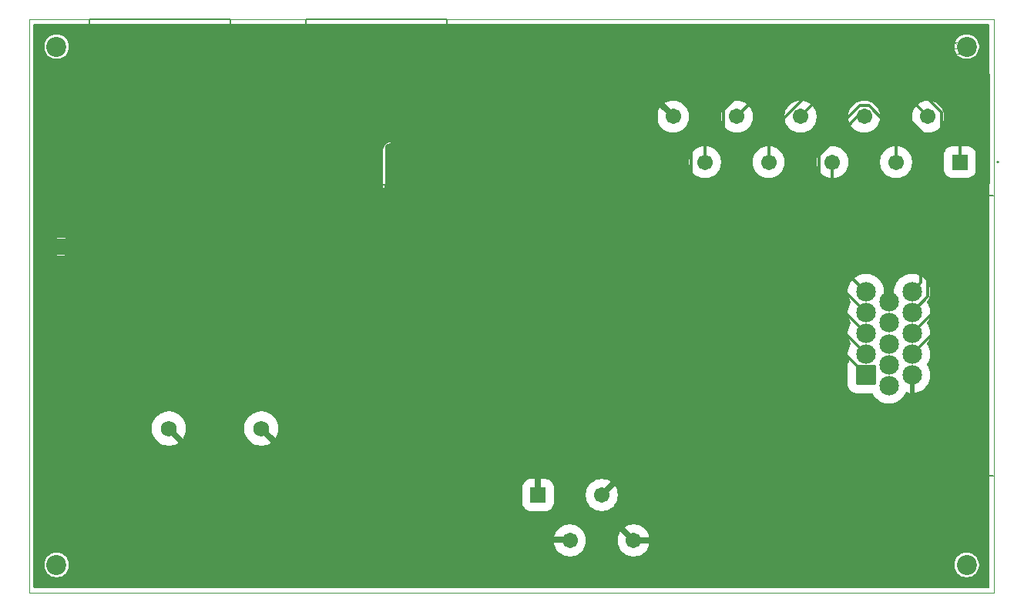
<source format=gbp>
%TF.GenerationSoftware,KiCad,Pcbnew,9.0.2*%
%TF.CreationDate,2025-06-27T23:48:22+08:00*%
%TF.ProjectId,KAPTON-HEATERV2,4b415054-4f4e-42d4-9845-415445525632,rev?*%
%TF.SameCoordinates,Original*%
%TF.FileFunction,Paste,Bot*%
%TF.FilePolarity,Positive*%
%FSLAX46Y46*%
G04 Gerber Fmt 4.6, Leading zero omitted, Abs format (unit mm)*
G04 Created by KiCad (PCBNEW 9.0.2) date 2025-06-27 23:48:22*
%MOMM*%
%LPD*%
G01*
G04 APERTURE LIST*
G04 Aperture macros list*
%AMRoundRect*
0 Rectangle with rounded corners*
0 $1 Rounding radius*
0 $2 $3 $4 $5 $6 $7 $8 $9 X,Y pos of 4 corners*
0 Add a 4 corners polygon primitive as box body*
4,1,4,$2,$3,$4,$5,$6,$7,$8,$9,$2,$3,0*
0 Add four circle primitives for the rounded corners*
1,1,$1+$1,$2,$3*
1,1,$1+$1,$4,$5*
1,1,$1+$1,$6,$7*
1,1,$1+$1,$8,$9*
0 Add four rect primitives between the rounded corners*
20,1,$1+$1,$2,$3,$4,$5,0*
20,1,$1+$1,$4,$5,$6,$7,0*
20,1,$1+$1,$6,$7,$8,$9,0*
20,1,$1+$1,$8,$9,$2,$3,0*%
G04 Aperture macros list end*
%TA.AperFunction,ComponentPad*%
%ADD10C,1.508000*%
%TD*%
%TA.AperFunction,ComponentPad*%
%ADD11R,1.508000X1.508000*%
%TD*%
%TA.AperFunction,ComponentPad*%
%ADD12R,3.716000X3.716000*%
%TD*%
%TA.AperFunction,ComponentPad*%
%ADD13C,3.716000*%
%TD*%
%TA.AperFunction,ComponentPad*%
%ADD14O,1.200000X2.400000*%
%TD*%
%TA.AperFunction,ComponentPad*%
%ADD15R,1.950000X1.950000*%
%TD*%
%TA.AperFunction,ComponentPad*%
%ADD16C,1.950000*%
%TD*%
%TA.AperFunction,ComponentPad*%
%ADD17C,4.216000*%
%TD*%
%TA.AperFunction,ComponentPad*%
%ADD18C,1.350000*%
%TD*%
%TA.AperFunction,ComponentPad*%
%ADD19C,1.755000*%
%TD*%
%TA.AperFunction,ComponentPad*%
%ADD20C,3.090000*%
%TD*%
%TA.AperFunction,ViaPad*%
%ADD21C,2.000000*%
%TD*%
%ADD22C,1.712000*%
%ADD23RoundRect,0.102000X0.754000X0.754000X-0.754000X0.754000X-0.754000X-0.754000X0.754000X-0.754000X0*%
%ADD24RoundRect,0.102000X-1.858000X-1.858000X1.858000X-1.858000X1.858000X1.858000X-1.858000X1.858000X0*%
%ADD25C,3.920000*%
%ADD26O,1.404000X2.604000*%
%ADD27RoundRect,0.102000X-0.754000X-0.754000X0.754000X-0.754000X0.754000X0.754000X-0.754000X0.754000X0*%
%ADD28RoundRect,0.102000X0.975000X-0.975000X0.975000X0.975000X-0.975000X0.975000X-0.975000X-0.975000X0*%
%ADD29C,2.154000*%
%ADD30C,4.420000*%
%ADD31C,2.200000*%
%ADD32C,1.554000*%
%ADD33C,1.755000*%
%ADD34C,3.090000*%
%TA.AperFunction,SMDPad,CuDef*%
%ADD35R,3.050000X2.030000*%
%TD*%
%TA.AperFunction,SMDPad,CuDef*%
%ADD36R,8.380000X10.660000*%
%TD*%
%TA.AperFunction,SMDPad,CuDef*%
%ADD37RoundRect,0.250000X1.000000X-1.400000X1.000000X1.400000X-1.000000X1.400000X-1.000000X-1.400000X0*%
%TD*%
%TA.AperFunction,SMDPad,CuDef*%
%ADD38RoundRect,0.250000X0.475000X-0.250000X0.475000X0.250000X-0.475000X0.250000X-0.475000X-0.250000X0*%
%TD*%
%TA.AperFunction,SMDPad,CuDef*%
%ADD39R,3.420000X2.640000*%
%TD*%
%TA.AperFunction,SMDPad,CuDef*%
%ADD40RoundRect,0.250000X0.262500X0.450000X-0.262500X0.450000X-0.262500X-0.450000X0.262500X-0.450000X0*%
%TD*%
%TA.AperFunction,SMDPad,CuDef*%
%ADD41R,1.981200X0.558800*%
%TD*%
%TA.AperFunction,SMDPad,CuDef*%
%ADD42RoundRect,0.250000X0.450000X-0.262500X0.450000X0.262500X-0.450000X0.262500X-0.450000X-0.262500X0*%
%TD*%
%TA.AperFunction,SMDPad,CuDef*%
%ADD43RoundRect,0.250000X-0.262500X-0.450000X0.262500X-0.450000X0.262500X0.450000X-0.262500X0.450000X0*%
%TD*%
%TA.AperFunction,SMDPad,CuDef*%
%ADD44RoundRect,0.147500X0.457500X0.147500X-0.457500X0.147500X-0.457500X-0.147500X0.457500X-0.147500X0*%
%TD*%
%TA.AperFunction,SMDPad,CuDef*%
%ADD45R,2.000000X5.520000*%
%TD*%
%TA.AperFunction,SMDPad,CuDef*%
%ADD46RoundRect,0.250000X0.250000X0.475000X-0.250000X0.475000X-0.250000X-0.475000X0.250000X-0.475000X0*%
%TD*%
%TA.AperFunction,SMDPad,CuDef*%
%ADD47RoundRect,0.150000X-0.150000X0.512500X-0.150000X-0.512500X0.150000X-0.512500X0.150000X0.512500X0*%
%TD*%
%TA.AperFunction,SMDPad,CuDef*%
%ADD48RoundRect,0.250000X-0.475000X0.250000X-0.475000X-0.250000X0.475000X-0.250000X0.475000X0.250000X0*%
%TD*%
%TA.AperFunction,SMDPad,CuDef*%
%ADD49R,2.250000X2.150000*%
%TD*%
%TA.AperFunction,SMDPad,CuDef*%
%ADD50RoundRect,0.250000X-0.450000X0.262500X-0.450000X-0.262500X0.450000X-0.262500X0.450000X0.262500X0*%
%TD*%
%TA.AperFunction,SMDPad,CuDef*%
%ADD51R,1.016000X0.457200*%
%TD*%
%TA.AperFunction,SMDPad,CuDef*%
%ADD52R,3.987900X4.314000*%
%TD*%
%TA.AperFunction,SMDPad,CuDef*%
%ADD53RoundRect,0.250000X0.312500X0.625000X-0.312500X0.625000X-0.312500X-0.625000X0.312500X-0.625000X0*%
%TD*%
%TA.AperFunction,Conductor*%
%ADD54C,0.300000*%
%TD*%
%TA.AperFunction,Conductor*%
%ADD55C,0.500000*%
%TD*%
%TA.AperFunction,Conductor*%
%ADD56C,0.700000*%
%TD*%
%TA.AperFunction,Conductor*%
%ADD57C,1.000000*%
%TD*%
%ADD58C,0.000000*%
%ADD59R,3.050000X2.030000*%
%ADD60R,8.380000X10.660000*%
%ADD61RoundRect,0.257600X1.030400X-1.430400X1.030400X1.430400X-1.030400X1.430400X-1.030400X-1.430400X0*%
%ADD62RoundRect,0.250000X0.475000X-0.250000X0.475000X0.250000X-0.475000X0.250000X-0.475000X-0.250000X0*%
%ADD63RoundRect,0.102000X1.710000X-1.320000X1.710000X1.320000X-1.710000X1.320000X-1.710000X-1.320000X0*%
%ADD64RoundRect,0.250000X0.262500X0.450000X-0.262500X0.450000X-0.262500X-0.450000X0.262500X-0.450000X0*%
%ADD65R,1.981200X0.558800*%
%ADD66RoundRect,0.250000X0.450000X-0.262500X0.450000X0.262500X-0.450000X0.262500X-0.450000X-0.262500X0*%
%ADD67RoundRect,0.250000X-0.262500X-0.450000X0.262500X-0.450000X0.262500X0.450000X-0.262500X0.450000X0*%
%ADD68RoundRect,0.198500X0.508500X0.198500X-0.508500X0.198500X-0.508500X-0.198500X0.508500X-0.198500X0*%
%ADD69RoundRect,0.102000X-1.000000X-2.760000X1.000000X-2.760000X1.000000X2.760000X-1.000000X2.760000X0*%
%ADD70RoundRect,0.250000X0.250000X0.475000X-0.250000X0.475000X-0.250000X-0.475000X0.250000X-0.475000X0*%
%ADD71RoundRect,0.150000X-0.150000X0.512500X-0.150000X-0.512500X0.150000X-0.512500X0.150000X0.512500X0*%
%ADD72RoundRect,0.250000X-0.475000X0.250000X-0.475000X-0.250000X0.475000X-0.250000X0.475000X0.250000X0*%
%ADD73R,2.250000X2.150000*%
%ADD74RoundRect,0.250000X-0.450000X0.262500X-0.450000X-0.262500X0.450000X-0.262500X0.450000X0.262500X0*%
%ADD75R,1.016000X0.457200*%
%ADD76R,3.987900X4.314000*%
%ADD77RoundRect,0.250000X0.312500X0.625000X-0.312500X0.625000X-0.312500X-0.625000X0.312500X-0.625000X0*%
%ADD78C,0.100000*%
%ADD79C,0.150000*%
%ADD80C,0.254000*%
%ADD81C,0.098425*%
%ADD82C,0.125000*%
%ADD83C,0.200000*%
%ADD84C,0.127000*%
%ADD85C,0.120000*%
%ADD86C,0.152400*%
%TA.AperFunction,Profile*%
%ADD87C,0.050000*%
%TD*%
G04 APERTURE END LIST*
D10*
%TO.P,J3,10,10*%
%TO.N,Current Vout*%
X164750000Y-79700000D03*
%TO.P,J3,9,9*%
%TO.N,TH9*%
X168250000Y-84700000D03*
%TO.P,J3,8,8*%
%TO.N,TH8*%
X171750000Y-79700000D03*
%TO.P,J3,7,7*%
%TO.N,TH7*%
X175250000Y-84700000D03*
%TO.P,J3,6,6*%
%TO.N,TH6*%
X178750000Y-79700000D03*
%TO.P,J3,5,5*%
%TO.N,TH5*%
X182250000Y-84700000D03*
%TO.P,J3,4,4*%
%TO.N,TH4*%
X185750000Y-79700000D03*
%TO.P,J3,3,3*%
%TO.N,TH3*%
X189250000Y-84700000D03*
%TO.P,J3,2,2*%
%TO.N,TH2*%
X192750000Y-79700000D03*
D11*
%TO.P,J3,1,1*%
%TO.N,TH1*%
X196250000Y-84700000D03*
%TD*%
D12*
%TO.P,J1,1,+*%
%TO.N,/24V*%
X135722500Y-85360000D03*
D13*
%TO.P,J1,2,-*%
%TO.N,SHUNT HIGH*%
X128522500Y-85360000D03*
D14*
%TO.P,J1,S1*%
%TO.N,GND*%
X138872500Y-79360000D03*
%TO.P,J1,S2*%
X125372500Y-79360000D03*
%TD*%
D11*
%TO.P,J4,1,1*%
%TO.N,PWM*%
X149910000Y-121311750D03*
D10*
%TO.P,J4,2,2*%
%TO.N,RELAY*%
X153410000Y-126311750D03*
%TO.P,J4,3,3*%
%TO.N,10V*%
X156910000Y-121311750D03*
%TO.P,J4,4,4*%
%TO.N,5V*%
X160410000Y-126311750D03*
%TD*%
D15*
%TO.P,J5,1,1*%
%TO.N,TH1*%
X185920000Y-108121750D03*
D16*
%TO.P,J5,2,2*%
%TO.N,TH2*%
X185920000Y-105831750D03*
%TO.P,J5,3,3*%
%TO.N,TH3*%
X185920000Y-103541750D03*
%TO.P,J5,4,4*%
%TO.N,TH4*%
X185920000Y-101251750D03*
%TO.P,J5,5,5*%
%TO.N,TH5*%
X185920000Y-98961750D03*
%TO.P,J5,6,6*%
%TO.N,unconnected-(J5-Pad6)*%
X188460000Y-109261750D03*
%TO.P,J5,7,7*%
%TO.N,unconnected-(J5-Pad7)*%
X188460000Y-106971750D03*
%TO.P,J5,8,8*%
%TO.N,unconnected-(J5-Pad8)*%
X188460000Y-104681750D03*
%TO.P,J5,9,9*%
%TO.N,unconnected-(J5-Pad9)*%
X188460000Y-102391750D03*
%TO.P,J5,10,10*%
%TO.N,GND*%
X188460000Y-100101750D03*
%TO.P,J5,11,11*%
%TO.N,5V*%
X191000000Y-108121750D03*
%TO.P,J5,12,12*%
%TO.N,TH9*%
X191000000Y-105831750D03*
%TO.P,J5,13,13*%
%TO.N,TH8*%
X191000000Y-103541750D03*
%TO.P,J5,14,14*%
%TO.N,TH7*%
X191000000Y-101251750D03*
%TO.P,J5,15,15*%
%TO.N,TH6*%
X191000000Y-98961750D03*
D17*
%TO.P,J5,S1,SHIELD*%
%TO.N,GND*%
X188460000Y-116281750D03*
%TO.P,J5,S2,SHIELD__1*%
X188460000Y-91291750D03*
%TD*%
D18*
%TO.P,F1,1*%
%TO.N,Net-(J2--)*%
X97500000Y-91460000D03*
%TO.P,F1,2*%
%TO.N,Net-(K1-COM)*%
X97500000Y-96540000D03*
%TD*%
D12*
%TO.P,J2,1,+*%
%TO.N,GND*%
X111930000Y-85341750D03*
D13*
%TO.P,J2,2,-*%
%TO.N,Net-(J2--)*%
X104730000Y-85341750D03*
D14*
%TO.P,J2,S1*%
%TO.N,GND*%
X115080000Y-79341750D03*
%TO.P,J2,S2*%
X101580000Y-79341750D03*
%TD*%
D19*
%TO.P,K1,1,COIL_1*%
%TO.N,5V*%
X119500000Y-114000000D03*
%TO.P,K1,2,COIL_2*%
%TO.N,Net-(D1-A)*%
X109340000Y-114000000D03*
D20*
%TO.P,K1,3,COM*%
%TO.N,Net-(K1-COM)*%
X105530000Y-101300000D03*
%TO.P,K1,4,NO*%
%TO.N,/24V*%
X123310000Y-98760000D03*
%TD*%
D21*
%TO.N,GND*%
X156420000Y-82741750D03*
X164420000Y-105741750D03*
X179025000Y-107741750D03*
X164420000Y-103241750D03*
X133920000Y-112241750D03*
X158400000Y-72400000D03*
X165620000Y-121041750D03*
X138000000Y-112241750D03*
X149920000Y-82741750D03*
X130490000Y-124261750D03*
X153420000Y-118241750D03*
X133377500Y-121521750D03*
X161920000Y-100741750D03*
X182000000Y-107741750D03*
X161920000Y-108241750D03*
X156420000Y-85741750D03*
X161920000Y-105741750D03*
X153420000Y-120741750D03*
X161920000Y-103241750D03*
X149920000Y-75741750D03*
X148920000Y-113241750D03*
X169020000Y-121041750D03*
%TD*%
%TA.AperFunction,Conductor*%
%TO.N,GND*%
G36*
X199402539Y-69501935D02*
G01*
X199448294Y-69554739D01*
X199459500Y-69606250D01*
X199459500Y-131457250D01*
X199439815Y-131524289D01*
X199387011Y-131570044D01*
X199335500Y-131581250D01*
X94584500Y-131581250D01*
X94517461Y-131561565D01*
X94471706Y-131508761D01*
X94460500Y-131457250D01*
X94460500Y-128893713D01*
X95649500Y-128893713D01*
X95649500Y-129106286D01*
X95682753Y-129316239D01*
X95748444Y-129518414D01*
X95844951Y-129707820D01*
X95969890Y-129879786D01*
X96120213Y-130030109D01*
X96292179Y-130155048D01*
X96292181Y-130155049D01*
X96292184Y-130155051D01*
X96481588Y-130251557D01*
X96683757Y-130317246D01*
X96893713Y-130350500D01*
X96893714Y-130350500D01*
X97106286Y-130350500D01*
X97106287Y-130350500D01*
X97316243Y-130317246D01*
X97518412Y-130251557D01*
X97707816Y-130155051D01*
X97729789Y-130139086D01*
X97879786Y-130030109D01*
X97879788Y-130030106D01*
X97879792Y-130030104D01*
X98030104Y-129879792D01*
X98030106Y-129879788D01*
X98030109Y-129879786D01*
X98155048Y-129707820D01*
X98155047Y-129707820D01*
X98155051Y-129707816D01*
X98251557Y-129518412D01*
X98317246Y-129316243D01*
X98350500Y-129106287D01*
X98350500Y-128893713D01*
X195649500Y-128893713D01*
X195649500Y-129106286D01*
X195682753Y-129316239D01*
X195748444Y-129518414D01*
X195844951Y-129707820D01*
X195969890Y-129879786D01*
X196120213Y-130030109D01*
X196292179Y-130155048D01*
X196292181Y-130155049D01*
X196292184Y-130155051D01*
X196481588Y-130251557D01*
X196683757Y-130317246D01*
X196893713Y-130350500D01*
X196893714Y-130350500D01*
X197106286Y-130350500D01*
X197106287Y-130350500D01*
X197316243Y-130317246D01*
X197518412Y-130251557D01*
X197707816Y-130155051D01*
X197729789Y-130139086D01*
X197879786Y-130030109D01*
X197879788Y-130030106D01*
X197879792Y-130030104D01*
X198030104Y-129879792D01*
X198030106Y-129879788D01*
X198030109Y-129879786D01*
X198155048Y-129707820D01*
X198155047Y-129707820D01*
X198155051Y-129707816D01*
X198251557Y-129518412D01*
X198317246Y-129316243D01*
X198350500Y-129106287D01*
X198350500Y-128893713D01*
X198317246Y-128683757D01*
X198251557Y-128481588D01*
X198155051Y-128292184D01*
X198155049Y-128292181D01*
X198155048Y-128292179D01*
X198030109Y-128120213D01*
X197879786Y-127969890D01*
X197707820Y-127844951D01*
X197518414Y-127748444D01*
X197518413Y-127748443D01*
X197518412Y-127748443D01*
X197316243Y-127682754D01*
X197316241Y-127682753D01*
X197316240Y-127682753D01*
X197154957Y-127657208D01*
X197106287Y-127649500D01*
X196893713Y-127649500D01*
X196845042Y-127657208D01*
X196683760Y-127682753D01*
X196481585Y-127748444D01*
X196292179Y-127844951D01*
X196120213Y-127969890D01*
X195969890Y-128120213D01*
X195844951Y-128292179D01*
X195748444Y-128481585D01*
X195682753Y-128683760D01*
X195649500Y-128893713D01*
X98350500Y-128893713D01*
X98317246Y-128683757D01*
X98251557Y-128481588D01*
X98155051Y-128292184D01*
X98155049Y-128292181D01*
X98155048Y-128292179D01*
X98030109Y-128120213D01*
X97879786Y-127969890D01*
X97707820Y-127844951D01*
X97518414Y-127748444D01*
X97518413Y-127748443D01*
X97518412Y-127748443D01*
X97316243Y-127682754D01*
X97316241Y-127682753D01*
X97316240Y-127682753D01*
X97154957Y-127657208D01*
X97106287Y-127649500D01*
X96893713Y-127649500D01*
X96845042Y-127657208D01*
X96683760Y-127682753D01*
X96481585Y-127748444D01*
X96292179Y-127844951D01*
X96120213Y-127969890D01*
X95969890Y-128120213D01*
X95844951Y-128292179D01*
X95748444Y-128481585D01*
X95682753Y-128683760D01*
X95649500Y-128893713D01*
X94460500Y-128893713D01*
X94460500Y-126196760D01*
X151655500Y-126196760D01*
X151655500Y-126426739D01*
X151655501Y-126426755D01*
X151685518Y-126654759D01*
X151685519Y-126654764D01*
X151685520Y-126654770D01*
X151685521Y-126654772D01*
X151745046Y-126876925D01*
X151745049Y-126876935D01*
X151833057Y-127089404D01*
X151833061Y-127089414D01*
X151948055Y-127288589D01*
X152088064Y-127471053D01*
X152088070Y-127471060D01*
X152250689Y-127633679D01*
X152250696Y-127633685D01*
X152433160Y-127773694D01*
X152632335Y-127888688D01*
X152632336Y-127888688D01*
X152632339Y-127888690D01*
X152796682Y-127956763D01*
X152828373Y-127969890D01*
X152844824Y-127976704D01*
X153066980Y-128036230D01*
X153295004Y-128066250D01*
X153295011Y-128066250D01*
X153524989Y-128066250D01*
X153524996Y-128066250D01*
X153753020Y-128036230D01*
X153975176Y-127976704D01*
X154187661Y-127888690D01*
X154386840Y-127773694D01*
X154569305Y-127633684D01*
X154731934Y-127471055D01*
X154871944Y-127288590D01*
X154986940Y-127089411D01*
X155074954Y-126876926D01*
X155134480Y-126654770D01*
X155164500Y-126426746D01*
X155164500Y-126196760D01*
X158655500Y-126196760D01*
X158655500Y-126426739D01*
X158655501Y-126426755D01*
X158685518Y-126654759D01*
X158685519Y-126654764D01*
X158685520Y-126654770D01*
X158685521Y-126654772D01*
X158745046Y-126876925D01*
X158745049Y-126876935D01*
X158833057Y-127089404D01*
X158833061Y-127089414D01*
X158948055Y-127288589D01*
X159088064Y-127471053D01*
X159088070Y-127471060D01*
X159250689Y-127633679D01*
X159250696Y-127633685D01*
X159433160Y-127773694D01*
X159632335Y-127888688D01*
X159632336Y-127888688D01*
X159632339Y-127888690D01*
X159796682Y-127956763D01*
X159828373Y-127969890D01*
X159844824Y-127976704D01*
X160066980Y-128036230D01*
X160295004Y-128066250D01*
X160295011Y-128066250D01*
X160524989Y-128066250D01*
X160524996Y-128066250D01*
X160753020Y-128036230D01*
X160975176Y-127976704D01*
X161187661Y-127888690D01*
X161386840Y-127773694D01*
X161569305Y-127633684D01*
X161731934Y-127471055D01*
X161871944Y-127288590D01*
X161986940Y-127089411D01*
X162074954Y-126876926D01*
X162134480Y-126654770D01*
X162164500Y-126426746D01*
X162164500Y-126196754D01*
X162134480Y-125968730D01*
X162074954Y-125746574D01*
X161986940Y-125534089D01*
X161871944Y-125334910D01*
X161731934Y-125152445D01*
X161731929Y-125152439D01*
X161569310Y-124989820D01*
X161569303Y-124989814D01*
X161386839Y-124849805D01*
X161187664Y-124734811D01*
X161187654Y-124734807D01*
X160975185Y-124646799D01*
X160975178Y-124646797D01*
X160975176Y-124646796D01*
X160753020Y-124587270D01*
X160753014Y-124587269D01*
X160753009Y-124587268D01*
X160525005Y-124557251D01*
X160525002Y-124557250D01*
X160524996Y-124557250D01*
X160295004Y-124557250D01*
X160294998Y-124557250D01*
X160294994Y-124557251D01*
X160066990Y-124587268D01*
X160066983Y-124587269D01*
X160066980Y-124587270D01*
X159844824Y-124646796D01*
X159844814Y-124646799D01*
X159632345Y-124734807D01*
X159632335Y-124734811D01*
X159433160Y-124849805D01*
X159250696Y-124989814D01*
X159250689Y-124989820D01*
X159088070Y-125152439D01*
X159088064Y-125152446D01*
X158948055Y-125334910D01*
X158833061Y-125534085D01*
X158833057Y-125534095D01*
X158745049Y-125746564D01*
X158745046Y-125746574D01*
X158685521Y-125968727D01*
X158685518Y-125968740D01*
X158655501Y-126196744D01*
X158655500Y-126196760D01*
X155164500Y-126196760D01*
X155164500Y-126196754D01*
X155134480Y-125968730D01*
X155074954Y-125746574D01*
X154986940Y-125534089D01*
X154871944Y-125334910D01*
X154731934Y-125152445D01*
X154731929Y-125152439D01*
X154569310Y-124989820D01*
X154569303Y-124989814D01*
X154386839Y-124849805D01*
X154187664Y-124734811D01*
X154187654Y-124734807D01*
X153975185Y-124646799D01*
X153975178Y-124646797D01*
X153975176Y-124646796D01*
X153753020Y-124587270D01*
X153753014Y-124587269D01*
X153753009Y-124587268D01*
X153525005Y-124557251D01*
X153525002Y-124557250D01*
X153524996Y-124557250D01*
X153295004Y-124557250D01*
X153294998Y-124557250D01*
X153294994Y-124557251D01*
X153066990Y-124587268D01*
X153066983Y-124587269D01*
X153066980Y-124587270D01*
X152844824Y-124646796D01*
X152844814Y-124646799D01*
X152632345Y-124734807D01*
X152632335Y-124734811D01*
X152433160Y-124849805D01*
X152250696Y-124989814D01*
X152250689Y-124989820D01*
X152088070Y-125152439D01*
X152088064Y-125152446D01*
X151948055Y-125334910D01*
X151833061Y-125534085D01*
X151833057Y-125534095D01*
X151745049Y-125746564D01*
X151745046Y-125746574D01*
X151685521Y-125968727D01*
X151685518Y-125968740D01*
X151655501Y-126196744D01*
X151655500Y-126196760D01*
X94460500Y-126196760D01*
X94460500Y-120499716D01*
X148155500Y-120499716D01*
X148155500Y-122123778D01*
X148155501Y-122123784D01*
X148166113Y-122243165D01*
X148222089Y-122438795D01*
X148222090Y-122438798D01*
X148222091Y-122438799D01*
X148316302Y-122619157D01*
X148316304Y-122619159D01*
X148444890Y-122776859D01*
X148538803Y-122853434D01*
X148602593Y-122905448D01*
X148782951Y-122999659D01*
X148978582Y-123055636D01*
X149097963Y-123066250D01*
X150722036Y-123066249D01*
X150841418Y-123055636D01*
X151037049Y-122999659D01*
X151217407Y-122905448D01*
X151375109Y-122776859D01*
X151503698Y-122619157D01*
X151597909Y-122438799D01*
X151653886Y-122243168D01*
X151664500Y-122123787D01*
X151664499Y-121196760D01*
X155155500Y-121196760D01*
X155155500Y-121426739D01*
X155155501Y-121426755D01*
X155185518Y-121654759D01*
X155185519Y-121654764D01*
X155185520Y-121654770D01*
X155185521Y-121654772D01*
X155245046Y-121876925D01*
X155245049Y-121876935D01*
X155333057Y-122089404D01*
X155333061Y-122089414D01*
X155448055Y-122288589D01*
X155588064Y-122471053D01*
X155588070Y-122471060D01*
X155750689Y-122633679D01*
X155750696Y-122633685D01*
X155933160Y-122773694D01*
X156132335Y-122888688D01*
X156132336Y-122888688D01*
X156132339Y-122888690D01*
X156344824Y-122976704D01*
X156566980Y-123036230D01*
X156795004Y-123066250D01*
X156795011Y-123066250D01*
X157024989Y-123066250D01*
X157024996Y-123066250D01*
X157253020Y-123036230D01*
X157475176Y-122976704D01*
X157687661Y-122888690D01*
X157886840Y-122773694D01*
X158069305Y-122633684D01*
X158231934Y-122471055D01*
X158371944Y-122288590D01*
X158486940Y-122089411D01*
X158574954Y-121876926D01*
X158634480Y-121654770D01*
X158664500Y-121426746D01*
X158664500Y-121196754D01*
X158634480Y-120968730D01*
X158574954Y-120746574D01*
X158486940Y-120534089D01*
X158371944Y-120334910D01*
X158231934Y-120152445D01*
X158231929Y-120152439D01*
X158069310Y-119989820D01*
X158069303Y-119989814D01*
X157886839Y-119849805D01*
X157687664Y-119734811D01*
X157687654Y-119734807D01*
X157475185Y-119646799D01*
X157475178Y-119646797D01*
X157475176Y-119646796D01*
X157253020Y-119587270D01*
X157253014Y-119587269D01*
X157253009Y-119587268D01*
X157025005Y-119557251D01*
X157025002Y-119557250D01*
X157024996Y-119557250D01*
X156795004Y-119557250D01*
X156794998Y-119557250D01*
X156794994Y-119557251D01*
X156566990Y-119587268D01*
X156566983Y-119587269D01*
X156566980Y-119587270D01*
X156430494Y-119623841D01*
X156344824Y-119646796D01*
X156344814Y-119646799D01*
X156132345Y-119734807D01*
X156132335Y-119734811D01*
X155933160Y-119849805D01*
X155750696Y-119989814D01*
X155750689Y-119989820D01*
X155588070Y-120152439D01*
X155588064Y-120152446D01*
X155448055Y-120334910D01*
X155333061Y-120534085D01*
X155333057Y-120534095D01*
X155245049Y-120746564D01*
X155245046Y-120746574D01*
X155185521Y-120968727D01*
X155185518Y-120968740D01*
X155155501Y-121196744D01*
X155155500Y-121196760D01*
X151664499Y-121196760D01*
X151664499Y-120499714D01*
X151653886Y-120380332D01*
X151597909Y-120184701D01*
X151503698Y-120004343D01*
X151451684Y-119940553D01*
X151375109Y-119846640D01*
X151217409Y-119718054D01*
X151217410Y-119718054D01*
X151217407Y-119718052D01*
X151037049Y-119623841D01*
X151037048Y-119623840D01*
X151037045Y-119623839D01*
X150909232Y-119587268D01*
X150841418Y-119567864D01*
X150841415Y-119567863D01*
X150841413Y-119567863D01*
X150775102Y-119561967D01*
X150722037Y-119557250D01*
X150722032Y-119557250D01*
X149097971Y-119557250D01*
X149097965Y-119557250D01*
X149097964Y-119557251D01*
X149086316Y-119558286D01*
X148978584Y-119567863D01*
X148782954Y-119623839D01*
X148739000Y-119646799D01*
X148602593Y-119718052D01*
X148602591Y-119718053D01*
X148602590Y-119718054D01*
X148444890Y-119846640D01*
X148316304Y-120004340D01*
X148222089Y-120184704D01*
X148166114Y-120380333D01*
X148166113Y-120380336D01*
X148155500Y-120499716D01*
X94460500Y-120499716D01*
X94460500Y-113876915D01*
X107462000Y-113876915D01*
X107462000Y-114123084D01*
X107462001Y-114123100D01*
X107494131Y-114367155D01*
X107494132Y-114367160D01*
X107494133Y-114367166D01*
X107494134Y-114367168D01*
X107557848Y-114604956D01*
X107652056Y-114832394D01*
X107652060Y-114832404D01*
X107775148Y-115045599D01*
X107925013Y-115240907D01*
X107925019Y-115240914D01*
X108099085Y-115414980D01*
X108099092Y-115414986D01*
X108294400Y-115564851D01*
X108507595Y-115687939D01*
X108507596Y-115687939D01*
X108507599Y-115687941D01*
X108735041Y-115782151D01*
X108972834Y-115845867D01*
X109216909Y-115878000D01*
X109216916Y-115878000D01*
X109463084Y-115878000D01*
X109463091Y-115878000D01*
X109707166Y-115845867D01*
X109944959Y-115782151D01*
X110172401Y-115687941D01*
X110385600Y-115564851D01*
X110580909Y-115414985D01*
X110754985Y-115240909D01*
X110904851Y-115045600D01*
X111027941Y-114832401D01*
X111122151Y-114604959D01*
X111185867Y-114367166D01*
X111218000Y-114123091D01*
X111218000Y-113876915D01*
X117622000Y-113876915D01*
X117622000Y-114123084D01*
X117622001Y-114123100D01*
X117654131Y-114367155D01*
X117654132Y-114367160D01*
X117654133Y-114367166D01*
X117654134Y-114367168D01*
X117717848Y-114604956D01*
X117812056Y-114832394D01*
X117812060Y-114832404D01*
X117935148Y-115045599D01*
X118085013Y-115240907D01*
X118085019Y-115240914D01*
X118259085Y-115414980D01*
X118259092Y-115414986D01*
X118454400Y-115564851D01*
X118667595Y-115687939D01*
X118667596Y-115687939D01*
X118667599Y-115687941D01*
X118895041Y-115782151D01*
X119132834Y-115845867D01*
X119376909Y-115878000D01*
X119376916Y-115878000D01*
X119623084Y-115878000D01*
X119623091Y-115878000D01*
X119867166Y-115845867D01*
X120104959Y-115782151D01*
X120332401Y-115687941D01*
X120545600Y-115564851D01*
X120740909Y-115414985D01*
X120914985Y-115240909D01*
X121064851Y-115045600D01*
X121187941Y-114832401D01*
X121282151Y-114604959D01*
X121345867Y-114367166D01*
X121378000Y-114123091D01*
X121378000Y-113876909D01*
X121345867Y-113632834D01*
X121282151Y-113395041D01*
X121187941Y-113167599D01*
X121064851Y-112954400D01*
X120914985Y-112759091D01*
X120914980Y-112759085D01*
X120740914Y-112585019D01*
X120740907Y-112585013D01*
X120545599Y-112435148D01*
X120332404Y-112312060D01*
X120332394Y-112312056D01*
X120265786Y-112284466D01*
X120104959Y-112217849D01*
X120104957Y-112217848D01*
X120104956Y-112217848D01*
X120034311Y-112198919D01*
X119867166Y-112154133D01*
X119867160Y-112154132D01*
X119867155Y-112154131D01*
X119623100Y-112122001D01*
X119623097Y-112122000D01*
X119623091Y-112122000D01*
X119376909Y-112122000D01*
X119376903Y-112122000D01*
X119376899Y-112122001D01*
X119132844Y-112154131D01*
X119132837Y-112154132D01*
X119132834Y-112154133D01*
X119062186Y-112173062D01*
X118895043Y-112217848D01*
X118667605Y-112312056D01*
X118667595Y-112312060D01*
X118454400Y-112435148D01*
X118259092Y-112585013D01*
X118259085Y-112585019D01*
X118085019Y-112759085D01*
X118085013Y-112759092D01*
X117935148Y-112954400D01*
X117812060Y-113167595D01*
X117812056Y-113167605D01*
X117717848Y-113395043D01*
X117654134Y-113632831D01*
X117654131Y-113632844D01*
X117622001Y-113876899D01*
X117622000Y-113876915D01*
X111218000Y-113876915D01*
X111218000Y-113876909D01*
X111185867Y-113632834D01*
X111122151Y-113395041D01*
X111027941Y-113167599D01*
X110904851Y-112954400D01*
X110754985Y-112759091D01*
X110754980Y-112759085D01*
X110580914Y-112585019D01*
X110580907Y-112585013D01*
X110385599Y-112435148D01*
X110172404Y-112312060D01*
X110172394Y-112312056D01*
X110105786Y-112284466D01*
X109944959Y-112217849D01*
X109944957Y-112217848D01*
X109944956Y-112217848D01*
X109874311Y-112198919D01*
X109707166Y-112154133D01*
X109707160Y-112154132D01*
X109707155Y-112154131D01*
X109463100Y-112122001D01*
X109463097Y-112122000D01*
X109463091Y-112122000D01*
X109216909Y-112122000D01*
X109216903Y-112122000D01*
X109216899Y-112122001D01*
X108972844Y-112154131D01*
X108972837Y-112154132D01*
X108972834Y-112154133D01*
X108902186Y-112173062D01*
X108735043Y-112217848D01*
X108507605Y-112312056D01*
X108507595Y-112312060D01*
X108294400Y-112435148D01*
X108099092Y-112585013D01*
X108099085Y-112585019D01*
X107925019Y-112759085D01*
X107925013Y-112759092D01*
X107775148Y-112954400D01*
X107652060Y-113167595D01*
X107652056Y-113167605D01*
X107557848Y-113395043D01*
X107494134Y-113632831D01*
X107494131Y-113632844D01*
X107462001Y-113876899D01*
X107462000Y-113876915D01*
X94460500Y-113876915D01*
X94460500Y-101157041D01*
X102984500Y-101157041D01*
X102984500Y-101442958D01*
X103016508Y-101727044D01*
X103016511Y-101727058D01*
X103080130Y-102005794D01*
X103080131Y-102005796D01*
X103174559Y-102275658D01*
X103174561Y-102275662D01*
X103298604Y-102533241D01*
X103298608Y-102533247D01*
X103450719Y-102775329D01*
X103628977Y-102998858D01*
X103831142Y-103201023D01*
X104054671Y-103379281D01*
X104296753Y-103531392D01*
X104296758Y-103531395D01*
X104554337Y-103655438D01*
X104554341Y-103655440D01*
X104554344Y-103655441D01*
X104824205Y-103749869D01*
X105102941Y-103813489D01*
X105102950Y-103813490D01*
X105102955Y-103813491D01*
X105292345Y-103834829D01*
X105387042Y-103845499D01*
X105387045Y-103845500D01*
X105387048Y-103845500D01*
X105672955Y-103845500D01*
X105672956Y-103845499D01*
X105818149Y-103829140D01*
X105957044Y-103813491D01*
X105957047Y-103813490D01*
X105957059Y-103813489D01*
X106235795Y-103749869D01*
X106505656Y-103655441D01*
X106763247Y-103531392D01*
X107005329Y-103379281D01*
X107228858Y-103201023D01*
X107431023Y-102998858D01*
X107609281Y-102775329D01*
X107761392Y-102533247D01*
X107885441Y-102275656D01*
X107979869Y-102005795D01*
X108043489Y-101727059D01*
X108075500Y-101442952D01*
X108075500Y-101157048D01*
X108064829Y-101062345D01*
X108043491Y-100872955D01*
X108043490Y-100872950D01*
X108043489Y-100872941D01*
X107979869Y-100594205D01*
X107885441Y-100324344D01*
X107842573Y-100235327D01*
X107761395Y-100066758D01*
X107761392Y-100066753D01*
X107609281Y-99824671D01*
X107431023Y-99601142D01*
X107228858Y-99398977D01*
X107005329Y-99220719D01*
X106763247Y-99068608D01*
X106763248Y-99068608D01*
X106763241Y-99068604D01*
X106505662Y-98944561D01*
X106505658Y-98944559D01*
X106235796Y-98850131D01*
X106235794Y-98850130D01*
X106020678Y-98801031D01*
X105957059Y-98786511D01*
X105957056Y-98786510D01*
X105957044Y-98786508D01*
X105672958Y-98754500D01*
X105672952Y-98754500D01*
X105387048Y-98754500D01*
X105387041Y-98754500D01*
X105102955Y-98786508D01*
X105102941Y-98786511D01*
X104824205Y-98850130D01*
X104824203Y-98850131D01*
X104554341Y-98944559D01*
X104554337Y-98944561D01*
X104296758Y-99068604D01*
X104054672Y-99220718D01*
X103831142Y-99398976D01*
X103628976Y-99601142D01*
X103450718Y-99824672D01*
X103298604Y-100066758D01*
X103174561Y-100324337D01*
X103174559Y-100324341D01*
X103080131Y-100594203D01*
X103080130Y-100594205D01*
X103016511Y-100872941D01*
X103016508Y-100872955D01*
X102984500Y-101157041D01*
X94460500Y-101157041D01*
X94460500Y-98617041D01*
X120764500Y-98617041D01*
X120764500Y-98902958D01*
X120796508Y-99187044D01*
X120796510Y-99187056D01*
X120796511Y-99187059D01*
X120804194Y-99220719D01*
X120860130Y-99465794D01*
X120860131Y-99465796D01*
X120954559Y-99735658D01*
X120954561Y-99735662D01*
X121078604Y-99993241D01*
X121078608Y-99993247D01*
X121230719Y-100235329D01*
X121301704Y-100324341D01*
X121401953Y-100450051D01*
X121408977Y-100458858D01*
X121611142Y-100661023D01*
X121834671Y-100839281D01*
X121888263Y-100872955D01*
X122076758Y-100991395D01*
X122334337Y-101115438D01*
X122334341Y-101115440D01*
X122372702Y-101128863D01*
X122604205Y-101209869D01*
X122882941Y-101273489D01*
X122882950Y-101273490D01*
X122882955Y-101273491D01*
X123072345Y-101294829D01*
X123167042Y-101305499D01*
X123167045Y-101305500D01*
X123167048Y-101305500D01*
X123452955Y-101305500D01*
X123452956Y-101305499D01*
X123598149Y-101289140D01*
X123737044Y-101273491D01*
X123737047Y-101273490D01*
X123737059Y-101273489D01*
X124015795Y-101209869D01*
X124285656Y-101115441D01*
X124543247Y-100991392D01*
X124785329Y-100839281D01*
X125008858Y-100661023D01*
X125211023Y-100458858D01*
X125389281Y-100235329D01*
X125541392Y-99993247D01*
X125665441Y-99735656D01*
X125759869Y-99465795D01*
X125823489Y-99187059D01*
X125855500Y-98902952D01*
X125855500Y-98832275D01*
X183944500Y-98832275D01*
X183944500Y-99091224D01*
X183944501Y-99091241D01*
X183978299Y-99347967D01*
X183978300Y-99347972D01*
X183978301Y-99347978D01*
X183978302Y-99347980D01*
X184045324Y-99598114D01*
X184144423Y-99837359D01*
X184144427Y-99837369D01*
X184264158Y-100044750D01*
X184280631Y-100112651D01*
X184264158Y-100168750D01*
X184144427Y-100376130D01*
X184144423Y-100376140D01*
X184045324Y-100615385D01*
X183978302Y-100865519D01*
X183978299Y-100865532D01*
X183944501Y-101122258D01*
X183944500Y-101122275D01*
X183944500Y-101381224D01*
X183944501Y-101381241D01*
X183978299Y-101637967D01*
X183978300Y-101637972D01*
X183978301Y-101637978D01*
X183978302Y-101637980D01*
X184045324Y-101888114D01*
X184144423Y-102127359D01*
X184144427Y-102127369D01*
X184264158Y-102334750D01*
X184280631Y-102402651D01*
X184264158Y-102458750D01*
X184144427Y-102666130D01*
X184144423Y-102666140D01*
X184045324Y-102905385D01*
X183978302Y-103155519D01*
X183978299Y-103155532D01*
X183944501Y-103412258D01*
X183944500Y-103412275D01*
X183944500Y-103671224D01*
X183944501Y-103671241D01*
X183978299Y-103927967D01*
X183978300Y-103927972D01*
X183978301Y-103927978D01*
X183978302Y-103927980D01*
X184045324Y-104178114D01*
X184144423Y-104417359D01*
X184144427Y-104417369D01*
X184264158Y-104624750D01*
X184280631Y-104692651D01*
X184264158Y-104748750D01*
X184144427Y-104956130D01*
X184144423Y-104956140D01*
X184045324Y-105195385D01*
X183978302Y-105445519D01*
X183978299Y-105445532D01*
X183944501Y-105702258D01*
X183944500Y-105702275D01*
X183944500Y-105961224D01*
X183944501Y-105961241D01*
X183978299Y-106217967D01*
X183978300Y-106217972D01*
X183978301Y-106217978D01*
X184045325Y-106468115D01*
X184045328Y-106468125D01*
X184078612Y-106548478D01*
X184086081Y-106617947D01*
X184073960Y-106653341D01*
X184011090Y-106773701D01*
X184011090Y-106773703D01*
X183955114Y-106969333D01*
X183955113Y-106969336D01*
X183944500Y-107088716D01*
X183944500Y-109154778D01*
X183944501Y-109154784D01*
X183955113Y-109274165D01*
X184011089Y-109469795D01*
X184011090Y-109469798D01*
X184011091Y-109469799D01*
X184105302Y-109650157D01*
X184105304Y-109650159D01*
X184233890Y-109807859D01*
X184327803Y-109884434D01*
X184391593Y-109936448D01*
X184571951Y-110030659D01*
X184767582Y-110086636D01*
X184886963Y-110097250D01*
X186589672Y-110097249D01*
X186656711Y-110116934D01*
X186697059Y-110159249D01*
X186813906Y-110361633D01*
X186971551Y-110567081D01*
X186971557Y-110567088D01*
X187154661Y-110750192D01*
X187154668Y-110750198D01*
X187360116Y-110907843D01*
X187584380Y-111037322D01*
X187584381Y-111037322D01*
X187584384Y-111037324D01*
X187823634Y-111136425D01*
X188073772Y-111203449D01*
X188330519Y-111237250D01*
X188330526Y-111237250D01*
X188589474Y-111237250D01*
X188589481Y-111237250D01*
X188846228Y-111203449D01*
X189096366Y-111136425D01*
X189335616Y-111037324D01*
X189559884Y-110907843D01*
X189765333Y-110750197D01*
X189948447Y-110567083D01*
X190106093Y-110361634D01*
X190235574Y-110137366D01*
X190252191Y-110097249D01*
X190259300Y-110080087D01*
X190303140Y-110025683D01*
X190369434Y-110003618D01*
X190405950Y-110007763D01*
X190613772Y-110063449D01*
X190870519Y-110097250D01*
X190870526Y-110097250D01*
X191129474Y-110097250D01*
X191129481Y-110097250D01*
X191386228Y-110063449D01*
X191636366Y-109996425D01*
X191875616Y-109897324D01*
X192099884Y-109767843D01*
X192305333Y-109610197D01*
X192488447Y-109427083D01*
X192646093Y-109221634D01*
X192775574Y-108997366D01*
X192874675Y-108758116D01*
X192941699Y-108507978D01*
X192975500Y-108251231D01*
X192975500Y-107992269D01*
X192941699Y-107735522D01*
X192874675Y-107485384D01*
X192775574Y-107246134D01*
X192655839Y-107038747D01*
X192639367Y-106970850D01*
X192655838Y-106914753D01*
X192775574Y-106707366D01*
X192874675Y-106468116D01*
X192941699Y-106217978D01*
X192975500Y-105961231D01*
X192975500Y-105702269D01*
X192941699Y-105445522D01*
X192874675Y-105195384D01*
X192775574Y-104956134D01*
X192655839Y-104748747D01*
X192639367Y-104680850D01*
X192655838Y-104624753D01*
X192775574Y-104417366D01*
X192874675Y-104178116D01*
X192941699Y-103927978D01*
X192975500Y-103671231D01*
X192975500Y-103412269D01*
X192941699Y-103155522D01*
X192874675Y-102905384D01*
X192775574Y-102666134D01*
X192655839Y-102458747D01*
X192639367Y-102390850D01*
X192655838Y-102334753D01*
X192775574Y-102127366D01*
X192874675Y-101888116D01*
X192941699Y-101637978D01*
X192975500Y-101381231D01*
X192975500Y-101122269D01*
X192941699Y-100865522D01*
X192874675Y-100615384D01*
X192775574Y-100376134D01*
X192655839Y-100168747D01*
X192639367Y-100100850D01*
X192655838Y-100044753D01*
X192775574Y-99837366D01*
X192874675Y-99598116D01*
X192941699Y-99347978D01*
X192975500Y-99091231D01*
X192975500Y-98832269D01*
X192941699Y-98575522D01*
X192874675Y-98325384D01*
X192775574Y-98086134D01*
X192646093Y-97861866D01*
X192600467Y-97802405D01*
X192488448Y-97656418D01*
X192488442Y-97656411D01*
X192305338Y-97473307D01*
X192305331Y-97473301D01*
X192099883Y-97315656D01*
X191875619Y-97186177D01*
X191875609Y-97186173D01*
X191636364Y-97087074D01*
X191511297Y-97053563D01*
X191386228Y-97020051D01*
X191386222Y-97020050D01*
X191386217Y-97020049D01*
X191129491Y-96986251D01*
X191129486Y-96986250D01*
X191129481Y-96986250D01*
X190870519Y-96986250D01*
X190870513Y-96986250D01*
X190870508Y-96986251D01*
X190613782Y-97020049D01*
X190613775Y-97020050D01*
X190613772Y-97020051D01*
X190560908Y-97034215D01*
X190363635Y-97087074D01*
X190124390Y-97186173D01*
X190124380Y-97186177D01*
X189900116Y-97315656D01*
X189694668Y-97473301D01*
X189694661Y-97473307D01*
X189511557Y-97656411D01*
X189511551Y-97656418D01*
X189353906Y-97861866D01*
X189224427Y-98086130D01*
X189224423Y-98086140D01*
X189125324Y-98325385D01*
X189058302Y-98575519D01*
X189058299Y-98575532D01*
X189024501Y-98832258D01*
X189024500Y-98832275D01*
X189024500Y-99091224D01*
X189024501Y-99091241D01*
X189058299Y-99347967D01*
X189058300Y-99347972D01*
X189058301Y-99347978D01*
X189058302Y-99347980D01*
X189125324Y-99598114D01*
X189224423Y-99837359D01*
X189224427Y-99837369D01*
X189344158Y-100044749D01*
X189360631Y-100112649D01*
X189344158Y-100168749D01*
X189224431Y-100376122D01*
X189224424Y-100376137D01*
X189200698Y-100433415D01*
X189156856Y-100487818D01*
X189090561Y-100509881D01*
X189054045Y-100505735D01*
X188987177Y-100487818D01*
X188846228Y-100450051D01*
X188846222Y-100450050D01*
X188846217Y-100450049D01*
X188589491Y-100416251D01*
X188589486Y-100416250D01*
X188589481Y-100416250D01*
X188330519Y-100416250D01*
X188330513Y-100416250D01*
X188330508Y-100416251D01*
X188073782Y-100450049D01*
X188073775Y-100450050D01*
X188073772Y-100450051D01*
X188040904Y-100458858D01*
X187865954Y-100505735D01*
X187796104Y-100504072D01*
X187738242Y-100464909D01*
X187719300Y-100433413D01*
X187695576Y-100376140D01*
X187695575Y-100376137D01*
X187695574Y-100376134D01*
X187575839Y-100168747D01*
X187559367Y-100100850D01*
X187575838Y-100044753D01*
X187695574Y-99837366D01*
X187794675Y-99598116D01*
X187861699Y-99347978D01*
X187895500Y-99091231D01*
X187895500Y-98832269D01*
X187861699Y-98575522D01*
X187794675Y-98325384D01*
X187695574Y-98086134D01*
X187566093Y-97861866D01*
X187520467Y-97802405D01*
X187408448Y-97656418D01*
X187408442Y-97656411D01*
X187225338Y-97473307D01*
X187225331Y-97473301D01*
X187019883Y-97315656D01*
X186795619Y-97186177D01*
X186795609Y-97186173D01*
X186556364Y-97087074D01*
X186431297Y-97053563D01*
X186306228Y-97020051D01*
X186306222Y-97020050D01*
X186306217Y-97020049D01*
X186049491Y-96986251D01*
X186049486Y-96986250D01*
X186049481Y-96986250D01*
X185790519Y-96986250D01*
X185790513Y-96986250D01*
X185790508Y-96986251D01*
X185533782Y-97020049D01*
X185533775Y-97020050D01*
X185533772Y-97020051D01*
X185480908Y-97034215D01*
X185283635Y-97087074D01*
X185044390Y-97186173D01*
X185044380Y-97186177D01*
X184820116Y-97315656D01*
X184614668Y-97473301D01*
X184614661Y-97473307D01*
X184431557Y-97656411D01*
X184431551Y-97656418D01*
X184273906Y-97861866D01*
X184144427Y-98086130D01*
X184144423Y-98086140D01*
X184045324Y-98325385D01*
X183978302Y-98575519D01*
X183978299Y-98575532D01*
X183944501Y-98832258D01*
X183944500Y-98832275D01*
X125855500Y-98832275D01*
X125855500Y-98617048D01*
X125823489Y-98332941D01*
X125759869Y-98054205D01*
X125665441Y-97784344D01*
X125665438Y-97784337D01*
X125541395Y-97526758D01*
X125507807Y-97473303D01*
X125389281Y-97284671D01*
X125211023Y-97061142D01*
X125008858Y-96858977D01*
X124785329Y-96680719D01*
X124543247Y-96528608D01*
X124543248Y-96528608D01*
X124543241Y-96528604D01*
X124285662Y-96404561D01*
X124285658Y-96404559D01*
X124015796Y-96310131D01*
X124015794Y-96310130D01*
X123800678Y-96261031D01*
X123737059Y-96246511D01*
X123737056Y-96246510D01*
X123737044Y-96246508D01*
X123452958Y-96214500D01*
X123452952Y-96214500D01*
X123167048Y-96214500D01*
X123167041Y-96214500D01*
X122882955Y-96246508D01*
X122882941Y-96246511D01*
X122604205Y-96310130D01*
X122604203Y-96310131D01*
X122334341Y-96404559D01*
X122334337Y-96404561D01*
X122076758Y-96528604D01*
X121834672Y-96680718D01*
X121611142Y-96858976D01*
X121408976Y-97061142D01*
X121230718Y-97284672D01*
X121078604Y-97526758D01*
X120954561Y-97784337D01*
X120954559Y-97784341D01*
X120860131Y-98054203D01*
X120860130Y-98054205D01*
X120796511Y-98332941D01*
X120796508Y-98332955D01*
X120764500Y-98617041D01*
X94460500Y-98617041D01*
X94460500Y-96430188D01*
X95824500Y-96430188D01*
X95824500Y-96649811D01*
X95824501Y-96649828D01*
X95853167Y-96867573D01*
X95910014Y-97079729D01*
X95994063Y-97282641D01*
X95994065Y-97282645D01*
X96103884Y-97472855D01*
X96103889Y-97472861D01*
X96103890Y-97472863D01*
X96237588Y-97647102D01*
X96237594Y-97647109D01*
X96392890Y-97802405D01*
X96392897Y-97802411D01*
X96516977Y-97897621D01*
X96567145Y-97936116D01*
X96757355Y-98045935D01*
X96777316Y-98054203D01*
X96960270Y-98129985D01*
X96960271Y-98129985D01*
X96960273Y-98129986D01*
X97172425Y-98186832D01*
X97390182Y-98215500D01*
X97390189Y-98215500D01*
X97609811Y-98215500D01*
X97609818Y-98215500D01*
X97827575Y-98186832D01*
X98039727Y-98129986D01*
X98242645Y-98045935D01*
X98432855Y-97936116D01*
X98607104Y-97802410D01*
X98762410Y-97647104D01*
X98896116Y-97472855D01*
X99005935Y-97282645D01*
X99089986Y-97079727D01*
X99146832Y-96867575D01*
X99175500Y-96649818D01*
X99175500Y-96430182D01*
X99146832Y-96212425D01*
X99089986Y-96000273D01*
X99005935Y-95797355D01*
X98896116Y-95607145D01*
X98762410Y-95432896D01*
X98762405Y-95432890D01*
X98607109Y-95277594D01*
X98607102Y-95277588D01*
X98432863Y-95143890D01*
X98432861Y-95143889D01*
X98432855Y-95143884D01*
X98242645Y-95034065D01*
X98242641Y-95034063D01*
X98039729Y-94950014D01*
X97827573Y-94893167D01*
X97609828Y-94864501D01*
X97609823Y-94864500D01*
X97609818Y-94864500D01*
X97390182Y-94864500D01*
X97390176Y-94864500D01*
X97390171Y-94864501D01*
X97172426Y-94893167D01*
X96960270Y-94950014D01*
X96757358Y-95034063D01*
X96757354Y-95034065D01*
X96567145Y-95143884D01*
X96567136Y-95143890D01*
X96392897Y-95277588D01*
X96392890Y-95277594D01*
X96237594Y-95432890D01*
X96237588Y-95432897D01*
X96103890Y-95607136D01*
X96103884Y-95607145D01*
X95994065Y-95797354D01*
X95994063Y-95797358D01*
X95910014Y-96000270D01*
X95853167Y-96212426D01*
X95824501Y-96430171D01*
X95824500Y-96430188D01*
X94460500Y-96430188D01*
X94460500Y-91350188D01*
X95824500Y-91350188D01*
X95824500Y-91569811D01*
X95824501Y-91569828D01*
X95853167Y-91787573D01*
X95910014Y-91999729D01*
X95994063Y-92202641D01*
X95994065Y-92202645D01*
X96103884Y-92392855D01*
X96103889Y-92392861D01*
X96103890Y-92392863D01*
X96237588Y-92567102D01*
X96237594Y-92567109D01*
X96392890Y-92722405D01*
X96392896Y-92722410D01*
X96567145Y-92856116D01*
X96757355Y-92965935D01*
X96858814Y-93007960D01*
X96960270Y-93049985D01*
X96960271Y-93049985D01*
X96960273Y-93049986D01*
X97172425Y-93106832D01*
X97390182Y-93135500D01*
X97390189Y-93135500D01*
X97609811Y-93135500D01*
X97609818Y-93135500D01*
X97827575Y-93106832D01*
X98039727Y-93049986D01*
X98242645Y-92965935D01*
X98432855Y-92856116D01*
X98607104Y-92722410D01*
X98762410Y-92567104D01*
X98896116Y-92392855D01*
X99005935Y-92202645D01*
X99089986Y-91999727D01*
X99146832Y-91787575D01*
X99175500Y-91569818D01*
X99175500Y-91350182D01*
X99146832Y-91132425D01*
X99089986Y-90920273D01*
X99005935Y-90717355D01*
X98896116Y-90527145D01*
X98762410Y-90352896D01*
X98762405Y-90352890D01*
X98607109Y-90197594D01*
X98607102Y-90197588D01*
X98432863Y-90063890D01*
X98432861Y-90063889D01*
X98432855Y-90063884D01*
X98242645Y-89954065D01*
X98242641Y-89954063D01*
X98039729Y-89870014D01*
X97827573Y-89813167D01*
X97609828Y-89784501D01*
X97609823Y-89784500D01*
X97609818Y-89784500D01*
X97390182Y-89784500D01*
X97390176Y-89784500D01*
X97390171Y-89784501D01*
X97172426Y-89813167D01*
X96960270Y-89870014D01*
X96757358Y-89954063D01*
X96757354Y-89954065D01*
X96567145Y-90063884D01*
X96567136Y-90063890D01*
X96392897Y-90197588D01*
X96392890Y-90197594D01*
X96237594Y-90352890D01*
X96237588Y-90352897D01*
X96103890Y-90527136D01*
X96103884Y-90527145D01*
X95994065Y-90717354D01*
X95994063Y-90717358D01*
X95910014Y-90920270D01*
X95853167Y-91132426D01*
X95824501Y-91350171D01*
X95824500Y-91350188D01*
X94460500Y-91350188D01*
X94460500Y-85181213D01*
X101871500Y-85181213D01*
X101871500Y-85502286D01*
X101907444Y-85821306D01*
X101907446Y-85821318D01*
X101907447Y-85821321D01*
X101916116Y-85859303D01*
X101978889Y-86134330D01*
X101978893Y-86134342D01*
X102084930Y-86437377D01*
X102224230Y-86726636D01*
X102395047Y-86998490D01*
X102395048Y-86998492D01*
X102595216Y-87249496D01*
X102822253Y-87476533D01*
X103073257Y-87676701D01*
X103073259Y-87676702D01*
X103345113Y-87847519D01*
X103441532Y-87893952D01*
X103634376Y-87986821D01*
X103861974Y-88066460D01*
X103937407Y-88092856D01*
X103937419Y-88092860D01*
X104250429Y-88164303D01*
X104250438Y-88164304D01*
X104250443Y-88164305D01*
X104463123Y-88188267D01*
X104569464Y-88200249D01*
X104569467Y-88200250D01*
X104569470Y-88200250D01*
X104890533Y-88200250D01*
X104890534Y-88200249D01*
X105053581Y-88181878D01*
X105209556Y-88164305D01*
X105209559Y-88164304D01*
X105209571Y-88164303D01*
X105522581Y-88092860D01*
X105825624Y-87986821D01*
X106114889Y-87847518D01*
X106386738Y-87676704D01*
X106386742Y-87676701D01*
X106637746Y-87476533D01*
X106637748Y-87476530D01*
X106637753Y-87476527D01*
X106864777Y-87249503D01*
X107064954Y-86998488D01*
X107235768Y-86726639D01*
X107375071Y-86437374D01*
X107481110Y-86134331D01*
X107552553Y-85821321D01*
X107588500Y-85502280D01*
X107588500Y-85199463D01*
X125664000Y-85199463D01*
X125664000Y-85520536D01*
X125699944Y-85839556D01*
X125699947Y-85839570D01*
X125771389Y-86152580D01*
X125771393Y-86152592D01*
X125877430Y-86455627D01*
X126016730Y-86744886D01*
X126187547Y-87016740D01*
X126187548Y-87016742D01*
X126387716Y-87267746D01*
X126614753Y-87494783D01*
X126865757Y-87694951D01*
X126865760Y-87694952D01*
X126865762Y-87694954D01*
X127137611Y-87865768D01*
X127426876Y-88005071D01*
X127577276Y-88057698D01*
X127729907Y-88111106D01*
X127729919Y-88111110D01*
X128042929Y-88182553D01*
X128042938Y-88182554D01*
X128042943Y-88182555D01*
X128255623Y-88206517D01*
X128361964Y-88218499D01*
X128361967Y-88218500D01*
X128361970Y-88218500D01*
X128683033Y-88218500D01*
X128683034Y-88218499D01*
X128846081Y-88200128D01*
X129002056Y-88182555D01*
X129002059Y-88182554D01*
X129002071Y-88182553D01*
X129315081Y-88111110D01*
X129618124Y-88005071D01*
X129907389Y-87865768D01*
X130179238Y-87694954D01*
X130202123Y-87676704D01*
X130430246Y-87494783D01*
X130430248Y-87494780D01*
X130430253Y-87494777D01*
X130657277Y-87267753D01*
X130671837Y-87249496D01*
X130857451Y-87016742D01*
X130857452Y-87016740D01*
X130857454Y-87016738D01*
X131028268Y-86744889D01*
X131167571Y-86455624D01*
X131273610Y-86152581D01*
X131345053Y-85839571D01*
X131346465Y-85827045D01*
X131368506Y-85631415D01*
X131381000Y-85520530D01*
X131381000Y-85199470D01*
X131363373Y-85043022D01*
X131345055Y-84880443D01*
X131345054Y-84880438D01*
X131345053Y-84880429D01*
X131273610Y-84567419D01*
X131167571Y-84264376D01*
X131028268Y-83975111D01*
X130857454Y-83703262D01*
X130657277Y-83452247D01*
X130648996Y-83443966D01*
X132864000Y-83443966D01*
X132864000Y-87276028D01*
X132864001Y-87276034D01*
X132874613Y-87395415D01*
X132930589Y-87591045D01*
X132930590Y-87591048D01*
X132930591Y-87591049D01*
X133024802Y-87771407D01*
X133024804Y-87771409D01*
X133153390Y-87929109D01*
X133224169Y-87986821D01*
X133311093Y-88057698D01*
X133491451Y-88151909D01*
X133687082Y-88207886D01*
X133806463Y-88218500D01*
X137638536Y-88218499D01*
X137757918Y-88207886D01*
X137953549Y-88151909D01*
X138133907Y-88057698D01*
X138291609Y-87929109D01*
X138420198Y-87771407D01*
X138514409Y-87591049D01*
X138570386Y-87395418D01*
X138581000Y-87276037D01*
X138580999Y-84585010D01*
X166495500Y-84585010D01*
X166495500Y-84814989D01*
X166495501Y-84815005D01*
X166525518Y-85043009D01*
X166525519Y-85043014D01*
X166525520Y-85043020D01*
X166585046Y-85265175D01*
X166585049Y-85265185D01*
X166673057Y-85477654D01*
X166673061Y-85477664D01*
X166788055Y-85676839D01*
X166928064Y-85859303D01*
X166928070Y-85859310D01*
X167090689Y-86021929D01*
X167090696Y-86021935D01*
X167273160Y-86161944D01*
X167472335Y-86276938D01*
X167472336Y-86276938D01*
X167472339Y-86276940D01*
X167684824Y-86364954D01*
X167906980Y-86424480D01*
X168135004Y-86454500D01*
X168135011Y-86454500D01*
X168364989Y-86454500D01*
X168364996Y-86454500D01*
X168593020Y-86424480D01*
X168815176Y-86364954D01*
X169027661Y-86276940D01*
X169226840Y-86161944D01*
X169409305Y-86021934D01*
X169571934Y-85859305D01*
X169711944Y-85676840D01*
X169826940Y-85477661D01*
X169914954Y-85265176D01*
X169974480Y-85043020D01*
X170004500Y-84814996D01*
X170004500Y-84585010D01*
X173495500Y-84585010D01*
X173495500Y-84814989D01*
X173495501Y-84815005D01*
X173525518Y-85043009D01*
X173525519Y-85043014D01*
X173525520Y-85043020D01*
X173585046Y-85265175D01*
X173585049Y-85265185D01*
X173673057Y-85477654D01*
X173673061Y-85477664D01*
X173788055Y-85676839D01*
X173928064Y-85859303D01*
X173928070Y-85859310D01*
X174090689Y-86021929D01*
X174090696Y-86021935D01*
X174273160Y-86161944D01*
X174472335Y-86276938D01*
X174472336Y-86276938D01*
X174472339Y-86276940D01*
X174684824Y-86364954D01*
X174906980Y-86424480D01*
X175135004Y-86454500D01*
X175135011Y-86454500D01*
X175364989Y-86454500D01*
X175364996Y-86454500D01*
X175593020Y-86424480D01*
X175815176Y-86364954D01*
X176027661Y-86276940D01*
X176226840Y-86161944D01*
X176409305Y-86021934D01*
X176571934Y-85859305D01*
X176711944Y-85676840D01*
X176826940Y-85477661D01*
X176914954Y-85265176D01*
X176974480Y-85043020D01*
X177004500Y-84814996D01*
X177004500Y-84585010D01*
X180495500Y-84585010D01*
X180495500Y-84814989D01*
X180495501Y-84815005D01*
X180525518Y-85043009D01*
X180525519Y-85043014D01*
X180525520Y-85043020D01*
X180585046Y-85265175D01*
X180585049Y-85265185D01*
X180673057Y-85477654D01*
X180673061Y-85477664D01*
X180788055Y-85676839D01*
X180928064Y-85859303D01*
X180928070Y-85859310D01*
X181090689Y-86021929D01*
X181090696Y-86021935D01*
X181273160Y-86161944D01*
X181472335Y-86276938D01*
X181472336Y-86276938D01*
X181472339Y-86276940D01*
X181684824Y-86364954D01*
X181906980Y-86424480D01*
X182135004Y-86454500D01*
X182135011Y-86454500D01*
X182364989Y-86454500D01*
X182364996Y-86454500D01*
X182593020Y-86424480D01*
X182815176Y-86364954D01*
X183027661Y-86276940D01*
X183226840Y-86161944D01*
X183409305Y-86021934D01*
X183571934Y-85859305D01*
X183711944Y-85676840D01*
X183826940Y-85477661D01*
X183914954Y-85265176D01*
X183974480Y-85043020D01*
X184004500Y-84814996D01*
X184004500Y-84585010D01*
X187495500Y-84585010D01*
X187495500Y-84814989D01*
X187495501Y-84815005D01*
X187525518Y-85043009D01*
X187525519Y-85043014D01*
X187525520Y-85043020D01*
X187585046Y-85265175D01*
X187585049Y-85265185D01*
X187673057Y-85477654D01*
X187673061Y-85477664D01*
X187788055Y-85676839D01*
X187928064Y-85859303D01*
X187928070Y-85859310D01*
X188090689Y-86021929D01*
X188090696Y-86021935D01*
X188273160Y-86161944D01*
X188472335Y-86276938D01*
X188472336Y-86276938D01*
X188472339Y-86276940D01*
X188684824Y-86364954D01*
X188906980Y-86424480D01*
X189135004Y-86454500D01*
X189135011Y-86454500D01*
X189364989Y-86454500D01*
X189364996Y-86454500D01*
X189593020Y-86424480D01*
X189815176Y-86364954D01*
X190027661Y-86276940D01*
X190226840Y-86161944D01*
X190409305Y-86021934D01*
X190571934Y-85859305D01*
X190711944Y-85676840D01*
X190826940Y-85477661D01*
X190914954Y-85265176D01*
X190974480Y-85043020D01*
X191004500Y-84814996D01*
X191004500Y-84585004D01*
X190974480Y-84356980D01*
X190914954Y-84134824D01*
X190826940Y-83922339D01*
X190807095Y-83887966D01*
X194495500Y-83887966D01*
X194495500Y-85512028D01*
X194495501Y-85512034D01*
X194506113Y-85631415D01*
X194562089Y-85827045D01*
X194562090Y-85827048D01*
X194562091Y-85827049D01*
X194656302Y-86007407D01*
X194656304Y-86007409D01*
X194784890Y-86165109D01*
X194878803Y-86241684D01*
X194942593Y-86293698D01*
X195122951Y-86387909D01*
X195318582Y-86443886D01*
X195437963Y-86454500D01*
X197062036Y-86454499D01*
X197181418Y-86443886D01*
X197377049Y-86387909D01*
X197557407Y-86293698D01*
X197715109Y-86165109D01*
X197843698Y-86007407D01*
X197937909Y-85827049D01*
X197993886Y-85631418D01*
X198004500Y-85512037D01*
X198004499Y-83887964D01*
X197993886Y-83768582D01*
X197937909Y-83572951D01*
X197843698Y-83392593D01*
X197788242Y-83324582D01*
X197715109Y-83234890D01*
X197557409Y-83106304D01*
X197557410Y-83106304D01*
X197557407Y-83106302D01*
X197377049Y-83012091D01*
X197377048Y-83012090D01*
X197377045Y-83012089D01*
X197249232Y-82975518D01*
X197181418Y-82956114D01*
X197181415Y-82956113D01*
X197181413Y-82956113D01*
X197115102Y-82950217D01*
X197062037Y-82945500D01*
X197062032Y-82945500D01*
X195437971Y-82945500D01*
X195437965Y-82945500D01*
X195437964Y-82945501D01*
X195426316Y-82946536D01*
X195318584Y-82956113D01*
X195122954Y-83012089D01*
X195079000Y-83035049D01*
X194942593Y-83106302D01*
X194942591Y-83106303D01*
X194942590Y-83106304D01*
X194784890Y-83234890D01*
X194656304Y-83392590D01*
X194656302Y-83392593D01*
X194625138Y-83452253D01*
X194562089Y-83572954D01*
X194506114Y-83768583D01*
X194506113Y-83768586D01*
X194495500Y-83887966D01*
X190807095Y-83887966D01*
X190711944Y-83723160D01*
X190571934Y-83540695D01*
X190571929Y-83540689D01*
X190409310Y-83378070D01*
X190409303Y-83378064D01*
X190226839Y-83238055D01*
X190027664Y-83123061D01*
X190027654Y-83123057D01*
X189815185Y-83035049D01*
X189815178Y-83035047D01*
X189815176Y-83035046D01*
X189593020Y-82975520D01*
X189593014Y-82975519D01*
X189593009Y-82975518D01*
X189365005Y-82945501D01*
X189365002Y-82945500D01*
X189364996Y-82945500D01*
X189135004Y-82945500D01*
X189134998Y-82945500D01*
X189134994Y-82945501D01*
X188906990Y-82975518D01*
X188906983Y-82975519D01*
X188906980Y-82975520D01*
X188770494Y-83012091D01*
X188684824Y-83035046D01*
X188684814Y-83035049D01*
X188472345Y-83123057D01*
X188472335Y-83123061D01*
X188273160Y-83238055D01*
X188090696Y-83378064D01*
X188090689Y-83378070D01*
X187928070Y-83540689D01*
X187928064Y-83540696D01*
X187788055Y-83723160D01*
X187673061Y-83922335D01*
X187673057Y-83922345D01*
X187585049Y-84134814D01*
X187585046Y-84134824D01*
X187525521Y-84356977D01*
X187525518Y-84356990D01*
X187495501Y-84584994D01*
X187495500Y-84585010D01*
X184004500Y-84585010D01*
X184004500Y-84585004D01*
X183974480Y-84356980D01*
X183914954Y-84134824D01*
X183826940Y-83922339D01*
X183711944Y-83723160D01*
X183571934Y-83540695D01*
X183571929Y-83540689D01*
X183409310Y-83378070D01*
X183409303Y-83378064D01*
X183226839Y-83238055D01*
X183027664Y-83123061D01*
X183027654Y-83123057D01*
X182815185Y-83035049D01*
X182815178Y-83035047D01*
X182815176Y-83035046D01*
X182593020Y-82975520D01*
X182593014Y-82975519D01*
X182593009Y-82975518D01*
X182365005Y-82945501D01*
X182365002Y-82945500D01*
X182364996Y-82945500D01*
X182135004Y-82945500D01*
X182134998Y-82945500D01*
X182134994Y-82945501D01*
X181906990Y-82975518D01*
X181906983Y-82975519D01*
X181906980Y-82975520D01*
X181770494Y-83012091D01*
X181684824Y-83035046D01*
X181684814Y-83035049D01*
X181472345Y-83123057D01*
X181472335Y-83123061D01*
X181273160Y-83238055D01*
X181090696Y-83378064D01*
X181090689Y-83378070D01*
X180928070Y-83540689D01*
X180928064Y-83540696D01*
X180788055Y-83723160D01*
X180673061Y-83922335D01*
X180673057Y-83922345D01*
X180585049Y-84134814D01*
X180585046Y-84134824D01*
X180525521Y-84356977D01*
X180525518Y-84356990D01*
X180495501Y-84584994D01*
X180495500Y-84585010D01*
X177004500Y-84585010D01*
X177004500Y-84585004D01*
X176974480Y-84356980D01*
X176914954Y-84134824D01*
X176826940Y-83922339D01*
X176711944Y-83723160D01*
X176571934Y-83540695D01*
X176571929Y-83540689D01*
X176409310Y-83378070D01*
X176409303Y-83378064D01*
X176226839Y-83238055D01*
X176027664Y-83123061D01*
X176027654Y-83123057D01*
X175815185Y-83035049D01*
X175815178Y-83035047D01*
X175815176Y-83035046D01*
X175593020Y-82975520D01*
X175593014Y-82975519D01*
X175593009Y-82975518D01*
X175365005Y-82945501D01*
X175365002Y-82945500D01*
X175364996Y-82945500D01*
X175135004Y-82945500D01*
X175134998Y-82945500D01*
X175134994Y-82945501D01*
X174906990Y-82975518D01*
X174906983Y-82975519D01*
X174906980Y-82975520D01*
X174770494Y-83012091D01*
X174684824Y-83035046D01*
X174684814Y-83035049D01*
X174472345Y-83123057D01*
X174472335Y-83123061D01*
X174273160Y-83238055D01*
X174090696Y-83378064D01*
X174090689Y-83378070D01*
X173928070Y-83540689D01*
X173928064Y-83540696D01*
X173788055Y-83723160D01*
X173673061Y-83922335D01*
X173673057Y-83922345D01*
X173585049Y-84134814D01*
X173585046Y-84134824D01*
X173525521Y-84356977D01*
X173525518Y-84356990D01*
X173495501Y-84584994D01*
X173495500Y-84585010D01*
X170004500Y-84585010D01*
X170004500Y-84585004D01*
X169974480Y-84356980D01*
X169914954Y-84134824D01*
X169826940Y-83922339D01*
X169711944Y-83723160D01*
X169571934Y-83540695D01*
X169571929Y-83540689D01*
X169409310Y-83378070D01*
X169409303Y-83378064D01*
X169226839Y-83238055D01*
X169027664Y-83123061D01*
X169027654Y-83123057D01*
X168815185Y-83035049D01*
X168815178Y-83035047D01*
X168815176Y-83035046D01*
X168593020Y-82975520D01*
X168593014Y-82975519D01*
X168593009Y-82975518D01*
X168365005Y-82945501D01*
X168365002Y-82945500D01*
X168364996Y-82945500D01*
X168135004Y-82945500D01*
X168134998Y-82945500D01*
X168134994Y-82945501D01*
X167906990Y-82975518D01*
X167906983Y-82975519D01*
X167906980Y-82975520D01*
X167770494Y-83012091D01*
X167684824Y-83035046D01*
X167684814Y-83035049D01*
X167472345Y-83123057D01*
X167472335Y-83123061D01*
X167273160Y-83238055D01*
X167090696Y-83378064D01*
X167090689Y-83378070D01*
X166928070Y-83540689D01*
X166928064Y-83540696D01*
X166788055Y-83723160D01*
X166673061Y-83922335D01*
X166673057Y-83922345D01*
X166585049Y-84134814D01*
X166585046Y-84134824D01*
X166525521Y-84356977D01*
X166525518Y-84356990D01*
X166495501Y-84584994D01*
X166495500Y-84585010D01*
X138580999Y-84585010D01*
X138580999Y-83443964D01*
X138570386Y-83324582D01*
X138514409Y-83128951D01*
X138420198Y-82948593D01*
X138328376Y-82835982D01*
X138291609Y-82790890D01*
X138133909Y-82662304D01*
X138133910Y-82662304D01*
X138133907Y-82662302D01*
X137953549Y-82568091D01*
X137953548Y-82568090D01*
X137953545Y-82568089D01*
X137836329Y-82534550D01*
X137757918Y-82512114D01*
X137757915Y-82512113D01*
X137757913Y-82512113D01*
X137691602Y-82506217D01*
X137638537Y-82501500D01*
X137638532Y-82501500D01*
X133806471Y-82501500D01*
X133806465Y-82501500D01*
X133806464Y-82501501D01*
X133794816Y-82502536D01*
X133687084Y-82512113D01*
X133491454Y-82568089D01*
X133448285Y-82590639D01*
X133311093Y-82662302D01*
X133311091Y-82662303D01*
X133311090Y-82662304D01*
X133153390Y-82790890D01*
X133027324Y-82945500D01*
X133024802Y-82948593D01*
X132984866Y-83025046D01*
X132930589Y-83128954D01*
X132874614Y-83324583D01*
X132874613Y-83324586D01*
X132864000Y-83443966D01*
X130648996Y-83443966D01*
X130430253Y-83225223D01*
X130430246Y-83225216D01*
X130179242Y-83025048D01*
X130179240Y-83025047D01*
X129907386Y-82854230D01*
X129618127Y-82714930D01*
X129315092Y-82608893D01*
X129315080Y-82608889D01*
X129073513Y-82553753D01*
X129002071Y-82537447D01*
X129002068Y-82537446D01*
X129002056Y-82537444D01*
X128683036Y-82501500D01*
X128683030Y-82501500D01*
X128361970Y-82501500D01*
X128361963Y-82501500D01*
X128042943Y-82537444D01*
X128042929Y-82537447D01*
X127729919Y-82608889D01*
X127729907Y-82608893D01*
X127426872Y-82714930D01*
X127137613Y-82854230D01*
X126865759Y-83025047D01*
X126865757Y-83025048D01*
X126614753Y-83225216D01*
X126387716Y-83452253D01*
X126187548Y-83703257D01*
X126187547Y-83703259D01*
X126016730Y-83975113D01*
X125877430Y-84264372D01*
X125771393Y-84567407D01*
X125771389Y-84567419D01*
X125699947Y-84880429D01*
X125699944Y-84880443D01*
X125664000Y-85199463D01*
X107588500Y-85199463D01*
X107588500Y-85181220D01*
X107572929Y-85043020D01*
X107552555Y-84862193D01*
X107552554Y-84862188D01*
X107552553Y-84862179D01*
X107481110Y-84549169D01*
X107375071Y-84246126D01*
X107235768Y-83956861D01*
X107064954Y-83685012D01*
X107064952Y-83685009D01*
X107064951Y-83685007D01*
X106864783Y-83434003D01*
X106637746Y-83206966D01*
X106386742Y-83006798D01*
X106386740Y-83006797D01*
X106114886Y-82835980D01*
X105825627Y-82696680D01*
X105522592Y-82590643D01*
X105522580Y-82590639D01*
X105281013Y-82535503D01*
X105209571Y-82519197D01*
X105209568Y-82519196D01*
X105209556Y-82519194D01*
X104890536Y-82483250D01*
X104890530Y-82483250D01*
X104569470Y-82483250D01*
X104569463Y-82483250D01*
X104250443Y-82519194D01*
X104250429Y-82519197D01*
X103937419Y-82590639D01*
X103937407Y-82590643D01*
X103634372Y-82696680D01*
X103345113Y-82835980D01*
X103073259Y-83006797D01*
X103073257Y-83006798D01*
X102822253Y-83206966D01*
X102595216Y-83434003D01*
X102395048Y-83685007D01*
X102395047Y-83685009D01*
X102224230Y-83956863D01*
X102084930Y-84246122D01*
X101978893Y-84549157D01*
X101978889Y-84549169D01*
X101907447Y-84862179D01*
X101907444Y-84862193D01*
X101871500Y-85181213D01*
X94460500Y-85181213D01*
X94460500Y-79585010D01*
X162995500Y-79585010D01*
X162995500Y-79814989D01*
X162995501Y-79815005D01*
X163025518Y-80043009D01*
X163025519Y-80043014D01*
X163025520Y-80043020D01*
X163025521Y-80043022D01*
X163085046Y-80265175D01*
X163085049Y-80265185D01*
X163173057Y-80477654D01*
X163173061Y-80477664D01*
X163288055Y-80676839D01*
X163428064Y-80859303D01*
X163428070Y-80859310D01*
X163590689Y-81021929D01*
X163590696Y-81021935D01*
X163773160Y-81161944D01*
X163972335Y-81276938D01*
X163972336Y-81276938D01*
X163972339Y-81276940D01*
X164184824Y-81364954D01*
X164406980Y-81424480D01*
X164635004Y-81454500D01*
X164635011Y-81454500D01*
X164864989Y-81454500D01*
X164864996Y-81454500D01*
X165093020Y-81424480D01*
X165315176Y-81364954D01*
X165527661Y-81276940D01*
X165726840Y-81161944D01*
X165909305Y-81021934D01*
X166071934Y-80859305D01*
X166211944Y-80676840D01*
X166326940Y-80477661D01*
X166414954Y-80265176D01*
X166474480Y-80043020D01*
X166504500Y-79814996D01*
X166504500Y-79585010D01*
X169995500Y-79585010D01*
X169995500Y-79814989D01*
X169995501Y-79815005D01*
X170025518Y-80043009D01*
X170025519Y-80043014D01*
X170025520Y-80043020D01*
X170025521Y-80043022D01*
X170085046Y-80265175D01*
X170085049Y-80265185D01*
X170173057Y-80477654D01*
X170173061Y-80477664D01*
X170288055Y-80676839D01*
X170428064Y-80859303D01*
X170428070Y-80859310D01*
X170590689Y-81021929D01*
X170590696Y-81021935D01*
X170773160Y-81161944D01*
X170972335Y-81276938D01*
X170972336Y-81276938D01*
X170972339Y-81276940D01*
X171184824Y-81364954D01*
X171406980Y-81424480D01*
X171635004Y-81454500D01*
X171635011Y-81454500D01*
X171864989Y-81454500D01*
X171864996Y-81454500D01*
X172093020Y-81424480D01*
X172315176Y-81364954D01*
X172527661Y-81276940D01*
X172726840Y-81161944D01*
X172909305Y-81021934D01*
X173071934Y-80859305D01*
X173211944Y-80676840D01*
X173326940Y-80477661D01*
X173414954Y-80265176D01*
X173474480Y-80043020D01*
X173504500Y-79814996D01*
X173504500Y-79585010D01*
X176995500Y-79585010D01*
X176995500Y-79814989D01*
X176995501Y-79815005D01*
X177025518Y-80043009D01*
X177025519Y-80043014D01*
X177025520Y-80043020D01*
X177025521Y-80043022D01*
X177085046Y-80265175D01*
X177085049Y-80265185D01*
X177173057Y-80477654D01*
X177173061Y-80477664D01*
X177288055Y-80676839D01*
X177428064Y-80859303D01*
X177428070Y-80859310D01*
X177590689Y-81021929D01*
X177590696Y-81021935D01*
X177773160Y-81161944D01*
X177972335Y-81276938D01*
X177972336Y-81276938D01*
X177972339Y-81276940D01*
X178184824Y-81364954D01*
X178406980Y-81424480D01*
X178635004Y-81454500D01*
X178635011Y-81454500D01*
X178864989Y-81454500D01*
X178864996Y-81454500D01*
X179093020Y-81424480D01*
X179315176Y-81364954D01*
X179527661Y-81276940D01*
X179726840Y-81161944D01*
X179909305Y-81021934D01*
X180071934Y-80859305D01*
X180211944Y-80676840D01*
X180326940Y-80477661D01*
X180414954Y-80265176D01*
X180474480Y-80043020D01*
X180504500Y-79814996D01*
X180504500Y-79585010D01*
X183995500Y-79585010D01*
X183995500Y-79814989D01*
X183995501Y-79815005D01*
X184025518Y-80043009D01*
X184025519Y-80043014D01*
X184025520Y-80043020D01*
X184025521Y-80043022D01*
X184085046Y-80265175D01*
X184085049Y-80265185D01*
X184173057Y-80477654D01*
X184173061Y-80477664D01*
X184288055Y-80676839D01*
X184428064Y-80859303D01*
X184428070Y-80859310D01*
X184590689Y-81021929D01*
X184590696Y-81021935D01*
X184773160Y-81161944D01*
X184972335Y-81276938D01*
X184972336Y-81276938D01*
X184972339Y-81276940D01*
X185184824Y-81364954D01*
X185406980Y-81424480D01*
X185635004Y-81454500D01*
X185635011Y-81454500D01*
X185864989Y-81454500D01*
X185864996Y-81454500D01*
X186093020Y-81424480D01*
X186315176Y-81364954D01*
X186527661Y-81276940D01*
X186726840Y-81161944D01*
X186909305Y-81021934D01*
X187071934Y-80859305D01*
X187211944Y-80676840D01*
X187326940Y-80477661D01*
X187414954Y-80265176D01*
X187474480Y-80043020D01*
X187504500Y-79814996D01*
X187504500Y-79585010D01*
X190995500Y-79585010D01*
X190995500Y-79814989D01*
X190995501Y-79815005D01*
X191025518Y-80043009D01*
X191025519Y-80043014D01*
X191025520Y-80043020D01*
X191025521Y-80043022D01*
X191085046Y-80265175D01*
X191085049Y-80265185D01*
X191173057Y-80477654D01*
X191173061Y-80477664D01*
X191288055Y-80676839D01*
X191428064Y-80859303D01*
X191428070Y-80859310D01*
X191590689Y-81021929D01*
X191590696Y-81021935D01*
X191773160Y-81161944D01*
X191972335Y-81276938D01*
X191972336Y-81276938D01*
X191972339Y-81276940D01*
X192184824Y-81364954D01*
X192406980Y-81424480D01*
X192635004Y-81454500D01*
X192635011Y-81454500D01*
X192864989Y-81454500D01*
X192864996Y-81454500D01*
X193093020Y-81424480D01*
X193315176Y-81364954D01*
X193527661Y-81276940D01*
X193726840Y-81161944D01*
X193909305Y-81021934D01*
X194071934Y-80859305D01*
X194211944Y-80676840D01*
X194326940Y-80477661D01*
X194414954Y-80265176D01*
X194474480Y-80043020D01*
X194504500Y-79814996D01*
X194504500Y-79585004D01*
X194474480Y-79356980D01*
X194414954Y-79134824D01*
X194326940Y-78922339D01*
X194211944Y-78723160D01*
X194071934Y-78540695D01*
X194071929Y-78540689D01*
X193909310Y-78378070D01*
X193909303Y-78378064D01*
X193726839Y-78238055D01*
X193527664Y-78123061D01*
X193527654Y-78123057D01*
X193315185Y-78035049D01*
X193315178Y-78035047D01*
X193315176Y-78035046D01*
X193093020Y-77975520D01*
X193093014Y-77975519D01*
X193093009Y-77975518D01*
X192865005Y-77945501D01*
X192865002Y-77945500D01*
X192864996Y-77945500D01*
X192635004Y-77945500D01*
X192634998Y-77945500D01*
X192634994Y-77945501D01*
X192406990Y-77975518D01*
X192406983Y-77975519D01*
X192406980Y-77975520D01*
X192184824Y-78035046D01*
X192184814Y-78035049D01*
X191972345Y-78123057D01*
X191972335Y-78123061D01*
X191773160Y-78238055D01*
X191590696Y-78378064D01*
X191590689Y-78378070D01*
X191428070Y-78540689D01*
X191428064Y-78540696D01*
X191288055Y-78723160D01*
X191173061Y-78922335D01*
X191173057Y-78922345D01*
X191085049Y-79134814D01*
X191085046Y-79134824D01*
X191025521Y-79356977D01*
X191025518Y-79356990D01*
X190995501Y-79584994D01*
X190995500Y-79585010D01*
X187504500Y-79585010D01*
X187504500Y-79585004D01*
X187474480Y-79356980D01*
X187414954Y-79134824D01*
X187326940Y-78922339D01*
X187211944Y-78723160D01*
X187071934Y-78540695D01*
X187071929Y-78540689D01*
X186909310Y-78378070D01*
X186909303Y-78378064D01*
X186726839Y-78238055D01*
X186527664Y-78123061D01*
X186527654Y-78123057D01*
X186315185Y-78035049D01*
X186315178Y-78035047D01*
X186315176Y-78035046D01*
X186093020Y-77975520D01*
X186093014Y-77975519D01*
X186093009Y-77975518D01*
X185865005Y-77945501D01*
X185865002Y-77945500D01*
X185864996Y-77945500D01*
X185635004Y-77945500D01*
X185634998Y-77945500D01*
X185634994Y-77945501D01*
X185406990Y-77975518D01*
X185406983Y-77975519D01*
X185406980Y-77975520D01*
X185184824Y-78035046D01*
X185184814Y-78035049D01*
X184972345Y-78123057D01*
X184972335Y-78123061D01*
X184773160Y-78238055D01*
X184590696Y-78378064D01*
X184590689Y-78378070D01*
X184428070Y-78540689D01*
X184428064Y-78540696D01*
X184288055Y-78723160D01*
X184173061Y-78922335D01*
X184173057Y-78922345D01*
X184085049Y-79134814D01*
X184085046Y-79134824D01*
X184025521Y-79356977D01*
X184025518Y-79356990D01*
X183995501Y-79584994D01*
X183995500Y-79585010D01*
X180504500Y-79585010D01*
X180504500Y-79585004D01*
X180474480Y-79356980D01*
X180414954Y-79134824D01*
X180326940Y-78922339D01*
X180211944Y-78723160D01*
X180071934Y-78540695D01*
X180071929Y-78540689D01*
X179909310Y-78378070D01*
X179909303Y-78378064D01*
X179726839Y-78238055D01*
X179527664Y-78123061D01*
X179527654Y-78123057D01*
X179315185Y-78035049D01*
X179315178Y-78035047D01*
X179315176Y-78035046D01*
X179093020Y-77975520D01*
X179093014Y-77975519D01*
X179093009Y-77975518D01*
X178865005Y-77945501D01*
X178865002Y-77945500D01*
X178864996Y-77945500D01*
X178635004Y-77945500D01*
X178634998Y-77945500D01*
X178634994Y-77945501D01*
X178406990Y-77975518D01*
X178406983Y-77975519D01*
X178406980Y-77975520D01*
X178184824Y-78035046D01*
X178184814Y-78035049D01*
X177972345Y-78123057D01*
X177972335Y-78123061D01*
X177773160Y-78238055D01*
X177590696Y-78378064D01*
X177590689Y-78378070D01*
X177428070Y-78540689D01*
X177428064Y-78540696D01*
X177288055Y-78723160D01*
X177173061Y-78922335D01*
X177173057Y-78922345D01*
X177085049Y-79134814D01*
X177085046Y-79134824D01*
X177025521Y-79356977D01*
X177025518Y-79356990D01*
X176995501Y-79584994D01*
X176995500Y-79585010D01*
X173504500Y-79585010D01*
X173504500Y-79585004D01*
X173474480Y-79356980D01*
X173414954Y-79134824D01*
X173326940Y-78922339D01*
X173211944Y-78723160D01*
X173071934Y-78540695D01*
X173071929Y-78540689D01*
X172909310Y-78378070D01*
X172909303Y-78378064D01*
X172726839Y-78238055D01*
X172527664Y-78123061D01*
X172527654Y-78123057D01*
X172315185Y-78035049D01*
X172315178Y-78035047D01*
X172315176Y-78035046D01*
X172093020Y-77975520D01*
X172093014Y-77975519D01*
X172093009Y-77975518D01*
X171865005Y-77945501D01*
X171865002Y-77945500D01*
X171864996Y-77945500D01*
X171635004Y-77945500D01*
X171634998Y-77945500D01*
X171634994Y-77945501D01*
X171406990Y-77975518D01*
X171406983Y-77975519D01*
X171406980Y-77975520D01*
X171184824Y-78035046D01*
X171184814Y-78035049D01*
X170972345Y-78123057D01*
X170972335Y-78123061D01*
X170773160Y-78238055D01*
X170590696Y-78378064D01*
X170590689Y-78378070D01*
X170428070Y-78540689D01*
X170428064Y-78540696D01*
X170288055Y-78723160D01*
X170173061Y-78922335D01*
X170173057Y-78922345D01*
X170085049Y-79134814D01*
X170085046Y-79134824D01*
X170025521Y-79356977D01*
X170025518Y-79356990D01*
X169995501Y-79584994D01*
X169995500Y-79585010D01*
X166504500Y-79585010D01*
X166504500Y-79585004D01*
X166474480Y-79356980D01*
X166414954Y-79134824D01*
X166326940Y-78922339D01*
X166211944Y-78723160D01*
X166071934Y-78540695D01*
X166071929Y-78540689D01*
X165909310Y-78378070D01*
X165909303Y-78378064D01*
X165726839Y-78238055D01*
X165527664Y-78123061D01*
X165527654Y-78123057D01*
X165315185Y-78035049D01*
X165315178Y-78035047D01*
X165315176Y-78035046D01*
X165093020Y-77975520D01*
X165093014Y-77975519D01*
X165093009Y-77975518D01*
X164865005Y-77945501D01*
X164865002Y-77945500D01*
X164864996Y-77945500D01*
X164635004Y-77945500D01*
X164634998Y-77945500D01*
X164634994Y-77945501D01*
X164406990Y-77975518D01*
X164406983Y-77975519D01*
X164406980Y-77975520D01*
X164184824Y-78035046D01*
X164184814Y-78035049D01*
X163972345Y-78123057D01*
X163972335Y-78123061D01*
X163773160Y-78238055D01*
X163590696Y-78378064D01*
X163590689Y-78378070D01*
X163428070Y-78540689D01*
X163428064Y-78540696D01*
X163288055Y-78723160D01*
X163173061Y-78922335D01*
X163173057Y-78922345D01*
X163085049Y-79134814D01*
X163085046Y-79134824D01*
X163025521Y-79356977D01*
X163025518Y-79356990D01*
X162995501Y-79584994D01*
X162995500Y-79585010D01*
X94460500Y-79585010D01*
X94460500Y-71893713D01*
X95649500Y-71893713D01*
X95649500Y-72106286D01*
X95682753Y-72316239D01*
X95748444Y-72518414D01*
X95844951Y-72707820D01*
X95969890Y-72879786D01*
X96120213Y-73030109D01*
X96292179Y-73155048D01*
X96292181Y-73155049D01*
X96292184Y-73155051D01*
X96481588Y-73251557D01*
X96683757Y-73317246D01*
X96893713Y-73350500D01*
X96893714Y-73350500D01*
X97106286Y-73350500D01*
X97106287Y-73350500D01*
X97316243Y-73317246D01*
X97518412Y-73251557D01*
X97707816Y-73155051D01*
X97729789Y-73139086D01*
X97879786Y-73030109D01*
X97879788Y-73030106D01*
X97879792Y-73030104D01*
X98030104Y-72879792D01*
X98030106Y-72879788D01*
X98030109Y-72879786D01*
X98155048Y-72707820D01*
X98155047Y-72707820D01*
X98155051Y-72707816D01*
X98251557Y-72518412D01*
X98317246Y-72316243D01*
X98350500Y-72106287D01*
X98350500Y-71893713D01*
X195649500Y-71893713D01*
X195649500Y-72106286D01*
X195682753Y-72316239D01*
X195748444Y-72518414D01*
X195844951Y-72707820D01*
X195969890Y-72879786D01*
X196120213Y-73030109D01*
X196292179Y-73155048D01*
X196292181Y-73155049D01*
X196292184Y-73155051D01*
X196481588Y-73251557D01*
X196683757Y-73317246D01*
X196893713Y-73350500D01*
X196893714Y-73350500D01*
X197106286Y-73350500D01*
X197106287Y-73350500D01*
X197316243Y-73317246D01*
X197518412Y-73251557D01*
X197707816Y-73155051D01*
X197729789Y-73139086D01*
X197879786Y-73030109D01*
X197879788Y-73030106D01*
X197879792Y-73030104D01*
X198030104Y-72879792D01*
X198030106Y-72879788D01*
X198030109Y-72879786D01*
X198155048Y-72707820D01*
X198155047Y-72707820D01*
X198155051Y-72707816D01*
X198251557Y-72518412D01*
X198317246Y-72316243D01*
X198350500Y-72106287D01*
X198350500Y-71893713D01*
X198317246Y-71683757D01*
X198251557Y-71481588D01*
X198155051Y-71292184D01*
X198155049Y-71292181D01*
X198155048Y-71292179D01*
X198030109Y-71120213D01*
X197879786Y-70969890D01*
X197707820Y-70844951D01*
X197518414Y-70748444D01*
X197518413Y-70748443D01*
X197518412Y-70748443D01*
X197316243Y-70682754D01*
X197316241Y-70682753D01*
X197316240Y-70682753D01*
X197154957Y-70657208D01*
X197106287Y-70649500D01*
X196893713Y-70649500D01*
X196845042Y-70657208D01*
X196683760Y-70682753D01*
X196481585Y-70748444D01*
X196292179Y-70844951D01*
X196120213Y-70969890D01*
X195969890Y-71120213D01*
X195844951Y-71292179D01*
X195748444Y-71481585D01*
X195682753Y-71683760D01*
X195649500Y-71893713D01*
X98350500Y-71893713D01*
X98317246Y-71683757D01*
X98251557Y-71481588D01*
X98155051Y-71292184D01*
X98155049Y-71292181D01*
X98155048Y-71292179D01*
X98030109Y-71120213D01*
X97879786Y-70969890D01*
X97707820Y-70844951D01*
X97518414Y-70748444D01*
X97518413Y-70748443D01*
X97518412Y-70748443D01*
X97316243Y-70682754D01*
X97316241Y-70682753D01*
X97316240Y-70682753D01*
X97154957Y-70657208D01*
X97106287Y-70649500D01*
X96893713Y-70649500D01*
X96845042Y-70657208D01*
X96683760Y-70682753D01*
X96481585Y-70748444D01*
X96292179Y-70844951D01*
X96120213Y-70969890D01*
X95969890Y-71120213D01*
X95844951Y-71292179D01*
X95748444Y-71481585D01*
X95682753Y-71683760D01*
X95649500Y-71893713D01*
X94460500Y-71893713D01*
X94460500Y-69606250D01*
X94480185Y-69539211D01*
X94532989Y-69493456D01*
X94584500Y-69482250D01*
X199335500Y-69482250D01*
X199402539Y-69501935D01*
G37*
%TD.AperFunction*%
%TD*%
D22*
%TO.C,J3*%
X164750000Y-79700000D03*
X168250000Y-84700000D03*
X171750000Y-79700000D03*
X175250000Y-84700000D03*
X178750000Y-79700000D03*
X182250000Y-84700000D03*
X185750000Y-79700000D03*
X189250000Y-84700000D03*
X192750000Y-79700000D03*
D23*
X196250000Y-84700000D03*
%TD*%
D24*
%TO.C,J1*%
X135722500Y-85360000D03*
D25*
X128522500Y-85360000D03*
D26*
X138872500Y-79360000D03*
X125372500Y-79360000D03*
%TD*%
D27*
%TO.C,J4*%
X149910000Y-121311750D03*
D22*
X153410000Y-126311750D03*
X156910000Y-121311750D03*
X160410000Y-126311750D03*
%TD*%
D28*
%TO.C,J5*%
X185920000Y-108121750D03*
D29*
X185920000Y-105831750D03*
X185920000Y-103541750D03*
X185920000Y-101251750D03*
X185920000Y-98961750D03*
X188460000Y-109261750D03*
X188460000Y-106971750D03*
X188460000Y-104681750D03*
X188460000Y-102391750D03*
X188460000Y-100101750D03*
X191000000Y-108121750D03*
X191000000Y-105831750D03*
X191000000Y-103541750D03*
X191000000Y-101251750D03*
X191000000Y-98961750D03*
D30*
X188460000Y-116281750D03*
X188460000Y-91291750D03*
%TD*%
D31*
%TO.C,REF\u002A\u002A*%
X197000000Y-129000000D03*
%TD*%
%TO.C,REF\u002A\u002A*%
X197000000Y-72000000D03*
%TD*%
%TO.C,REF\u002A\u002A*%
X97000000Y-72000000D03*
%TD*%
D32*
%TO.C,F1*%
X97500000Y-91460000D03*
X97500000Y-96540000D03*
%TD*%
D31*
%TO.C,REF\u002A\u002A*%
X97000000Y-129000000D03*
%TD*%
D24*
%TO.C,J2*%
X111930000Y-85341750D03*
D25*
X104730000Y-85341750D03*
D26*
X115080000Y-79341750D03*
X101580000Y-79341750D03*
%TD*%
D33*
%TO.C,K1*%
X119500000Y-114000000D03*
X109340000Y-114000000D03*
D34*
X105530000Y-101300000D03*
X123310000Y-98760000D03*
%TD*%
D10*
%TO.P,J3,10,10*%
%TO.N,Current Vout*%
X164750000Y-79700000D03*
%TO.P,J3,9,9*%
%TO.N,TH9*%
X168250000Y-84700000D03*
%TO.P,J3,8,8*%
%TO.N,TH8*%
X171750000Y-79700000D03*
%TO.P,J3,7,7*%
%TO.N,TH7*%
X175250000Y-84700000D03*
%TO.P,J3,6,6*%
%TO.N,TH6*%
X178750000Y-79700000D03*
%TO.P,J3,5,5*%
%TO.N,TH5*%
X182250000Y-84700000D03*
%TO.P,J3,4,4*%
%TO.N,TH4*%
X185750000Y-79700000D03*
%TO.P,J3,3,3*%
%TO.N,TH3*%
X189250000Y-84700000D03*
%TO.P,J3,2,2*%
%TO.N,TH2*%
X192750000Y-79700000D03*
D11*
%TO.P,J3,1,1*%
%TO.N,TH1*%
X196250000Y-84700000D03*
%TD*%
D35*
%TO.P,D2,1,A_1*%
%TO.N,HEATER OUT*%
X144372500Y-98360000D03*
%TO.P,D2,2,A_2*%
X144372500Y-93280000D03*
D36*
%TO.P,D2,3,K*%
%TO.N,/24V*%
X135757500Y-95820000D03*
%TD*%
D37*
%TO.P,D3,1*%
%TO.N,HEATER OUT*%
X151520000Y-99241750D03*
%TO.P,D3,2*%
%TO.N,GND*%
X158320000Y-99241750D03*
%TD*%
D38*
%TO.P,C9,1*%
%TO.N,5V*%
X133970000Y-116691750D03*
%TO.P,C9,2*%
%TO.N,GND*%
X133970000Y-114791750D03*
%TD*%
D12*
%TO.P,J1,1,+*%
%TO.N,/24V*%
X135722500Y-85360000D03*
D13*
%TO.P,J1,2,-*%
%TO.N,SHUNT HIGH*%
X128522500Y-85360000D03*
D14*
%TO.P,J1,S1*%
%TO.N,GND*%
X138872500Y-79360000D03*
%TO.P,J1,S2*%
X125372500Y-79360000D03*
%TD*%
D39*
%TO.P,R5,1*%
%TO.N,HEATER OUT*%
X144372500Y-81540000D03*
%TO.P,R5,2*%
%TO.N,SHUNT HIGH*%
X144372500Y-76860000D03*
%TD*%
D40*
%TO.P,R7,1*%
%TO.N,Current Vout*%
X155372500Y-76860000D03*
%TO.P,R7,2*%
%TO.N,Net-(R7-Pad2)*%
X153547500Y-76860000D03*
%TD*%
D41*
%TO.P,U1,1,NC*%
%TO.N,unconnected-(U1-NC-Pad1)*%
X157420000Y-113971750D03*
%TO.P,U1,2,INPUT_A*%
%TO.N,Net-(U1-INPUT_A)*%
X157420000Y-115241750D03*
%TO.P,U1,3,GND*%
%TO.N,GND*%
X157420000Y-116511750D03*
%TO.P,U1,4,INPUT_B*%
X157420000Y-117781750D03*
%TO.P,U1,5,OUT_B*%
%TO.N,unconnected-(U1-OUT_B-Pad5)*%
X162144400Y-117781750D03*
%TO.P,U1,6,VDD*%
%TO.N,10V*%
X162144400Y-116511750D03*
%TO.P,U1,7,OUT_A*%
%TO.N,10V PWM*%
X162144400Y-115241750D03*
%TO.P,U1,8,NC*%
%TO.N,unconnected-(U1-NC-Pad8)*%
X162144400Y-113971750D03*
%TD*%
D40*
%TO.P,R1,2*%
%TO.N,Net-(Q1-Pad1)*%
X136627500Y-126241750D03*
%TO.P,R1,1*%
%TO.N,RELAY*%
X138452500Y-126241750D03*
%TD*%
D11*
%TO.P,J4,1,1*%
%TO.N,PWM*%
X149910000Y-121311750D03*
D10*
%TO.P,J4,2,2*%
%TO.N,RELAY*%
X153410000Y-126311750D03*
%TO.P,J4,3,3*%
%TO.N,10V*%
X156910000Y-121311750D03*
%TO.P,J4,4,4*%
%TO.N,5V*%
X160410000Y-126311750D03*
%TD*%
D42*
%TO.P,R4,1*%
%TO.N,Net-(Q1-Pad1)*%
X133365000Y-126154250D03*
%TO.P,R4,2*%
%TO.N,GND*%
X133365000Y-124329250D03*
%TD*%
D43*
%TO.P,R2,1*%
%TO.N,PWM*%
X151595000Y-115741750D03*
%TO.P,R2,2*%
%TO.N,Net-(U1-INPUT_A)*%
X153420000Y-115741750D03*
%TD*%
D44*
%TO.P,Q1,1*%
%TO.N,Net-(Q1-Pad1)*%
X127675000Y-126191750D03*
%TO.P,Q1,2*%
%TO.N,GND*%
X127675000Y-124291750D03*
%TO.P,Q1,3*%
%TO.N,Net-(D1-A)*%
X125165000Y-125241750D03*
%TD*%
D45*
%TO.P,C4,1*%
%TO.N,Net-(C4-Pad1)*%
X153384000Y-106871750D03*
%TO.P,C4,2*%
%TO.N,GND*%
X158590000Y-106871750D03*
%TD*%
D46*
%TO.P,C5,1*%
%TO.N,GND*%
X153822500Y-82860000D03*
%TO.P,C5,2*%
%TO.N,5V*%
X151922500Y-82860000D03*
%TD*%
D47*
%TO.P,U2,1*%
%TO.N,Net-(R7-Pad2)*%
X150822500Y-78062500D03*
%TO.P,U2,2,GND*%
%TO.N,GND*%
X149872500Y-78062500D03*
%TO.P,U2,3,+*%
%TO.N,SHUNT HIGH*%
X148922500Y-78062500D03*
%TO.P,U2,4,-*%
%TO.N,HEATER OUT*%
X148922500Y-80337500D03*
%TO.P,U2,5,REF*%
%TO.N,GND*%
X149872500Y-80337500D03*
%TO.P,U2,6,V+*%
%TO.N,5V*%
X150822500Y-80337500D03*
%TD*%
D48*
%TO.P,C2,1*%
%TO.N,10V*%
X165590000Y-116521750D03*
%TO.P,C2,2*%
%TO.N,GND*%
X165590000Y-118421750D03*
%TD*%
D38*
%TO.P,C10,1*%
%TO.N,5V*%
X138000000Y-116691750D03*
%TO.P,C10,2*%
%TO.N,GND*%
X138000000Y-114791750D03*
%TD*%
D15*
%TO.P,J5,1,1*%
%TO.N,TH1*%
X185920000Y-108121750D03*
D16*
%TO.P,J5,2,2*%
%TO.N,TH2*%
X185920000Y-105831750D03*
%TO.P,J5,3,3*%
%TO.N,TH3*%
X185920000Y-103541750D03*
%TO.P,J5,4,4*%
%TO.N,TH4*%
X185920000Y-101251750D03*
%TO.P,J5,5,5*%
%TO.N,TH5*%
X185920000Y-98961750D03*
%TO.P,J5,6,6*%
%TO.N,unconnected-(J5-Pad6)*%
X188460000Y-109261750D03*
%TO.P,J5,7,7*%
%TO.N,unconnected-(J5-Pad7)*%
X188460000Y-106971750D03*
%TO.P,J5,8,8*%
%TO.N,unconnected-(J5-Pad8)*%
X188460000Y-104681750D03*
%TO.P,J5,9,9*%
%TO.N,unconnected-(J5-Pad9)*%
X188460000Y-102391750D03*
%TO.P,J5,10,10*%
%TO.N,GND*%
X188460000Y-100101750D03*
%TO.P,J5,11,11*%
%TO.N,5V*%
X191000000Y-108121750D03*
%TO.P,J5,12,12*%
%TO.N,TH9*%
X191000000Y-105831750D03*
%TO.P,J5,13,13*%
%TO.N,TH8*%
X191000000Y-103541750D03*
%TO.P,J5,14,14*%
%TO.N,TH7*%
X191000000Y-101251750D03*
%TO.P,J5,15,15*%
%TO.N,TH6*%
X191000000Y-98961750D03*
D17*
%TO.P,J5,S1,SHIELD*%
%TO.N,GND*%
X188460000Y-116281750D03*
%TO.P,J5,S2,SHIELD__1*%
X188460000Y-91291750D03*
%TD*%
D49*
%TO.P,D1,1,K*%
%TO.N,5V*%
X119620000Y-125241750D03*
%TO.P,D1,2,A*%
%TO.N,Net-(D1-A)*%
X115220000Y-125241750D03*
%TD*%
D38*
%TO.P,C6,1*%
%TO.N,Current Vout*%
X158372500Y-76860000D03*
%TO.P,C6,2*%
%TO.N,GND*%
X158372500Y-74960000D03*
%TD*%
D50*
%TO.P,R6,1*%
%TO.N,Net-(MOSFET1-Pad4)*%
X168920000Y-99241750D03*
%TO.P,R6,2*%
%TO.N,10V PWM*%
X168920000Y-101066750D03*
%TD*%
D40*
%TO.P,R3,1*%
%TO.N,Net-(U1-INPUT_A)*%
X153420000Y-113241750D03*
%TO.P,R3,2*%
%TO.N,GND*%
X151595000Y-113241750D03*
%TD*%
D48*
%TO.P,C1,1*%
%TO.N,10V*%
X169030000Y-116521750D03*
%TO.P,C1,2*%
%TO.N,GND*%
X169030000Y-118421750D03*
%TD*%
D51*
%TO.P,MOSFET1,1,1*%
%TO.N,GND*%
X155762000Y-94741750D03*
%TO.P,MOSFET1,2,2*%
X155762000Y-93471750D03*
%TO.P,MOSFET1,3,3*%
X155762000Y-92201750D03*
%TO.P,MOSFET1,4,4*%
%TO.N,Net-(MOSFET1-Pad4)*%
X155762000Y-90931750D03*
%TO.P,MOSFET1,5,5*%
%TO.N,HEATER OUT*%
X149920000Y-90931750D03*
%TO.P,MOSFET1,6,6*%
X149920000Y-92201750D03*
%TO.P,MOSFET1,7,7*%
X149920000Y-93471750D03*
%TO.P,MOSFET1,8,8*%
X149920000Y-94741750D03*
D52*
%TO.P,MOSFET1,9,9*%
X152269550Y-92834750D03*
%TD*%
D38*
%TO.P,C7,1*%
%TO.N,5V*%
X179025000Y-112191750D03*
%TO.P,C7,2*%
%TO.N,GND*%
X179025000Y-110291750D03*
%TD*%
D18*
%TO.P,F1,1*%
%TO.N,Net-(J2--)*%
X97500000Y-91460000D03*
%TO.P,F1,2*%
%TO.N,Net-(K1-COM)*%
X97500000Y-96540000D03*
%TD*%
D38*
%TO.P,C8,1*%
%TO.N,5V*%
X182000000Y-112191750D03*
%TO.P,C8,2*%
%TO.N,GND*%
X182000000Y-110291750D03*
%TD*%
D46*
%TO.P,C3,1*%
%TO.N,GND*%
X153822500Y-85860000D03*
%TO.P,C3,2*%
%TO.N,5V*%
X151922500Y-85860000D03*
%TD*%
D53*
%TO.P,R8,1*%
%TO.N,Net-(C4-Pad1)*%
X149790000Y-106851750D03*
%TO.P,R8,2*%
%TO.N,HEATER OUT*%
X146865000Y-106851750D03*
%TD*%
D12*
%TO.P,J2,1,+*%
%TO.N,GND*%
X111930000Y-85341750D03*
D13*
%TO.P,J2,2,-*%
%TO.N,Net-(J2--)*%
X104730000Y-85341750D03*
D14*
%TO.P,J2,S1*%
%TO.N,GND*%
X115080000Y-79341750D03*
%TO.P,J2,S2*%
X101580000Y-79341750D03*
%TD*%
D19*
%TO.P,K1,1,COIL_1*%
%TO.N,5V*%
X119500000Y-114000000D03*
%TO.P,K1,2,COIL_2*%
%TO.N,Net-(D1-A)*%
X109340000Y-114000000D03*
D20*
%TO.P,K1,3,COM*%
%TO.N,Net-(K1-COM)*%
X105530000Y-101300000D03*
%TO.P,K1,4,NO*%
%TO.N,/24V*%
X123310000Y-98760000D03*
%TD*%
D21*
%TO.N,GND*%
X156420000Y-82741750D03*
X164420000Y-105741750D03*
X179025000Y-107741750D03*
X164420000Y-103241750D03*
X133920000Y-112241750D03*
X158400000Y-72400000D03*
X165620000Y-121041750D03*
X138000000Y-112241750D03*
X149920000Y-82741750D03*
X130490000Y-124261750D03*
X153420000Y-118241750D03*
X133377500Y-121521750D03*
X161920000Y-100741750D03*
X182000000Y-107741750D03*
X161920000Y-108241750D03*
X156420000Y-85741750D03*
X161920000Y-105741750D03*
X153420000Y-120741750D03*
X161920000Y-103241750D03*
X149920000Y-75741750D03*
X148920000Y-113241750D03*
X169020000Y-121041750D03*
%TD*%
D54*
%TO.N,TH1*%
X196250000Y-80000000D02*
X196250000Y-84700000D01*
X173000000Y-74000000D02*
X190250000Y-74000000D01*
X190250000Y-74000000D02*
X196250000Y-80000000D01*
X166750000Y-80250000D02*
X173000000Y-74000000D01*
X166750000Y-88951750D02*
X166750000Y-80250000D01*
X185920000Y-108121750D02*
X166750000Y-88951750D01*
%TO.N,TH9*%
X173500000Y-74750000D02*
X168250000Y-80000000D01*
X189750000Y-74750000D02*
X173500000Y-74750000D01*
X194250000Y-79250000D02*
X189750000Y-74750000D01*
X168250000Y-80000000D02*
X168250000Y-84700000D01*
X194250000Y-102581750D02*
X194250000Y-79250000D01*
X191000000Y-105831750D02*
X194250000Y-102581750D01*
%TO.N,TH2*%
X173750000Y-75500000D02*
X188550000Y-75500000D01*
X170250000Y-79000000D02*
X173750000Y-75500000D01*
X170250000Y-90161750D02*
X170250000Y-79000000D01*
X188550000Y-75500000D02*
X192750000Y-79700000D01*
X185920000Y-105831750D02*
X170250000Y-90161750D01*
%TO.N,TH8*%
X175200000Y-76250000D02*
X171750000Y-79700000D01*
X193500000Y-82750000D02*
X187000000Y-76250000D01*
X193500000Y-101041750D02*
X193500000Y-82750000D01*
X191000000Y-103541750D02*
X193500000Y-101041750D01*
X187000000Y-76250000D02*
X175200000Y-76250000D01*
%TO.N,TH7*%
X175250000Y-81500000D02*
X175250000Y-84700000D01*
X186750000Y-77000000D02*
X179750000Y-77000000D01*
X192750000Y-83000000D02*
X186750000Y-77000000D01*
X192750000Y-99501750D02*
X192750000Y-83000000D01*
X191000000Y-101251750D02*
X192750000Y-99501750D01*
X179750000Y-77000000D02*
X175250000Y-81500000D01*
%TO.N,TH6*%
X191975000Y-97986750D02*
X191000000Y-98961750D01*
X191975000Y-83225000D02*
X191975000Y-97986750D01*
X186500000Y-77750000D02*
X191975000Y-83225000D01*
X180700000Y-77750000D02*
X186500000Y-77750000D01*
X178750000Y-79700000D02*
X180700000Y-77750000D01*
%TO.N,TH3*%
X189250000Y-81500000D02*
X189250000Y-84700000D01*
X186250000Y-78500000D02*
X189250000Y-81500000D01*
X180000000Y-83750000D02*
X185250000Y-78500000D01*
X180000000Y-97621750D02*
X180000000Y-83750000D01*
X185920000Y-103541750D02*
X180000000Y-97621750D01*
X185250000Y-78500000D02*
X186250000Y-78500000D01*
%TO.N,TH4*%
X185050000Y-79700000D02*
X185750000Y-79700000D01*
X180750000Y-96081750D02*
X180750000Y-84000000D01*
X180750000Y-84000000D02*
X185050000Y-79700000D01*
X185920000Y-101251750D02*
X180750000Y-96081750D01*
%TO.N,TH5*%
X182250000Y-95291750D02*
X182250000Y-84700000D01*
X185920000Y-98961750D02*
X182250000Y-95291750D01*
D55*
%TO.N,5V*%
X189508250Y-112191750D02*
X191000000Y-110700000D01*
X191000000Y-110700000D02*
X191000000Y-108121750D01*
X182000000Y-112191750D02*
X189508250Y-112191750D01*
D56*
X140691750Y-116691750D02*
X133970000Y-116691750D01*
X147741750Y-123741750D02*
X140691750Y-116691750D01*
X157840000Y-123741750D02*
X147741750Y-123741750D01*
X160410000Y-126311750D02*
X157840000Y-123741750D01*
%TO.N,Net-(D1-A)*%
X115220000Y-119880000D02*
X109340000Y-114000000D01*
X115220000Y-125241750D02*
X115220000Y-119880000D01*
%TO.N,5V*%
X122191750Y-118000000D02*
X122191750Y-117370000D01*
X122191750Y-118000000D02*
X122191750Y-123308250D01*
X122191750Y-117370000D02*
X122870000Y-116691750D01*
X120258250Y-125241750D02*
X119620000Y-125241750D01*
X122191750Y-123308250D02*
X120258250Y-125241750D01*
X122191750Y-116691750D02*
X122191750Y-118000000D01*
X122870000Y-116691750D02*
X122191750Y-116691750D01*
X122191750Y-116691750D02*
X119500000Y-114000000D01*
D57*
%TO.N,GND*%
X153822500Y-82860000D02*
X156301750Y-82860000D01*
D54*
X149872500Y-82694250D02*
X149920000Y-82741750D01*
D57*
X151595000Y-113241750D02*
X148920000Y-113241750D01*
D56*
X153920000Y-118241750D02*
X153420000Y-118241750D01*
X129870000Y-124291750D02*
X129920000Y-124241750D01*
D57*
X158372500Y-74960000D02*
X158372500Y-72427500D01*
D54*
X156380000Y-117781750D02*
X153420000Y-120741750D01*
D57*
X165590000Y-121011750D02*
X165620000Y-121041750D01*
X156301750Y-82860000D02*
X156420000Y-82741750D01*
X179025000Y-110291750D02*
X179025000Y-107741750D01*
D56*
X127675000Y-124291750D02*
X130460000Y-124291750D01*
D57*
X133970000Y-112291750D02*
X133920000Y-112241750D01*
X156301750Y-85860000D02*
X156420000Y-85741750D01*
X165590000Y-118421750D02*
X165590000Y-121011750D01*
X133970000Y-114791750D02*
X133970000Y-112291750D01*
D54*
X149872500Y-75789250D02*
X149920000Y-75741750D01*
D56*
X133365000Y-124329250D02*
X133365000Y-121534250D01*
D54*
X149872500Y-78062500D02*
X149872500Y-75789250D01*
D57*
X182000000Y-110291750D02*
X182000000Y-107741750D01*
D56*
X133365000Y-121534250D02*
X133377500Y-121521750D01*
D57*
X138000000Y-114791750D02*
X138000000Y-112241750D01*
D56*
X130460000Y-124291750D02*
X130490000Y-124261750D01*
D54*
X155150000Y-116511750D02*
X153420000Y-118241750D01*
X149872500Y-80337500D02*
X149872500Y-82694250D01*
D57*
X169030000Y-121031750D02*
X169020000Y-121041750D01*
D54*
X157420000Y-116511750D02*
X155150000Y-116511750D01*
D57*
X169030000Y-118421750D02*
X169030000Y-121031750D01*
D54*
X157420000Y-117781750D02*
X156380000Y-117781750D01*
D57*
X153822500Y-85860000D02*
X156301750Y-85860000D01*
X158372500Y-72427500D02*
X158400000Y-72400000D01*
D56*
%TO.N,5V*%
X133970000Y-116691750D02*
X122870000Y-116691750D01*
D54*
X150900000Y-81400000D02*
X151745000Y-81400000D01*
D56*
X160410000Y-126311750D02*
X166792394Y-126311750D01*
X179025000Y-112191750D02*
X182000000Y-112191750D01*
X176960000Y-110500000D02*
X176960000Y-102007544D01*
X176960000Y-113031750D02*
X176960000Y-113500000D01*
X178875000Y-112041750D02*
X179025000Y-112191750D01*
X151922500Y-86585000D02*
X153619250Y-88281750D01*
X176960000Y-112191750D02*
X178210000Y-112191750D01*
X178975000Y-112241750D02*
X179025000Y-112191750D01*
X177870000Y-112191750D02*
X176960000Y-111281750D01*
D54*
X151922500Y-81577500D02*
X151922500Y-82860000D01*
D56*
X178210000Y-112191750D02*
X177870000Y-112191750D01*
D54*
X150822500Y-80337500D02*
X150822500Y-81322500D01*
D56*
X177800000Y-112191750D02*
X176960000Y-113031750D01*
D54*
X151745000Y-81400000D02*
X151922500Y-81577500D01*
D56*
X177870000Y-112191750D02*
X177800000Y-112191750D01*
X176960000Y-113500000D02*
X176960000Y-110500000D01*
X166792394Y-126311750D02*
X176960000Y-116144144D01*
X151922500Y-85860000D02*
X151922500Y-86585000D01*
D54*
X150822500Y-81322500D02*
X150900000Y-81400000D01*
D56*
X176960000Y-111281750D02*
X176960000Y-110500000D01*
X151922500Y-85860000D02*
X151922500Y-82860000D01*
X153619250Y-88281750D02*
X163234206Y-88281750D01*
X176960000Y-102007544D02*
X163234206Y-88281750D01*
X176960000Y-113500000D02*
X176960000Y-116144144D01*
%TO.N,PWM*%
X149910000Y-117426750D02*
X151595000Y-115741750D01*
X149910000Y-121311750D02*
X149910000Y-117426750D01*
%TO.N,RELAY*%
X138452500Y-126241750D02*
X153340000Y-126241750D01*
X153340000Y-126241750D02*
X153410000Y-126311750D01*
%TO.N,Current Vout*%
X161910000Y-76860000D02*
X164750000Y-79700000D01*
X158372500Y-76860000D02*
X161910000Y-76860000D01*
X155372500Y-76860000D02*
X158372500Y-76860000D01*
%TO.N,Net-(D1-A)*%
X117220000Y-127241750D02*
X122420000Y-127241750D01*
X122420000Y-127241750D02*
X124420000Y-125241750D01*
X124420000Y-125241750D02*
X125165000Y-125241750D01*
X115220000Y-125241750D02*
X117220000Y-127241750D01*
%TO.N,10V*%
X162144400Y-116511750D02*
X165580000Y-116511750D01*
X160650000Y-116511750D02*
X159920000Y-117241750D01*
X165580000Y-116511750D02*
X165590000Y-116521750D01*
X162144400Y-116511750D02*
X160650000Y-116511750D01*
X169030000Y-116521750D02*
X165590000Y-116521750D01*
X159920000Y-117241750D02*
X159920000Y-118301750D01*
X159920000Y-118301750D02*
X156910000Y-121311750D01*
D54*
%TO.N,HEATER OUT*%
X148262500Y-80337500D02*
X147700000Y-80900000D01*
X146360000Y-81540000D02*
X144372500Y-81540000D01*
X148922500Y-80337500D02*
X148262500Y-80337500D01*
X147700000Y-80900000D02*
X147000000Y-80900000D01*
X147000000Y-80900000D02*
X146360000Y-81540000D01*
D56*
%TO.N,Net-(Q1-Pad1)*%
X133327500Y-126191750D02*
X133365000Y-126154250D01*
X133365000Y-126154250D02*
X136540000Y-126154250D01*
X127675000Y-126191750D02*
X133327500Y-126191750D01*
X136540000Y-126154250D02*
X136627500Y-126241750D01*
D55*
%TO.N,10V PWM*%
X162855600Y-115241750D02*
X168920000Y-109177350D01*
X162144400Y-115241750D02*
X162855600Y-115241750D01*
X168920000Y-109177350D02*
X168920000Y-101066750D01*
D54*
%TO.N,Net-(U1-INPUT_A)*%
X155420000Y-115241750D02*
X155089125Y-114910875D01*
X154800000Y-115241750D02*
X153920000Y-115241750D01*
X155089125Y-114910875D02*
X154789125Y-114610875D01*
X157420000Y-115241750D02*
X155420000Y-115241750D01*
X154970875Y-115070875D02*
X154800000Y-115241750D01*
X154970875Y-114792625D02*
X154970875Y-115070875D01*
X154789125Y-114610875D02*
X154970875Y-114792625D01*
X153920000Y-115241750D02*
X153420000Y-115741750D01*
X155089125Y-114910875D02*
X155089125Y-114952625D01*
X157420000Y-115241750D02*
X154800000Y-115241750D01*
X155089125Y-114952625D02*
X154970875Y-115070875D01*
X154789125Y-114610875D02*
X153420000Y-113241750D01*
%TO.N,SHUNT HIGH*%
X148262500Y-78062500D02*
X147700000Y-77500000D01*
X146900000Y-77500000D02*
X146260000Y-76860000D01*
X146260000Y-76860000D02*
X144372500Y-76860000D01*
X147700000Y-77500000D02*
X146900000Y-77500000D01*
X148922500Y-78062500D02*
X148262500Y-78062500D01*
D55*
%TO.N,Net-(MOSFET1-Pad4)*%
X168920000Y-99241750D02*
X160610000Y-90931750D01*
X160610000Y-90931750D02*
X155762000Y-90931750D01*
D54*
%TO.N,Net-(R7-Pad2)*%
X151240000Y-76860000D02*
X153547500Y-76860000D01*
X150822500Y-77277500D02*
X151240000Y-76860000D01*
X150822500Y-78062500D02*
X150822500Y-77277500D01*
%TD*%
%TA.AperFunction,Conductor*%
%TO.N,Net-(C4-Pad1)*%
G36*
X154443039Y-104019685D02*
G01*
X154488794Y-104072489D01*
X154500000Y-104124000D01*
X154500000Y-109676000D01*
X154480315Y-109743039D01*
X154427511Y-109788794D01*
X154376000Y-109800000D01*
X151551362Y-109800000D01*
X151484323Y-109780315D01*
X151463681Y-109763681D01*
X149336319Y-107636319D01*
X149302834Y-107574996D01*
X149300000Y-107548638D01*
X149300000Y-106054853D01*
X149319685Y-105987814D01*
X149340585Y-105963103D01*
X151464528Y-104032246D01*
X151527374Y-104001717D01*
X151547939Y-104000000D01*
X154376000Y-104000000D01*
X154443039Y-104019685D01*
G37*
%TD.AperFunction*%
%TD*%
%TA.AperFunction,Conductor*%
%TO.N,HEATER OUT*%
G36*
X144115677Y-80219685D02*
G01*
X144136319Y-80236319D01*
X150408539Y-86508539D01*
X150441099Y-86565921D01*
X150487403Y-86749681D01*
X150580493Y-86954627D01*
X150613464Y-87002217D01*
X150649415Y-87054109D01*
X150665416Y-87086403D01*
X150670942Y-87103412D01*
X150767451Y-87292820D01*
X150892389Y-87464784D01*
X150892393Y-87464788D01*
X150892396Y-87464792D01*
X151001538Y-87573934D01*
X151047038Y-87619434D01*
X151047049Y-87619444D01*
X152586020Y-89158415D01*
X152586034Y-89158430D01*
X152589145Y-89161541D01*
X152589146Y-89161542D01*
X152739458Y-89311854D01*
X152739461Y-89311856D01*
X152739465Y-89311860D01*
X152911429Y-89436798D01*
X152911431Y-89436799D01*
X152911434Y-89436801D01*
X153100838Y-89533307D01*
X153303007Y-89598996D01*
X153496088Y-89629578D01*
X153559221Y-89659506D01*
X153564369Y-89664369D01*
X154248455Y-90348455D01*
X154281940Y-90409778D01*
X154279990Y-90470246D01*
X154264114Y-90525729D01*
X154264113Y-90525736D01*
X154253500Y-90645116D01*
X154253500Y-91218378D01*
X154253501Y-91218384D01*
X154264113Y-91337765D01*
X154319873Y-91532639D01*
X154319873Y-91600861D01*
X154264114Y-91795733D01*
X154264113Y-91795736D01*
X154253500Y-91915116D01*
X154253500Y-92488378D01*
X154253501Y-92488384D01*
X154264113Y-92607765D01*
X154319873Y-92802639D01*
X154319873Y-92870861D01*
X154264114Y-93065733D01*
X154264113Y-93065736D01*
X154253500Y-93185116D01*
X154253500Y-93758378D01*
X154253501Y-93758384D01*
X154264113Y-93877765D01*
X154319873Y-94072639D01*
X154319873Y-94140861D01*
X154264114Y-94335733D01*
X154264113Y-94335736D01*
X154253500Y-94455116D01*
X154253500Y-95028378D01*
X154253501Y-95028384D01*
X154264113Y-95147765D01*
X154320089Y-95343395D01*
X154320090Y-95343398D01*
X154320091Y-95343399D01*
X154414302Y-95523757D01*
X154472102Y-95594644D01*
X154499211Y-95659038D01*
X154500000Y-95673003D01*
X154500000Y-99348638D01*
X154480315Y-99415677D01*
X154463681Y-99436319D01*
X152936319Y-100963681D01*
X152874996Y-100997166D01*
X152848638Y-101000000D01*
X152499999Y-101000000D01*
X147700000Y-105799999D01*
X147700000Y-107876000D01*
X147680315Y-107943039D01*
X147627511Y-107988794D01*
X147576000Y-108000000D01*
X144100010Y-108000000D01*
X144032971Y-107980315D01*
X143987216Y-107927511D01*
X143978822Y-107902257D01*
X142702812Y-102012978D01*
X142700000Y-101986721D01*
X142700000Y-80324000D01*
X142719685Y-80256961D01*
X142772489Y-80211206D01*
X142824000Y-80200000D01*
X144048638Y-80200000D01*
X144115677Y-80219685D01*
G37*
%TD.AperFunction*%
%TD*%
%TA.AperFunction,Conductor*%
%TO.N,GND*%
G36*
X155538105Y-92162375D02*
G01*
X155663583Y-92182250D01*
X156430888Y-92182250D01*
X156497927Y-92201935D01*
X156518569Y-92218569D01*
X166263681Y-101963681D01*
X166297166Y-102025004D01*
X166300000Y-102051362D01*
X166300000Y-106548638D01*
X166280315Y-106615677D01*
X166263681Y-106636319D01*
X163136319Y-109763681D01*
X163074996Y-109797166D01*
X163048638Y-109800000D01*
X157624000Y-109800000D01*
X157556961Y-109780315D01*
X157511206Y-109727511D01*
X157500000Y-109676000D01*
X157500000Y-104200000D01*
X155336319Y-102036319D01*
X155302834Y-101974996D01*
X155300000Y-101948638D01*
X155300000Y-100028114D01*
X155319685Y-99961075D01*
X155320410Y-99959959D01*
X155368308Y-99887374D01*
X155445083Y-99698967D01*
X155464768Y-99631928D01*
X155484917Y-99551044D01*
X155505500Y-99348638D01*
X155505500Y-95673003D01*
X155503899Y-95616284D01*
X155503110Y-95602319D01*
X155485502Y-95463434D01*
X155425937Y-95268899D01*
X155398828Y-95204505D01*
X155363340Y-95129106D01*
X155320463Y-95064047D01*
X155300008Y-94997238D01*
X155300000Y-94995811D01*
X155300000Y-94377778D01*
X155303575Y-94348218D01*
X155304790Y-94343267D01*
X155325373Y-94140862D01*
X155325373Y-94072627D01*
X155322470Y-93996294D01*
X155322470Y-93996291D01*
X155301945Y-93881770D01*
X155300000Y-93859895D01*
X155300000Y-93107778D01*
X155303575Y-93078218D01*
X155304790Y-93073267D01*
X155325373Y-92870862D01*
X155325373Y-92802627D01*
X155322470Y-92726294D01*
X155322470Y-92726291D01*
X155301945Y-92611770D01*
X155300000Y-92589895D01*
X155300000Y-92284849D01*
X155302550Y-92276163D01*
X155301262Y-92267202D01*
X155312240Y-92243161D01*
X155319685Y-92217810D01*
X155326525Y-92211882D01*
X155330287Y-92203646D01*
X155352521Y-92189356D01*
X155372489Y-92172055D01*
X155383003Y-92169767D01*
X155389065Y-92165872D01*
X155424000Y-92160849D01*
X155518708Y-92160849D01*
X155538105Y-92162375D01*
G37*
%TD.AperFunction*%
%TD*%
%TA.AperFunction,Conductor*%
%TO.N,Net-(J2--)*%
G36*
X100390478Y-81019685D02*
G01*
X100411120Y-81036319D01*
X100537345Y-81162544D01*
X100537350Y-81162548D01*
X100715117Y-81291702D01*
X100741155Y-81310620D01*
X100884184Y-81383497D01*
X100965616Y-81424989D01*
X100965618Y-81424989D01*
X100965621Y-81424991D01*
X101205215Y-81502840D01*
X101454038Y-81542250D01*
X101454039Y-81542250D01*
X101705961Y-81542250D01*
X101705962Y-81542250D01*
X101954785Y-81502840D01*
X102194379Y-81424991D01*
X102418845Y-81310620D01*
X102622656Y-81162543D01*
X102748880Y-81036319D01*
X102810203Y-81002834D01*
X102836561Y-81000000D01*
X107448638Y-81000000D01*
X107515677Y-81019685D01*
X107536319Y-81036319D01*
X109242035Y-82742035D01*
X109275520Y-82803358D01*
X109270536Y-82873050D01*
X109250459Y-82908073D01*
X109232305Y-82930338D01*
X109138089Y-83110704D01*
X109082114Y-83306333D01*
X109082113Y-83306336D01*
X109071500Y-83425716D01*
X109071500Y-87257778D01*
X109071501Y-87257784D01*
X109082113Y-87377165D01*
X109138089Y-87572795D01*
X109138090Y-87572798D01*
X109138091Y-87572799D01*
X109232302Y-87753157D01*
X109232304Y-87753159D01*
X109360888Y-87910856D01*
X109360889Y-87910857D01*
X109360891Y-87910859D01*
X109454362Y-87987074D01*
X109493878Y-88044694D01*
X109500000Y-88083175D01*
X109500000Y-88948638D01*
X109480315Y-89015677D01*
X109463681Y-89036319D01*
X105536319Y-92963681D01*
X105474996Y-92997166D01*
X105448638Y-93000000D01*
X95624000Y-93000000D01*
X95556961Y-92980315D01*
X95511206Y-92927511D01*
X95500000Y-92876000D01*
X95500000Y-85051362D01*
X95519685Y-84984323D01*
X95536319Y-84963681D01*
X99463681Y-81036319D01*
X99525004Y-81002834D01*
X99551362Y-81000000D01*
X100323439Y-81000000D01*
X100390478Y-81019685D01*
G37*
%TD.AperFunction*%
%TD*%
%TA.AperFunction,Conductor*%
%TO.N,Net-(K1-COM)*%
G36*
X109515677Y-95019685D02*
G01*
X109536319Y-95036319D01*
X112463681Y-97963681D01*
X112497166Y-98025004D01*
X112500000Y-98051362D01*
X112500000Y-101948638D01*
X112480315Y-102015677D01*
X112463681Y-102036319D01*
X106536319Y-107963681D01*
X106474996Y-107997166D01*
X106448638Y-108000000D01*
X99551362Y-108000000D01*
X99484323Y-107980315D01*
X99463681Y-107963681D01*
X95536319Y-104036319D01*
X95502834Y-103974996D01*
X95500000Y-103948638D01*
X95500000Y-95124000D01*
X95519685Y-95056961D01*
X95572489Y-95011206D01*
X95624000Y-95000000D01*
X109448638Y-95000000D01*
X109515677Y-95019685D01*
G37*
%TD.AperFunction*%
%TD*%
%TA.AperFunction,Conductor*%
%TO.N,/24V*%
G36*
X138515677Y-82019685D02*
G01*
X138536319Y-82036319D01*
X140463681Y-83963681D01*
X140497166Y-84025004D01*
X140500000Y-84051362D01*
X140500000Y-101948638D01*
X140480315Y-102015677D01*
X140463681Y-102036319D01*
X134536319Y-107963681D01*
X134474996Y-107997166D01*
X134448638Y-108000000D01*
X118551362Y-108000000D01*
X118484323Y-107980315D01*
X118463681Y-107963681D01*
X114536319Y-104036319D01*
X114502834Y-103974996D01*
X114500000Y-103948638D01*
X114500000Y-101051361D01*
X114519685Y-100984322D01*
X114536314Y-100963685D01*
X124913363Y-90586636D01*
X124974682Y-90553154D01*
X125035974Y-90555342D01*
X125068072Y-90564768D01*
X125148956Y-90584917D01*
X125266832Y-90596904D01*
X125351361Y-90605500D01*
X125351362Y-90605500D01*
X129471140Y-90605500D01*
X129481887Y-90604923D01*
X129578629Y-90599738D01*
X129604987Y-90596904D01*
X129791871Y-90558610D01*
X129979382Y-90479672D01*
X130040705Y-90446187D01*
X130112138Y-90403245D01*
X130269815Y-90274677D01*
X132797177Y-87747315D01*
X132869112Y-87667230D01*
X132885746Y-87646588D01*
X132990808Y-87487374D01*
X133067583Y-87298967D01*
X133087268Y-87231928D01*
X133107417Y-87151044D01*
X133128000Y-86948638D01*
X133128000Y-82946169D01*
X133147685Y-82879130D01*
X133200489Y-82833375D01*
X133203304Y-82832131D01*
X134690148Y-82197914D01*
X135130824Y-82009943D01*
X135179475Y-82000000D01*
X138448638Y-82000000D01*
X138515677Y-82019685D01*
G37*
%TD.AperFunction*%
%TD*%
%TA.AperFunction,Conductor*%
%TO.N,SHUNT HIGH*%
G36*
X142315677Y-70219685D02*
G01*
X142336319Y-70236319D01*
X146063681Y-73963681D01*
X146097166Y-74025004D01*
X146100000Y-74051362D01*
X146100000Y-75348638D01*
X146080315Y-75415677D01*
X146063681Y-75436319D01*
X145300000Y-76199999D01*
X145300000Y-77400000D01*
X145888319Y-77988319D01*
X145921804Y-78049642D01*
X145916820Y-78119334D01*
X145874948Y-78175267D01*
X145809484Y-78199684D01*
X145800638Y-78200000D01*
X141499998Y-78200000D01*
X140619848Y-78575430D01*
X140550461Y-78583627D01*
X140487657Y-78553009D01*
X140451377Y-78493297D01*
X140448726Y-78480780D01*
X140433590Y-78385215D01*
X140355741Y-78145621D01*
X140355739Y-78145618D01*
X140355739Y-78145616D01*
X140306837Y-78049642D01*
X140241370Y-77921155D01*
X140222452Y-77895117D01*
X140093298Y-77717350D01*
X140093294Y-77717345D01*
X139915154Y-77539205D01*
X139915149Y-77539201D01*
X139711348Y-77391132D01*
X139711347Y-77391131D01*
X139711345Y-77391130D01*
X139641247Y-77355413D01*
X139486883Y-77276760D01*
X139247285Y-77198910D01*
X138998462Y-77159500D01*
X138746538Y-77159500D01*
X138622126Y-77179205D01*
X138497714Y-77198910D01*
X138258116Y-77276760D01*
X138033651Y-77391132D01*
X137829850Y-77539201D01*
X137829845Y-77539205D01*
X137651705Y-77717345D01*
X137651701Y-77717350D01*
X137503632Y-77921151D01*
X137389260Y-78145616D01*
X137311410Y-78385214D01*
X137272000Y-78634038D01*
X137272000Y-79921548D01*
X137252315Y-79988587D01*
X137199511Y-80034342D01*
X137196651Y-80035605D01*
X132122500Y-82199999D01*
X132122500Y-86948638D01*
X132102815Y-87015677D01*
X132086181Y-87036319D01*
X129558819Y-89563681D01*
X129497496Y-89597166D01*
X129471138Y-89600000D01*
X125351362Y-89600000D01*
X125284323Y-89580315D01*
X125263681Y-89563681D01*
X122336319Y-86636319D01*
X122302834Y-86574996D01*
X122300000Y-86548638D01*
X122300000Y-78634038D01*
X123772000Y-78634038D01*
X123772000Y-80085962D01*
X123805426Y-80297006D01*
X123811410Y-80334785D01*
X123889260Y-80574383D01*
X124003632Y-80798848D01*
X124151701Y-81002649D01*
X124151705Y-81002654D01*
X124329845Y-81180794D01*
X124329850Y-81180798D01*
X124507617Y-81309952D01*
X124533655Y-81328870D01*
X124676684Y-81401747D01*
X124758116Y-81443239D01*
X124758118Y-81443239D01*
X124758121Y-81443241D01*
X124997715Y-81521090D01*
X125246538Y-81560500D01*
X125246539Y-81560500D01*
X125498461Y-81560500D01*
X125498462Y-81560500D01*
X125747285Y-81521090D01*
X125986879Y-81443241D01*
X126211345Y-81328870D01*
X126415156Y-81180793D01*
X126593293Y-81002656D01*
X126741370Y-80798845D01*
X126855741Y-80574379D01*
X126933590Y-80334785D01*
X126973000Y-80085962D01*
X126973000Y-78634038D01*
X126933590Y-78385215D01*
X126855741Y-78145621D01*
X126855739Y-78145618D01*
X126855739Y-78145616D01*
X126806837Y-78049642D01*
X126741370Y-77921155D01*
X126722452Y-77895117D01*
X126593298Y-77717350D01*
X126593294Y-77717345D01*
X126415154Y-77539205D01*
X126415149Y-77539201D01*
X126211348Y-77391132D01*
X126211347Y-77391131D01*
X126211345Y-77391130D01*
X126141247Y-77355413D01*
X125986883Y-77276760D01*
X125747285Y-77198910D01*
X125498462Y-77159500D01*
X125246538Y-77159500D01*
X125122126Y-77179205D01*
X124997714Y-77198910D01*
X124758116Y-77276760D01*
X124533651Y-77391132D01*
X124329850Y-77539201D01*
X124329845Y-77539205D01*
X124151705Y-77717345D01*
X124151701Y-77717350D01*
X124003632Y-77921151D01*
X123889260Y-78145616D01*
X123871590Y-78200000D01*
X123811410Y-78385215D01*
X123772000Y-78634038D01*
X122300000Y-78634038D01*
X122300000Y-77051362D01*
X122319685Y-76984323D01*
X122336319Y-76963681D01*
X129063681Y-70236319D01*
X129125004Y-70202834D01*
X129151362Y-70200000D01*
X142248638Y-70200000D01*
X142315677Y-70219685D01*
G37*
%TD.AperFunction*%
%TD*%
D58*
%TO.C,MOSFET1*%
G36*
X154263400Y-94995750D02*
G01*
X150275600Y-94995750D01*
X150275600Y-90677750D01*
X154263400Y-90677750D01*
X154263400Y-94995750D01*
G37*
%TD*%
D22*
%TO.C,J3*%
X164750000Y-79700000D03*
X168250000Y-84700000D03*
X171750000Y-79700000D03*
X175250000Y-84700000D03*
X178750000Y-79700000D03*
X182250000Y-84700000D03*
X185750000Y-79700000D03*
X189250000Y-84700000D03*
X192750000Y-79700000D03*
D23*
X196250000Y-84700000D03*
%TD*%
D59*
%TO.C,D2*%
X144372500Y-98360000D03*
X144372500Y-93280000D03*
D60*
X135757500Y-95820000D03*
%TD*%
D61*
%TO.C,D3*%
X151520000Y-99241750D03*
X158320000Y-99241750D03*
%TD*%
D62*
%TO.C,C9*%
X133970000Y-116691750D03*
X133970000Y-114791750D03*
%TD*%
D24*
%TO.C,J1*%
X135722500Y-85360000D03*
D25*
X128522500Y-85360000D03*
D26*
X138872500Y-79360000D03*
X125372500Y-79360000D03*
%TD*%
D63*
%TO.C,R5*%
X144372500Y-81540000D03*
X144372500Y-76860000D03*
%TD*%
D64*
%TO.C,R7*%
X155372500Y-76860000D03*
X153547500Y-76860000D03*
%TD*%
D65*
%TO.C,U1*%
X157420000Y-113971750D03*
X157420000Y-115241750D03*
X157420000Y-116511750D03*
X157420000Y-117781750D03*
X162144400Y-117781750D03*
X162144400Y-116511750D03*
X162144400Y-115241750D03*
X162144400Y-113971750D03*
%TD*%
D64*
%TO.C,R1*%
X136627500Y-126241750D03*
X138452500Y-126241750D03*
%TD*%
D27*
%TO.C,J4*%
X149910000Y-121311750D03*
D22*
X153410000Y-126311750D03*
X156910000Y-121311750D03*
X160410000Y-126311750D03*
%TD*%
D66*
%TO.C,R4*%
X133365000Y-126154250D03*
X133365000Y-124329250D03*
%TD*%
D67*
%TO.C,R2*%
X151595000Y-115741750D03*
X153420000Y-115741750D03*
%TD*%
D68*
%TO.C,Q1*%
X127675000Y-126191750D03*
X127675000Y-124291750D03*
X125165000Y-125241750D03*
%TD*%
D69*
%TO.C,C4*%
X153384000Y-106871750D03*
X158590000Y-106871750D03*
%TD*%
D70*
%TO.C,C5*%
X153822500Y-82860000D03*
X151922500Y-82860000D03*
%TD*%
D71*
%TO.C,U2*%
X150822500Y-78062500D03*
X149872500Y-78062500D03*
X148922500Y-78062500D03*
X148922500Y-80337500D03*
X149872500Y-80337500D03*
X150822500Y-80337500D03*
%TD*%
D72*
%TO.C,C2*%
X165590000Y-116521750D03*
X165590000Y-118421750D03*
%TD*%
D62*
%TO.C,C10*%
X138000000Y-116691750D03*
X138000000Y-114791750D03*
%TD*%
D28*
%TO.C,J5*%
X185920000Y-108121750D03*
D29*
X185920000Y-105831750D03*
X185920000Y-103541750D03*
X185920000Y-101251750D03*
X185920000Y-98961750D03*
X188460000Y-109261750D03*
X188460000Y-106971750D03*
X188460000Y-104681750D03*
X188460000Y-102391750D03*
X188460000Y-100101750D03*
X191000000Y-108121750D03*
X191000000Y-105831750D03*
X191000000Y-103541750D03*
X191000000Y-101251750D03*
X191000000Y-98961750D03*
D30*
X188460000Y-116281750D03*
X188460000Y-91291750D03*
%TD*%
D73*
%TO.C,D1*%
X119620000Y-125241750D03*
X115220000Y-125241750D03*
%TD*%
D62*
%TO.C,C6*%
X158372500Y-76860000D03*
X158372500Y-74960000D03*
%TD*%
D31*
%TO.C,REF\u002A\u002A*%
X197000000Y-129000000D03*
%TD*%
D74*
%TO.C,R6*%
X168920000Y-99241750D03*
X168920000Y-101066750D03*
%TD*%
D64*
%TO.C,R3*%
X153420000Y-113241750D03*
X151595000Y-113241750D03*
%TD*%
D31*
%TO.C,REF\u002A\u002A*%
X197000000Y-72000000D03*
%TD*%
D72*
%TO.C,C1*%
X169030000Y-116521750D03*
X169030000Y-118421750D03*
%TD*%
D75*
%TO.C,MOSFET1*%
X155762000Y-94741750D03*
X155762000Y-93471750D03*
X155762000Y-92201750D03*
X155762000Y-90931750D03*
X149920000Y-90931750D03*
X149920000Y-92201750D03*
X149920000Y-93471750D03*
X149920000Y-94741750D03*
D76*
X152269550Y-92834750D03*
%TD*%
D31*
%TO.C,REF\u002A\u002A*%
X97000000Y-72000000D03*
%TD*%
D62*
%TO.C,C7*%
X179025000Y-112191750D03*
X179025000Y-110291750D03*
%TD*%
D32*
%TO.C,F1*%
X97500000Y-91460000D03*
X97500000Y-96540000D03*
%TD*%
D62*
%TO.C,C8*%
X182000000Y-112191750D03*
X182000000Y-110291750D03*
%TD*%
D70*
%TO.C,C3*%
X153822500Y-85860000D03*
X151922500Y-85860000D03*
%TD*%
D77*
%TO.C,R8*%
X149790000Y-106851750D03*
X146865000Y-106851750D03*
%TD*%
D31*
%TO.C,REF\u002A\u002A*%
X97000000Y-129000000D03*
%TD*%
D24*
%TO.C,J2*%
X111930000Y-85341750D03*
D25*
X104730000Y-85341750D03*
D26*
X115080000Y-79341750D03*
X101580000Y-79341750D03*
%TD*%
D33*
%TO.C,K1*%
X119500000Y-114000000D03*
X109340000Y-114000000D03*
D34*
X105530000Y-101300000D03*
X123310000Y-98760000D03*
%TD*%
D78*
X167522419Y-73710722D02*
X167522419Y-73139294D01*
X168522419Y-73425008D02*
X167522419Y-73425008D01*
X168522419Y-72805960D02*
X167522419Y-72805960D01*
X167998609Y-72805960D02*
X167998609Y-72234532D01*
X168522419Y-72234532D02*
X167522419Y-72234532D01*
X168522419Y-71710722D02*
X168522419Y-71520246D01*
X168522419Y-71520246D02*
X168474800Y-71425008D01*
X168474800Y-71425008D02*
X168427180Y-71377389D01*
X168427180Y-71377389D02*
X168284323Y-71282151D01*
X168284323Y-71282151D02*
X168093847Y-71234532D01*
X168093847Y-71234532D02*
X167712895Y-71234532D01*
X167712895Y-71234532D02*
X167617657Y-71282151D01*
X167617657Y-71282151D02*
X167570038Y-71329770D01*
X167570038Y-71329770D02*
X167522419Y-71425008D01*
X167522419Y-71425008D02*
X167522419Y-71615484D01*
X167522419Y-71615484D02*
X167570038Y-71710722D01*
X167570038Y-71710722D02*
X167617657Y-71758341D01*
X167617657Y-71758341D02*
X167712895Y-71805960D01*
X167712895Y-71805960D02*
X167950990Y-71805960D01*
X167950990Y-71805960D02*
X168046228Y-71758341D01*
X168046228Y-71758341D02*
X168093847Y-71710722D01*
X168093847Y-71710722D02*
X168141466Y-71615484D01*
X168141466Y-71615484D02*
X168141466Y-71425008D01*
X168141466Y-71425008D02*
X168093847Y-71329770D01*
X168093847Y-71329770D02*
X168046228Y-71282151D01*
X168046228Y-71282151D02*
X167950990Y-71234532D01*
X171022419Y-73710722D02*
X171022419Y-73139294D01*
X172022419Y-73425008D02*
X171022419Y-73425008D01*
X172022419Y-72805960D02*
X171022419Y-72805960D01*
X171498609Y-72805960D02*
X171498609Y-72234532D01*
X172022419Y-72234532D02*
X171022419Y-72234532D01*
X171450990Y-71615484D02*
X171403371Y-71710722D01*
X171403371Y-71710722D02*
X171355752Y-71758341D01*
X171355752Y-71758341D02*
X171260514Y-71805960D01*
X171260514Y-71805960D02*
X171212895Y-71805960D01*
X171212895Y-71805960D02*
X171117657Y-71758341D01*
X171117657Y-71758341D02*
X171070038Y-71710722D01*
X171070038Y-71710722D02*
X171022419Y-71615484D01*
X171022419Y-71615484D02*
X171022419Y-71425008D01*
X171022419Y-71425008D02*
X171070038Y-71329770D01*
X171070038Y-71329770D02*
X171117657Y-71282151D01*
X171117657Y-71282151D02*
X171212895Y-71234532D01*
X171212895Y-71234532D02*
X171260514Y-71234532D01*
X171260514Y-71234532D02*
X171355752Y-71282151D01*
X171355752Y-71282151D02*
X171403371Y-71329770D01*
X171403371Y-71329770D02*
X171450990Y-71425008D01*
X171450990Y-71425008D02*
X171450990Y-71615484D01*
X171450990Y-71615484D02*
X171498609Y-71710722D01*
X171498609Y-71710722D02*
X171546228Y-71758341D01*
X171546228Y-71758341D02*
X171641466Y-71805960D01*
X171641466Y-71805960D02*
X171831942Y-71805960D01*
X171831942Y-71805960D02*
X171927180Y-71758341D01*
X171927180Y-71758341D02*
X171974800Y-71710722D01*
X171974800Y-71710722D02*
X172022419Y-71615484D01*
X172022419Y-71615484D02*
X172022419Y-71425008D01*
X172022419Y-71425008D02*
X171974800Y-71329770D01*
X171974800Y-71329770D02*
X171927180Y-71282151D01*
X171927180Y-71282151D02*
X171831942Y-71234532D01*
X171831942Y-71234532D02*
X171641466Y-71234532D01*
X171641466Y-71234532D02*
X171546228Y-71282151D01*
X171546228Y-71282151D02*
X171498609Y-71329770D01*
X171498609Y-71329770D02*
X171450990Y-71425008D01*
X174522419Y-73710722D02*
X174522419Y-73139294D01*
X175522419Y-73425008D02*
X174522419Y-73425008D01*
X175522419Y-72805960D02*
X174522419Y-72805960D01*
X174998609Y-72805960D02*
X174998609Y-72234532D01*
X175522419Y-72234532D02*
X174522419Y-72234532D01*
X174522419Y-71853579D02*
X174522419Y-71186913D01*
X174522419Y-71186913D02*
X175522419Y-71615484D01*
X165082419Y-74237865D02*
X164082419Y-74237865D01*
X164082419Y-73571199D02*
X164082419Y-73380723D01*
X164082419Y-73380723D02*
X164130038Y-73285485D01*
X164130038Y-73285485D02*
X164225276Y-73190247D01*
X164225276Y-73190247D02*
X164415752Y-73142628D01*
X164415752Y-73142628D02*
X164749085Y-73142628D01*
X164749085Y-73142628D02*
X164939561Y-73190247D01*
X164939561Y-73190247D02*
X165034800Y-73285485D01*
X165034800Y-73285485D02*
X165082419Y-73380723D01*
X165082419Y-73380723D02*
X165082419Y-73571199D01*
X165082419Y-73571199D02*
X165034800Y-73666437D01*
X165034800Y-73666437D02*
X164939561Y-73761675D01*
X164939561Y-73761675D02*
X164749085Y-73809294D01*
X164749085Y-73809294D02*
X164415752Y-73809294D01*
X164415752Y-73809294D02*
X164225276Y-73761675D01*
X164225276Y-73761675D02*
X164130038Y-73666437D01*
X164130038Y-73666437D02*
X164082419Y-73571199D01*
X164082419Y-72714056D02*
X164891942Y-72714056D01*
X164891942Y-72714056D02*
X164987180Y-72666437D01*
X164987180Y-72666437D02*
X165034800Y-72618818D01*
X165034800Y-72618818D02*
X165082419Y-72523580D01*
X165082419Y-72523580D02*
X165082419Y-72333104D01*
X165082419Y-72333104D02*
X165034800Y-72237866D01*
X165034800Y-72237866D02*
X164987180Y-72190247D01*
X164987180Y-72190247D02*
X164891942Y-72142628D01*
X164891942Y-72142628D02*
X164082419Y-72142628D01*
X164082419Y-71809294D02*
X164082419Y-71237866D01*
X165082419Y-71523580D02*
X164082419Y-71523580D01*
X163792419Y-122914056D02*
X163792419Y-123485484D01*
X163792419Y-123199770D02*
X162792419Y-123199770D01*
X162792419Y-123199770D02*
X162935276Y-123295008D01*
X162935276Y-123295008D02*
X163030514Y-123390246D01*
X163030514Y-123390246D02*
X163078133Y-123485484D01*
X162792419Y-122295008D02*
X162792419Y-122199770D01*
X162792419Y-122199770D02*
X162840038Y-122104532D01*
X162840038Y-122104532D02*
X162887657Y-122056913D01*
X162887657Y-122056913D02*
X162982895Y-122009294D01*
X162982895Y-122009294D02*
X163173371Y-121961675D01*
X163173371Y-121961675D02*
X163411466Y-121961675D01*
X163411466Y-121961675D02*
X163601942Y-122009294D01*
X163601942Y-122009294D02*
X163697180Y-122056913D01*
X163697180Y-122056913D02*
X163744800Y-122104532D01*
X163744800Y-122104532D02*
X163792419Y-122199770D01*
X163792419Y-122199770D02*
X163792419Y-122295008D01*
X163792419Y-122295008D02*
X163744800Y-122390246D01*
X163744800Y-122390246D02*
X163697180Y-122437865D01*
X163697180Y-122437865D02*
X163601942Y-122485484D01*
X163601942Y-122485484D02*
X163411466Y-122533103D01*
X163411466Y-122533103D02*
X163173371Y-122533103D01*
X163173371Y-122533103D02*
X162982895Y-122485484D01*
X162982895Y-122485484D02*
X162887657Y-122437865D01*
X162887657Y-122437865D02*
X162840038Y-122390246D01*
X162840038Y-122390246D02*
X162792419Y-122295008D01*
X162792419Y-121675960D02*
X163792419Y-121342627D01*
X163792419Y-121342627D02*
X162792419Y-121009294D01*
X163792419Y-119914055D02*
X162792419Y-119914055D01*
X163792419Y-119437865D02*
X162792419Y-119437865D01*
X162792419Y-119437865D02*
X163792419Y-118866437D01*
X163792419Y-118866437D02*
X162792419Y-118866437D01*
X178022419Y-73710722D02*
X178022419Y-73139294D01*
X179022419Y-73425008D02*
X178022419Y-73425008D01*
X179022419Y-72805960D02*
X178022419Y-72805960D01*
X178498609Y-72805960D02*
X178498609Y-72234532D01*
X179022419Y-72234532D02*
X178022419Y-72234532D01*
X178022419Y-71329770D02*
X178022419Y-71520246D01*
X178022419Y-71520246D02*
X178070038Y-71615484D01*
X178070038Y-71615484D02*
X178117657Y-71663103D01*
X178117657Y-71663103D02*
X178260514Y-71758341D01*
X178260514Y-71758341D02*
X178450990Y-71805960D01*
X178450990Y-71805960D02*
X178831942Y-71805960D01*
X178831942Y-71805960D02*
X178927180Y-71758341D01*
X178927180Y-71758341D02*
X178974800Y-71710722D01*
X178974800Y-71710722D02*
X179022419Y-71615484D01*
X179022419Y-71615484D02*
X179022419Y-71425008D01*
X179022419Y-71425008D02*
X178974800Y-71329770D01*
X178974800Y-71329770D02*
X178927180Y-71282151D01*
X178927180Y-71282151D02*
X178831942Y-71234532D01*
X178831942Y-71234532D02*
X178593847Y-71234532D01*
X178593847Y-71234532D02*
X178498609Y-71282151D01*
X178498609Y-71282151D02*
X178450990Y-71329770D01*
X178450990Y-71329770D02*
X178403371Y-71425008D01*
X178403371Y-71425008D02*
X178403371Y-71615484D01*
X178403371Y-71615484D02*
X178450990Y-71710722D01*
X178450990Y-71710722D02*
X178498609Y-71758341D01*
X178498609Y-71758341D02*
X178593847Y-71805960D01*
X192022419Y-73710722D02*
X192022419Y-73139294D01*
X193022419Y-73425008D02*
X192022419Y-73425008D01*
X193022419Y-72805960D02*
X192022419Y-72805960D01*
X192498609Y-72805960D02*
X192498609Y-72234532D01*
X193022419Y-72234532D02*
X192022419Y-72234532D01*
X192117657Y-71805960D02*
X192070038Y-71758341D01*
X192070038Y-71758341D02*
X192022419Y-71663103D01*
X192022419Y-71663103D02*
X192022419Y-71425008D01*
X192022419Y-71425008D02*
X192070038Y-71329770D01*
X192070038Y-71329770D02*
X192117657Y-71282151D01*
X192117657Y-71282151D02*
X192212895Y-71234532D01*
X192212895Y-71234532D02*
X192308133Y-71234532D01*
X192308133Y-71234532D02*
X192450990Y-71282151D01*
X192450990Y-71282151D02*
X193022419Y-71853579D01*
X193022419Y-71853579D02*
X193022419Y-71234532D01*
X142295312Y-128114169D02*
X141961979Y-127637978D01*
X141723884Y-128114169D02*
X141723884Y-127114169D01*
X141723884Y-127114169D02*
X142104836Y-127114169D01*
X142104836Y-127114169D02*
X142200074Y-127161788D01*
X142200074Y-127161788D02*
X142247693Y-127209407D01*
X142247693Y-127209407D02*
X142295312Y-127304645D01*
X142295312Y-127304645D02*
X142295312Y-127447502D01*
X142295312Y-127447502D02*
X142247693Y-127542740D01*
X142247693Y-127542740D02*
X142200074Y-127590359D01*
X142200074Y-127590359D02*
X142104836Y-127637978D01*
X142104836Y-127637978D02*
X141723884Y-127637978D01*
X142723884Y-127590359D02*
X143057217Y-127590359D01*
X143200074Y-128114169D02*
X142723884Y-128114169D01*
X142723884Y-128114169D02*
X142723884Y-127114169D01*
X142723884Y-127114169D02*
X143200074Y-127114169D01*
X144104836Y-128114169D02*
X143628646Y-128114169D01*
X143628646Y-128114169D02*
X143628646Y-127114169D01*
X144390551Y-127828454D02*
X144866741Y-127828454D01*
X144295313Y-128114169D02*
X144628646Y-127114169D01*
X144628646Y-127114169D02*
X144961979Y-128114169D01*
X145485789Y-127637978D02*
X145485789Y-128114169D01*
X145152456Y-127114169D02*
X145485789Y-127637978D01*
X145485789Y-127637978D02*
X145819122Y-127114169D01*
X160003884Y-95272419D02*
X160003884Y-94272419D01*
X160003884Y-94272419D02*
X160241979Y-94272419D01*
X160241979Y-94272419D02*
X160384836Y-94320038D01*
X160384836Y-94320038D02*
X160480074Y-94415276D01*
X160480074Y-94415276D02*
X160527693Y-94510514D01*
X160527693Y-94510514D02*
X160575312Y-94700990D01*
X160575312Y-94700990D02*
X160575312Y-94843847D01*
X160575312Y-94843847D02*
X160527693Y-95034323D01*
X160527693Y-95034323D02*
X160480074Y-95129561D01*
X160480074Y-95129561D02*
X160384836Y-95224800D01*
X160384836Y-95224800D02*
X160241979Y-95272419D01*
X160241979Y-95272419D02*
X160003884Y-95272419D01*
X160908646Y-94272419D02*
X161527693Y-94272419D01*
X161527693Y-94272419D02*
X161194360Y-94653371D01*
X161194360Y-94653371D02*
X161337217Y-94653371D01*
X161337217Y-94653371D02*
X161432455Y-94700990D01*
X161432455Y-94700990D02*
X161480074Y-94748609D01*
X161480074Y-94748609D02*
X161527693Y-94843847D01*
X161527693Y-94843847D02*
X161527693Y-95081942D01*
X161527693Y-95081942D02*
X161480074Y-95177180D01*
X161480074Y-95177180D02*
X161432455Y-95224800D01*
X161432455Y-95224800D02*
X161337217Y-95272419D01*
X161337217Y-95272419D02*
X161051503Y-95272419D01*
X161051503Y-95272419D02*
X160956265Y-95224800D01*
X160956265Y-95224800D02*
X160908646Y-95177180D01*
X181522419Y-73710722D02*
X181522419Y-73139294D01*
X182522419Y-73425008D02*
X181522419Y-73425008D01*
X182522419Y-72805960D02*
X181522419Y-72805960D01*
X181998609Y-72805960D02*
X181998609Y-72234532D01*
X182522419Y-72234532D02*
X181522419Y-72234532D01*
X181522419Y-71282151D02*
X181522419Y-71758341D01*
X181522419Y-71758341D02*
X181998609Y-71805960D01*
X181998609Y-71805960D02*
X181950990Y-71758341D01*
X181950990Y-71758341D02*
X181903371Y-71663103D01*
X181903371Y-71663103D02*
X181903371Y-71425008D01*
X181903371Y-71425008D02*
X181950990Y-71329770D01*
X181950990Y-71329770D02*
X181998609Y-71282151D01*
X181998609Y-71282151D02*
X182093847Y-71234532D01*
X182093847Y-71234532D02*
X182331942Y-71234532D01*
X182331942Y-71234532D02*
X182427180Y-71282151D01*
X182427180Y-71282151D02*
X182474800Y-71329770D01*
X182474800Y-71329770D02*
X182522419Y-71425008D01*
X182522419Y-71425008D02*
X182522419Y-71663103D01*
X182522419Y-71663103D02*
X182474800Y-71758341D01*
X182474800Y-71758341D02*
X182427180Y-71805960D01*
D79*
X181070112Y-120706233D02*
X181212969Y-120753852D01*
X181212969Y-120753852D02*
X181260588Y-120801471D01*
X181260588Y-120801471D02*
X181308207Y-120896709D01*
X181308207Y-120896709D02*
X181308207Y-121039566D01*
X181308207Y-121039566D02*
X181260588Y-121134804D01*
X181260588Y-121134804D02*
X181212969Y-121182424D01*
X181212969Y-121182424D02*
X181117731Y-121230043D01*
X181117731Y-121230043D02*
X180736779Y-121230043D01*
X180736779Y-121230043D02*
X180736779Y-120230043D01*
X180736779Y-120230043D02*
X181070112Y-120230043D01*
X181070112Y-120230043D02*
X181165350Y-120277662D01*
X181165350Y-120277662D02*
X181212969Y-120325281D01*
X181212969Y-120325281D02*
X181260588Y-120420519D01*
X181260588Y-120420519D02*
X181260588Y-120515757D01*
X181260588Y-120515757D02*
X181212969Y-120610995D01*
X181212969Y-120610995D02*
X181165350Y-120658614D01*
X181165350Y-120658614D02*
X181070112Y-120706233D01*
X181070112Y-120706233D02*
X180736779Y-120706233D01*
X182308207Y-121230043D02*
X181974874Y-120753852D01*
X181736779Y-121230043D02*
X181736779Y-120230043D01*
X181736779Y-120230043D02*
X182117731Y-120230043D01*
X182117731Y-120230043D02*
X182212969Y-120277662D01*
X182212969Y-120277662D02*
X182260588Y-120325281D01*
X182260588Y-120325281D02*
X182308207Y-120420519D01*
X182308207Y-120420519D02*
X182308207Y-120563376D01*
X182308207Y-120563376D02*
X182260588Y-120658614D01*
X182260588Y-120658614D02*
X182212969Y-120706233D01*
X182212969Y-120706233D02*
X182117731Y-120753852D01*
X182117731Y-120753852D02*
X181736779Y-120753852D01*
X182689160Y-120944328D02*
X183165350Y-120944328D01*
X182593922Y-121230043D02*
X182927255Y-120230043D01*
X182927255Y-120230043D02*
X183260588Y-121230043D01*
X183593922Y-121230043D02*
X183593922Y-120230043D01*
X183593922Y-120230043D02*
X184165350Y-121230043D01*
X184165350Y-121230043D02*
X184165350Y-120230043D01*
X184641541Y-121230043D02*
X184641541Y-120230043D01*
X184641541Y-120230043D02*
X184879636Y-120230043D01*
X184879636Y-120230043D02*
X185022493Y-120277662D01*
X185022493Y-120277662D02*
X185117731Y-120372900D01*
X185117731Y-120372900D02*
X185165350Y-120468138D01*
X185165350Y-120468138D02*
X185212969Y-120658614D01*
X185212969Y-120658614D02*
X185212969Y-120801471D01*
X185212969Y-120801471D02*
X185165350Y-120991947D01*
X185165350Y-120991947D02*
X185117731Y-121087185D01*
X185117731Y-121087185D02*
X185022493Y-121182424D01*
X185022493Y-121182424D02*
X184879636Y-121230043D01*
X184879636Y-121230043D02*
X184641541Y-121230043D01*
X185832017Y-120230043D02*
X186022493Y-120230043D01*
X186022493Y-120230043D02*
X186117731Y-120277662D01*
X186117731Y-120277662D02*
X186212969Y-120372900D01*
X186212969Y-120372900D02*
X186260588Y-120563376D01*
X186260588Y-120563376D02*
X186260588Y-120896709D01*
X186260588Y-120896709D02*
X186212969Y-121087185D01*
X186212969Y-121087185D02*
X186117731Y-121182424D01*
X186117731Y-121182424D02*
X186022493Y-121230043D01*
X186022493Y-121230043D02*
X185832017Y-121230043D01*
X185832017Y-121230043D02*
X185736779Y-121182424D01*
X185736779Y-121182424D02*
X185641541Y-121087185D01*
X185641541Y-121087185D02*
X185593922Y-120896709D01*
X185593922Y-120896709D02*
X185593922Y-120563376D01*
X185593922Y-120563376D02*
X185641541Y-120372900D01*
X185641541Y-120372900D02*
X185736779Y-120277662D01*
X185736779Y-120277662D02*
X185832017Y-120230043D01*
X186689160Y-121230043D02*
X186689160Y-120230043D01*
X186689160Y-120230043D02*
X187260588Y-121230043D01*
X187260588Y-121230043D02*
X187260588Y-120230043D01*
X188498684Y-121230043D02*
X188498684Y-120230043D01*
X188498684Y-120230043D02*
X188832017Y-120944328D01*
X188832017Y-120944328D02*
X189165350Y-120230043D01*
X189165350Y-120230043D02*
X189165350Y-121230043D01*
X180689160Y-122554272D02*
X181165350Y-122554272D01*
X180593922Y-122839987D02*
X180927255Y-121839987D01*
X180927255Y-121839987D02*
X181260588Y-122839987D01*
X181546303Y-122792368D02*
X181689160Y-122839987D01*
X181689160Y-122839987D02*
X181927255Y-122839987D01*
X181927255Y-122839987D02*
X182022493Y-122792368D01*
X182022493Y-122792368D02*
X182070112Y-122744748D01*
X182070112Y-122744748D02*
X182117731Y-122649510D01*
X182117731Y-122649510D02*
X182117731Y-122554272D01*
X182117731Y-122554272D02*
X182070112Y-122459034D01*
X182070112Y-122459034D02*
X182022493Y-122411415D01*
X182022493Y-122411415D02*
X181927255Y-122363796D01*
X181927255Y-122363796D02*
X181736779Y-122316177D01*
X181736779Y-122316177D02*
X181641541Y-122268558D01*
X181641541Y-122268558D02*
X181593922Y-122220939D01*
X181593922Y-122220939D02*
X181546303Y-122125701D01*
X181546303Y-122125701D02*
X181546303Y-122030463D01*
X181546303Y-122030463D02*
X181593922Y-121935225D01*
X181593922Y-121935225D02*
X181641541Y-121887606D01*
X181641541Y-121887606D02*
X181736779Y-121839987D01*
X181736779Y-121839987D02*
X181974874Y-121839987D01*
X181974874Y-121839987D02*
X182117731Y-121887606D01*
X183022493Y-122839987D02*
X182546303Y-122839987D01*
X182546303Y-122839987D02*
X182546303Y-121839987D01*
X183308208Y-122554272D02*
X183784398Y-122554272D01*
X183212970Y-122839987D02*
X183546303Y-121839987D01*
X183546303Y-121839987D02*
X183879636Y-122839987D01*
X184212970Y-122839987D02*
X184212970Y-121839987D01*
X184212970Y-121839987D02*
X184784398Y-122839987D01*
X184784398Y-122839987D02*
X184784398Y-121839987D01*
X186498684Y-122839987D02*
X186022494Y-122839987D01*
X186022494Y-122839987D02*
X186022494Y-121839987D01*
X180641541Y-123449931D02*
X181308207Y-123449931D01*
X181308207Y-123449931D02*
X180641541Y-124449931D01*
X180641541Y-124449931D02*
X181308207Y-124449931D01*
X181689160Y-124449931D02*
X181689160Y-123449931D01*
X181689160Y-123926121D02*
X182260588Y-123926121D01*
X182260588Y-124449931D02*
X182260588Y-123449931D01*
X182736779Y-124449931D02*
X182736779Y-123449931D01*
X183212969Y-124449931D02*
X183212969Y-123449931D01*
X183212969Y-123926121D02*
X183784397Y-123926121D01*
X183784397Y-124449931D02*
X183784397Y-123449931D01*
X184212969Y-124164216D02*
X184689159Y-124164216D01*
X184117731Y-124449931D02*
X184451064Y-123449931D01*
X184451064Y-123449931D02*
X184784397Y-124449931D01*
X185117731Y-124449931D02*
X185117731Y-123449931D01*
X185117731Y-123449931D02*
X185689159Y-124449931D01*
X185689159Y-124449931D02*
X185689159Y-123449931D01*
X187498683Y-124354692D02*
X187451064Y-124402312D01*
X187451064Y-124402312D02*
X187308207Y-124449931D01*
X187308207Y-124449931D02*
X187212969Y-124449931D01*
X187212969Y-124449931D02*
X187070112Y-124402312D01*
X187070112Y-124402312D02*
X186974874Y-124307073D01*
X186974874Y-124307073D02*
X186927255Y-124211835D01*
X186927255Y-124211835D02*
X186879636Y-124021359D01*
X186879636Y-124021359D02*
X186879636Y-123878502D01*
X186879636Y-123878502D02*
X186927255Y-123688026D01*
X186927255Y-123688026D02*
X186974874Y-123592788D01*
X186974874Y-123592788D02*
X187070112Y-123497550D01*
X187070112Y-123497550D02*
X187212969Y-123449931D01*
X187212969Y-123449931D02*
X187308207Y-123449931D01*
X187308207Y-123449931D02*
X187451064Y-123497550D01*
X187451064Y-123497550D02*
X187498683Y-123545169D01*
X180736779Y-126059875D02*
X180736779Y-125059875D01*
X180736779Y-125536065D02*
X181308207Y-125536065D01*
X181308207Y-126059875D02*
X181308207Y-125059875D01*
X181784398Y-125536065D02*
X182117731Y-125536065D01*
X182260588Y-126059875D02*
X181784398Y-126059875D01*
X181784398Y-126059875D02*
X181784398Y-125059875D01*
X181784398Y-125059875D02*
X182260588Y-125059875D01*
X182641541Y-125774160D02*
X183117731Y-125774160D01*
X182546303Y-126059875D02*
X182879636Y-125059875D01*
X182879636Y-125059875D02*
X183212969Y-126059875D01*
X183403446Y-125059875D02*
X183974874Y-125059875D01*
X183689160Y-126059875D02*
X183689160Y-125059875D01*
X184308208Y-125536065D02*
X184641541Y-125536065D01*
X184784398Y-126059875D02*
X184308208Y-126059875D01*
X184308208Y-126059875D02*
X184308208Y-125059875D01*
X184308208Y-125059875D02*
X184784398Y-125059875D01*
X185784398Y-126059875D02*
X185451065Y-125583684D01*
X185212970Y-126059875D02*
X185212970Y-125059875D01*
X185212970Y-125059875D02*
X185593922Y-125059875D01*
X185593922Y-125059875D02*
X185689160Y-125107494D01*
X185689160Y-125107494D02*
X185736779Y-125155113D01*
X185736779Y-125155113D02*
X185784398Y-125250351D01*
X185784398Y-125250351D02*
X185784398Y-125393208D01*
X185784398Y-125393208D02*
X185736779Y-125488446D01*
X185736779Y-125488446D02*
X185689160Y-125536065D01*
X185689160Y-125536065D02*
X185593922Y-125583684D01*
X185593922Y-125583684D02*
X185212970Y-125583684D01*
X187546303Y-125964636D02*
X187498684Y-126012256D01*
X187498684Y-126012256D02*
X187355827Y-126059875D01*
X187355827Y-126059875D02*
X187260589Y-126059875D01*
X187260589Y-126059875D02*
X187117732Y-126012256D01*
X187117732Y-126012256D02*
X187022494Y-125917017D01*
X187022494Y-125917017D02*
X186974875Y-125821779D01*
X186974875Y-125821779D02*
X186927256Y-125631303D01*
X186927256Y-125631303D02*
X186927256Y-125488446D01*
X186927256Y-125488446D02*
X186974875Y-125297970D01*
X186974875Y-125297970D02*
X187022494Y-125202732D01*
X187022494Y-125202732D02*
X187117732Y-125107494D01*
X187117732Y-125107494D02*
X187260589Y-125059875D01*
X187260589Y-125059875D02*
X187355827Y-125059875D01*
X187355827Y-125059875D02*
X187498684Y-125107494D01*
X187498684Y-125107494D02*
X187546303Y-125155113D01*
X188165351Y-125059875D02*
X188355827Y-125059875D01*
X188355827Y-125059875D02*
X188451065Y-125107494D01*
X188451065Y-125107494D02*
X188546303Y-125202732D01*
X188546303Y-125202732D02*
X188593922Y-125393208D01*
X188593922Y-125393208D02*
X188593922Y-125726541D01*
X188593922Y-125726541D02*
X188546303Y-125917017D01*
X188546303Y-125917017D02*
X188451065Y-126012256D01*
X188451065Y-126012256D02*
X188355827Y-126059875D01*
X188355827Y-126059875D02*
X188165351Y-126059875D01*
X188165351Y-126059875D02*
X188070113Y-126012256D01*
X188070113Y-126012256D02*
X187974875Y-125917017D01*
X187974875Y-125917017D02*
X187927256Y-125726541D01*
X187927256Y-125726541D02*
X187927256Y-125393208D01*
X187927256Y-125393208D02*
X187974875Y-125202732D01*
X187974875Y-125202732D02*
X188070113Y-125107494D01*
X188070113Y-125107494D02*
X188165351Y-125059875D01*
X189022494Y-126059875D02*
X189022494Y-125059875D01*
X189022494Y-125059875D02*
X189593922Y-126059875D01*
X189593922Y-126059875D02*
X189593922Y-125059875D01*
X189927256Y-125059875D02*
X190498684Y-125059875D01*
X190212970Y-126059875D02*
X190212970Y-125059875D01*
X191403446Y-126059875D02*
X191070113Y-125583684D01*
X190832018Y-126059875D02*
X190832018Y-125059875D01*
X190832018Y-125059875D02*
X191212970Y-125059875D01*
X191212970Y-125059875D02*
X191308208Y-125107494D01*
X191308208Y-125107494D02*
X191355827Y-125155113D01*
X191355827Y-125155113D02*
X191403446Y-125250351D01*
X191403446Y-125250351D02*
X191403446Y-125393208D01*
X191403446Y-125393208D02*
X191355827Y-125488446D01*
X191355827Y-125488446D02*
X191308208Y-125536065D01*
X191308208Y-125536065D02*
X191212970Y-125583684D01*
X191212970Y-125583684D02*
X190832018Y-125583684D01*
X192022494Y-125059875D02*
X192212970Y-125059875D01*
X192212970Y-125059875D02*
X192308208Y-125107494D01*
X192308208Y-125107494D02*
X192403446Y-125202732D01*
X192403446Y-125202732D02*
X192451065Y-125393208D01*
X192451065Y-125393208D02*
X192451065Y-125726541D01*
X192451065Y-125726541D02*
X192403446Y-125917017D01*
X192403446Y-125917017D02*
X192308208Y-126012256D01*
X192308208Y-126012256D02*
X192212970Y-126059875D01*
X192212970Y-126059875D02*
X192022494Y-126059875D01*
X192022494Y-126059875D02*
X191927256Y-126012256D01*
X191927256Y-126012256D02*
X191832018Y-125917017D01*
X191832018Y-125917017D02*
X191784399Y-125726541D01*
X191784399Y-125726541D02*
X191784399Y-125393208D01*
X191784399Y-125393208D02*
X191832018Y-125202732D01*
X191832018Y-125202732D02*
X191927256Y-125107494D01*
X191927256Y-125107494D02*
X192022494Y-125059875D01*
X193355827Y-126059875D02*
X192879637Y-126059875D01*
X192879637Y-126059875D02*
X192879637Y-125059875D01*
X181403445Y-127765057D02*
X181308207Y-127717438D01*
X181308207Y-127717438D02*
X181212969Y-127622200D01*
X181212969Y-127622200D02*
X181070112Y-127479342D01*
X181070112Y-127479342D02*
X180974874Y-127431723D01*
X180974874Y-127431723D02*
X180879636Y-127431723D01*
X180927255Y-127669819D02*
X180832017Y-127622200D01*
X180832017Y-127622200D02*
X180736779Y-127526961D01*
X180736779Y-127526961D02*
X180689160Y-127336485D01*
X180689160Y-127336485D02*
X180689160Y-127003152D01*
X180689160Y-127003152D02*
X180736779Y-126812676D01*
X180736779Y-126812676D02*
X180832017Y-126717438D01*
X180832017Y-126717438D02*
X180927255Y-126669819D01*
X180927255Y-126669819D02*
X181117731Y-126669819D01*
X181117731Y-126669819D02*
X181212969Y-126717438D01*
X181212969Y-126717438D02*
X181308207Y-126812676D01*
X181308207Y-126812676D02*
X181355826Y-127003152D01*
X181355826Y-127003152D02*
X181355826Y-127336485D01*
X181355826Y-127336485D02*
X181308207Y-127526961D01*
X181308207Y-127526961D02*
X181212969Y-127622200D01*
X181212969Y-127622200D02*
X181117731Y-127669819D01*
X181117731Y-127669819D02*
X180927255Y-127669819D01*
X182355826Y-127669819D02*
X182022493Y-127193628D01*
X181784398Y-127669819D02*
X181784398Y-126669819D01*
X181784398Y-126669819D02*
X182165350Y-126669819D01*
X182165350Y-126669819D02*
X182260588Y-126717438D01*
X182260588Y-126717438D02*
X182308207Y-126765057D01*
X182308207Y-126765057D02*
X182355826Y-126860295D01*
X182355826Y-126860295D02*
X182355826Y-127003152D01*
X182355826Y-127003152D02*
X182308207Y-127098390D01*
X182308207Y-127098390D02*
X182260588Y-127146009D01*
X182260588Y-127146009D02*
X182165350Y-127193628D01*
X182165350Y-127193628D02*
X181784398Y-127193628D01*
X182784398Y-127146009D02*
X183117731Y-127146009D01*
X183260588Y-127669819D02*
X182784398Y-127669819D01*
X182784398Y-127669819D02*
X182784398Y-126669819D01*
X182784398Y-126669819D02*
X183260588Y-126669819D01*
X183546303Y-126669819D02*
X184117731Y-126669819D01*
X183832017Y-127669819D02*
X183832017Y-126669819D01*
X185165351Y-126765057D02*
X185212970Y-126717438D01*
X185212970Y-126717438D02*
X185308208Y-126669819D01*
X185308208Y-126669819D02*
X185546303Y-126669819D01*
X185546303Y-126669819D02*
X185641541Y-126717438D01*
X185641541Y-126717438D02*
X185689160Y-126765057D01*
X185689160Y-126765057D02*
X185736779Y-126860295D01*
X185736779Y-126860295D02*
X185736779Y-126955533D01*
X185736779Y-126955533D02*
X185689160Y-127098390D01*
X185689160Y-127098390D02*
X185117732Y-127669819D01*
X185117732Y-127669819D02*
X185736779Y-127669819D01*
X186355827Y-126669819D02*
X186451065Y-126669819D01*
X186451065Y-126669819D02*
X186546303Y-126717438D01*
X186546303Y-126717438D02*
X186593922Y-126765057D01*
X186593922Y-126765057D02*
X186641541Y-126860295D01*
X186641541Y-126860295D02*
X186689160Y-127050771D01*
X186689160Y-127050771D02*
X186689160Y-127288866D01*
X186689160Y-127288866D02*
X186641541Y-127479342D01*
X186641541Y-127479342D02*
X186593922Y-127574580D01*
X186593922Y-127574580D02*
X186546303Y-127622200D01*
X186546303Y-127622200D02*
X186451065Y-127669819D01*
X186451065Y-127669819D02*
X186355827Y-127669819D01*
X186355827Y-127669819D02*
X186260589Y-127622200D01*
X186260589Y-127622200D02*
X186212970Y-127574580D01*
X186212970Y-127574580D02*
X186165351Y-127479342D01*
X186165351Y-127479342D02*
X186117732Y-127288866D01*
X186117732Y-127288866D02*
X186117732Y-127050771D01*
X186117732Y-127050771D02*
X186165351Y-126860295D01*
X186165351Y-126860295D02*
X186212970Y-126765057D01*
X186212970Y-126765057D02*
X186260589Y-126717438D01*
X186260589Y-126717438D02*
X186355827Y-126669819D01*
X187070113Y-126765057D02*
X187117732Y-126717438D01*
X187117732Y-126717438D02*
X187212970Y-126669819D01*
X187212970Y-126669819D02*
X187451065Y-126669819D01*
X187451065Y-126669819D02*
X187546303Y-126717438D01*
X187546303Y-126717438D02*
X187593922Y-126765057D01*
X187593922Y-126765057D02*
X187641541Y-126860295D01*
X187641541Y-126860295D02*
X187641541Y-126955533D01*
X187641541Y-126955533D02*
X187593922Y-127098390D01*
X187593922Y-127098390D02*
X187022494Y-127669819D01*
X187022494Y-127669819D02*
X187641541Y-127669819D01*
X188546303Y-126669819D02*
X188070113Y-126669819D01*
X188070113Y-126669819D02*
X188022494Y-127146009D01*
X188022494Y-127146009D02*
X188070113Y-127098390D01*
X188070113Y-127098390D02*
X188165351Y-127050771D01*
X188165351Y-127050771D02*
X188403446Y-127050771D01*
X188403446Y-127050771D02*
X188498684Y-127098390D01*
X188498684Y-127098390D02*
X188546303Y-127146009D01*
X188546303Y-127146009D02*
X188593922Y-127241247D01*
X188593922Y-127241247D02*
X188593922Y-127479342D01*
X188593922Y-127479342D02*
X188546303Y-127574580D01*
X188546303Y-127574580D02*
X188498684Y-127622200D01*
X188498684Y-127622200D02*
X188403446Y-127669819D01*
X188403446Y-127669819D02*
X188165351Y-127669819D01*
X188165351Y-127669819D02*
X188070113Y-127622200D01*
X188070113Y-127622200D02*
X188022494Y-127574580D01*
D78*
X146723884Y-117372419D02*
X146723884Y-116372419D01*
X146723884Y-116372419D02*
X147104836Y-116372419D01*
X147104836Y-116372419D02*
X147200074Y-116420038D01*
X147200074Y-116420038D02*
X147247693Y-116467657D01*
X147247693Y-116467657D02*
X147295312Y-116562895D01*
X147295312Y-116562895D02*
X147295312Y-116705752D01*
X147295312Y-116705752D02*
X147247693Y-116800990D01*
X147247693Y-116800990D02*
X147200074Y-116848609D01*
X147200074Y-116848609D02*
X147104836Y-116896228D01*
X147104836Y-116896228D02*
X146723884Y-116896228D01*
X147628646Y-116372419D02*
X147866741Y-117372419D01*
X147866741Y-117372419D02*
X148057217Y-116658133D01*
X148057217Y-116658133D02*
X148247693Y-117372419D01*
X148247693Y-117372419D02*
X148485789Y-116372419D01*
X148866741Y-117372419D02*
X148866741Y-116372419D01*
X148866741Y-116372419D02*
X149200074Y-117086704D01*
X149200074Y-117086704D02*
X149533407Y-116372419D01*
X149533407Y-116372419D02*
X149533407Y-117372419D01*
X163200074Y-127114169D02*
X162723884Y-127114169D01*
X162723884Y-127114169D02*
X162676265Y-127590359D01*
X162676265Y-127590359D02*
X162723884Y-127542740D01*
X162723884Y-127542740D02*
X162819122Y-127495121D01*
X162819122Y-127495121D02*
X163057217Y-127495121D01*
X163057217Y-127495121D02*
X163152455Y-127542740D01*
X163152455Y-127542740D02*
X163200074Y-127590359D01*
X163200074Y-127590359D02*
X163247693Y-127685597D01*
X163247693Y-127685597D02*
X163247693Y-127923692D01*
X163247693Y-127923692D02*
X163200074Y-128018930D01*
X163200074Y-128018930D02*
X163152455Y-128066550D01*
X163152455Y-128066550D02*
X163057217Y-128114169D01*
X163057217Y-128114169D02*
X162819122Y-128114169D01*
X162819122Y-128114169D02*
X162723884Y-128066550D01*
X162723884Y-128066550D02*
X162676265Y-128018930D01*
X163533408Y-127114169D02*
X163866741Y-128114169D01*
X163866741Y-128114169D02*
X164200074Y-127114169D01*
X165295313Y-128114169D02*
X165295313Y-127114169D01*
X165771503Y-128114169D02*
X165771503Y-127114169D01*
X165771503Y-127114169D02*
X166342931Y-128114169D01*
X166342931Y-128114169D02*
X166342931Y-127114169D01*
X99572419Y-81296115D02*
X98572419Y-81296115D01*
X98572419Y-81296115D02*
X98572419Y-80915163D01*
X98572419Y-80915163D02*
X98620038Y-80819925D01*
X98620038Y-80819925D02*
X98667657Y-80772306D01*
X98667657Y-80772306D02*
X98762895Y-80724687D01*
X98762895Y-80724687D02*
X98905752Y-80724687D01*
X98905752Y-80724687D02*
X99000990Y-80772306D01*
X99000990Y-80772306D02*
X99048609Y-80819925D01*
X99048609Y-80819925D02*
X99096228Y-80915163D01*
X99096228Y-80915163D02*
X99096228Y-81296115D01*
X98572419Y-80105639D02*
X98572419Y-79915163D01*
X98572419Y-79915163D02*
X98620038Y-79819925D01*
X98620038Y-79819925D02*
X98715276Y-79724687D01*
X98715276Y-79724687D02*
X98905752Y-79677068D01*
X98905752Y-79677068D02*
X99239085Y-79677068D01*
X99239085Y-79677068D02*
X99429561Y-79724687D01*
X99429561Y-79724687D02*
X99524800Y-79819925D01*
X99524800Y-79819925D02*
X99572419Y-79915163D01*
X99572419Y-79915163D02*
X99572419Y-80105639D01*
X99572419Y-80105639D02*
X99524800Y-80200877D01*
X99524800Y-80200877D02*
X99429561Y-80296115D01*
X99429561Y-80296115D02*
X99239085Y-80343734D01*
X99239085Y-80343734D02*
X98905752Y-80343734D01*
X98905752Y-80343734D02*
X98715276Y-80296115D01*
X98715276Y-80296115D02*
X98620038Y-80200877D01*
X98620038Y-80200877D02*
X98572419Y-80105639D01*
X98572419Y-79343734D02*
X99572419Y-79105639D01*
X99572419Y-79105639D02*
X98858133Y-78915163D01*
X98858133Y-78915163D02*
X99572419Y-78724687D01*
X99572419Y-78724687D02*
X98572419Y-78486592D01*
X99048609Y-78105639D02*
X99048609Y-77772306D01*
X99572419Y-77629449D02*
X99572419Y-78105639D01*
X99572419Y-78105639D02*
X98572419Y-78105639D01*
X98572419Y-78105639D02*
X98572419Y-77629449D01*
X99572419Y-76629449D02*
X99096228Y-76962782D01*
X99572419Y-77200877D02*
X98572419Y-77200877D01*
X98572419Y-77200877D02*
X98572419Y-76819925D01*
X98572419Y-76819925D02*
X98620038Y-76724687D01*
X98620038Y-76724687D02*
X98667657Y-76677068D01*
X98667657Y-76677068D02*
X98762895Y-76629449D01*
X98762895Y-76629449D02*
X98905752Y-76629449D01*
X98905752Y-76629449D02*
X99000990Y-76677068D01*
X99000990Y-76677068D02*
X99048609Y-76724687D01*
X99048609Y-76724687D02*
X99096228Y-76819925D01*
X99096228Y-76819925D02*
X99096228Y-77200877D01*
X99572419Y-75438972D02*
X98572419Y-75438972D01*
X99572419Y-74962782D02*
X98572419Y-74962782D01*
X98572419Y-74962782D02*
X99572419Y-74391354D01*
X99572419Y-74391354D02*
X98572419Y-74391354D01*
X188522419Y-73710722D02*
X188522419Y-73139294D01*
X189522419Y-73425008D02*
X188522419Y-73425008D01*
X189522419Y-72805960D02*
X188522419Y-72805960D01*
X188998609Y-72805960D02*
X188998609Y-72234532D01*
X189522419Y-72234532D02*
X188522419Y-72234532D01*
X188522419Y-71853579D02*
X188522419Y-71234532D01*
X188522419Y-71234532D02*
X188903371Y-71567865D01*
X188903371Y-71567865D02*
X188903371Y-71425008D01*
X188903371Y-71425008D02*
X188950990Y-71329770D01*
X188950990Y-71329770D02*
X188998609Y-71282151D01*
X188998609Y-71282151D02*
X189093847Y-71234532D01*
X189093847Y-71234532D02*
X189331942Y-71234532D01*
X189331942Y-71234532D02*
X189427180Y-71282151D01*
X189427180Y-71282151D02*
X189474800Y-71329770D01*
X189474800Y-71329770D02*
X189522419Y-71425008D01*
X189522419Y-71425008D02*
X189522419Y-71710722D01*
X189522419Y-71710722D02*
X189474800Y-71805960D01*
X189474800Y-71805960D02*
X189427180Y-71853579D01*
X195622419Y-73710722D02*
X195622419Y-73139294D01*
X196622419Y-73425008D02*
X195622419Y-73425008D01*
X196622419Y-72805960D02*
X195622419Y-72805960D01*
X196098609Y-72805960D02*
X196098609Y-72234532D01*
X196622419Y-72234532D02*
X195622419Y-72234532D01*
X196622419Y-71234532D02*
X196622419Y-71805960D01*
X196622419Y-71520246D02*
X195622419Y-71520246D01*
X195622419Y-71520246D02*
X195765276Y-71615484D01*
X195765276Y-71615484D02*
X195860514Y-71710722D01*
X195860514Y-71710722D02*
X195908133Y-71805960D01*
X185022419Y-73710722D02*
X185022419Y-73139294D01*
X186022419Y-73425008D02*
X185022419Y-73425008D01*
X186022419Y-72805960D02*
X185022419Y-72805960D01*
X185498609Y-72805960D02*
X185498609Y-72234532D01*
X186022419Y-72234532D02*
X185022419Y-72234532D01*
X185355752Y-71329770D02*
X186022419Y-71329770D01*
X184974800Y-71567865D02*
X185689085Y-71805960D01*
X185689085Y-71805960D02*
X185689085Y-71186913D01*
D79*
X168366666Y-87654819D02*
X168366666Y-88369104D01*
X168366666Y-88369104D02*
X168319047Y-88511961D01*
X168319047Y-88511961D02*
X168223809Y-88607200D01*
X168223809Y-88607200D02*
X168080952Y-88654819D01*
X168080952Y-88654819D02*
X167985714Y-88654819D01*
X168747619Y-87654819D02*
X169366666Y-87654819D01*
X169366666Y-87654819D02*
X169033333Y-88035771D01*
X169033333Y-88035771D02*
X169176190Y-88035771D01*
X169176190Y-88035771D02*
X169271428Y-88083390D01*
X169271428Y-88083390D02*
X169319047Y-88131009D01*
X169319047Y-88131009D02*
X169366666Y-88226247D01*
X169366666Y-88226247D02*
X169366666Y-88464342D01*
X169366666Y-88464342D02*
X169319047Y-88559580D01*
X169319047Y-88559580D02*
X169271428Y-88607200D01*
X169271428Y-88607200D02*
X169176190Y-88654819D01*
X169176190Y-88654819D02*
X168890476Y-88654819D01*
X168890476Y-88654819D02*
X168795238Y-88607200D01*
X168795238Y-88607200D02*
X168747619Y-88559580D01*
D80*
X139593818Y-96757381D02*
X138323818Y-96757381D01*
X138323818Y-96757381D02*
X138323818Y-96455000D01*
X138323818Y-96455000D02*
X138384294Y-96273571D01*
X138384294Y-96273571D02*
X138505246Y-96152619D01*
X138505246Y-96152619D02*
X138626199Y-96092142D01*
X138626199Y-96092142D02*
X138868103Y-96031666D01*
X138868103Y-96031666D02*
X139049532Y-96031666D01*
X139049532Y-96031666D02*
X139291437Y-96092142D01*
X139291437Y-96092142D02*
X139412389Y-96152619D01*
X139412389Y-96152619D02*
X139533342Y-96273571D01*
X139533342Y-96273571D02*
X139593818Y-96455000D01*
X139593818Y-96455000D02*
X139593818Y-96757381D01*
X138444770Y-95547857D02*
X138384294Y-95487381D01*
X138384294Y-95487381D02*
X138323818Y-95366428D01*
X138323818Y-95366428D02*
X138323818Y-95064047D01*
X138323818Y-95064047D02*
X138384294Y-94943095D01*
X138384294Y-94943095D02*
X138444770Y-94882619D01*
X138444770Y-94882619D02*
X138565722Y-94822142D01*
X138565722Y-94822142D02*
X138686675Y-94822142D01*
X138686675Y-94822142D02*
X138868103Y-94882619D01*
X138868103Y-94882619D02*
X139593818Y-95608333D01*
X139593818Y-95608333D02*
X139593818Y-94822142D01*
D79*
X133733333Y-110809580D02*
X133685714Y-110857200D01*
X133685714Y-110857200D02*
X133542857Y-110904819D01*
X133542857Y-110904819D02*
X133447619Y-110904819D01*
X133447619Y-110904819D02*
X133304762Y-110857200D01*
X133304762Y-110857200D02*
X133209524Y-110761961D01*
X133209524Y-110761961D02*
X133161905Y-110666723D01*
X133161905Y-110666723D02*
X133114286Y-110476247D01*
X133114286Y-110476247D02*
X133114286Y-110333390D01*
X133114286Y-110333390D02*
X133161905Y-110142914D01*
X133161905Y-110142914D02*
X133209524Y-110047676D01*
X133209524Y-110047676D02*
X133304762Y-109952438D01*
X133304762Y-109952438D02*
X133447619Y-109904819D01*
X133447619Y-109904819D02*
X133542857Y-109904819D01*
X133542857Y-109904819D02*
X133685714Y-109952438D01*
X133685714Y-109952438D02*
X133733333Y-110000057D01*
X134209524Y-110904819D02*
X134400000Y-110904819D01*
X134400000Y-110904819D02*
X134495238Y-110857200D01*
X134495238Y-110857200D02*
X134542857Y-110809580D01*
X134542857Y-110809580D02*
X134638095Y-110666723D01*
X134638095Y-110666723D02*
X134685714Y-110476247D01*
X134685714Y-110476247D02*
X134685714Y-110095295D01*
X134685714Y-110095295D02*
X134638095Y-110000057D01*
X134638095Y-110000057D02*
X134590476Y-109952438D01*
X134590476Y-109952438D02*
X134495238Y-109904819D01*
X134495238Y-109904819D02*
X134304762Y-109904819D01*
X134304762Y-109904819D02*
X134209524Y-109952438D01*
X134209524Y-109952438D02*
X134161905Y-110000057D01*
X134161905Y-110000057D02*
X134114286Y-110095295D01*
X134114286Y-110095295D02*
X134114286Y-110333390D01*
X134114286Y-110333390D02*
X134161905Y-110428628D01*
X134161905Y-110428628D02*
X134209524Y-110476247D01*
X134209524Y-110476247D02*
X134304762Y-110523866D01*
X134304762Y-110523866D02*
X134495238Y-110523866D01*
X134495238Y-110523866D02*
X134590476Y-110476247D01*
X134590476Y-110476247D02*
X134638095Y-110428628D01*
X134638095Y-110428628D02*
X134685714Y-110333390D01*
X120754583Y-80633480D02*
X121469183Y-80633480D01*
X121469183Y-80633480D02*
X121612103Y-80681120D01*
X121612103Y-80681120D02*
X121707384Y-80776400D01*
X121707384Y-80776400D02*
X121755024Y-80919320D01*
X121755024Y-80919320D02*
X121755024Y-81014600D01*
X121755024Y-79633039D02*
X121755024Y-80204719D01*
X121755024Y-79918879D02*
X120754583Y-79918879D01*
X120754583Y-79918879D02*
X120897503Y-80014159D01*
X120897503Y-80014159D02*
X120992783Y-80109439D01*
X120992783Y-80109439D02*
X121040423Y-80204719D01*
D78*
X141366667Y-79964895D02*
X141100000Y-79583942D01*
X140909524Y-79964895D02*
X140909524Y-79164895D01*
X140909524Y-79164895D02*
X141214286Y-79164895D01*
X141214286Y-79164895D02*
X141290476Y-79202990D01*
X141290476Y-79202990D02*
X141328571Y-79241085D01*
X141328571Y-79241085D02*
X141366667Y-79317276D01*
X141366667Y-79317276D02*
X141366667Y-79431561D01*
X141366667Y-79431561D02*
X141328571Y-79507752D01*
X141328571Y-79507752D02*
X141290476Y-79545847D01*
X141290476Y-79545847D02*
X141214286Y-79583942D01*
X141214286Y-79583942D02*
X140909524Y-79583942D01*
X142090476Y-79164895D02*
X141709524Y-79164895D01*
X141709524Y-79164895D02*
X141671428Y-79545847D01*
X141671428Y-79545847D02*
X141709524Y-79507752D01*
X141709524Y-79507752D02*
X141785714Y-79469657D01*
X141785714Y-79469657D02*
X141976190Y-79469657D01*
X141976190Y-79469657D02*
X142052381Y-79507752D01*
X142052381Y-79507752D02*
X142090476Y-79545847D01*
X142090476Y-79545847D02*
X142128571Y-79622038D01*
X142128571Y-79622038D02*
X142128571Y-79812514D01*
X142128571Y-79812514D02*
X142090476Y-79888704D01*
X142090476Y-79888704D02*
X142052381Y-79926800D01*
X142052381Y-79926800D02*
X141976190Y-79964895D01*
X141976190Y-79964895D02*
X141785714Y-79964895D01*
X141785714Y-79964895D02*
X141709524Y-79926800D01*
X141709524Y-79926800D02*
X141671428Y-79888704D01*
D79*
X154733333Y-75454819D02*
X154400000Y-74978628D01*
X154161905Y-75454819D02*
X154161905Y-74454819D01*
X154161905Y-74454819D02*
X154542857Y-74454819D01*
X154542857Y-74454819D02*
X154638095Y-74502438D01*
X154638095Y-74502438D02*
X154685714Y-74550057D01*
X154685714Y-74550057D02*
X154733333Y-74645295D01*
X154733333Y-74645295D02*
X154733333Y-74788152D01*
X154733333Y-74788152D02*
X154685714Y-74883390D01*
X154685714Y-74883390D02*
X154638095Y-74931009D01*
X154638095Y-74931009D02*
X154542857Y-74978628D01*
X154542857Y-74978628D02*
X154161905Y-74978628D01*
X155066667Y-74454819D02*
X155733333Y-74454819D01*
X155733333Y-74454819D02*
X155304762Y-75454819D01*
X156238095Y-111454819D02*
X156238095Y-112264342D01*
X156238095Y-112264342D02*
X156285714Y-112359580D01*
X156285714Y-112359580D02*
X156333333Y-112407200D01*
X156333333Y-112407200D02*
X156428571Y-112454819D01*
X156428571Y-112454819D02*
X156619047Y-112454819D01*
X156619047Y-112454819D02*
X156714285Y-112407200D01*
X156714285Y-112407200D02*
X156761904Y-112359580D01*
X156761904Y-112359580D02*
X156809523Y-112264342D01*
X156809523Y-112264342D02*
X156809523Y-111454819D01*
X157809523Y-112454819D02*
X157238095Y-112454819D01*
X157523809Y-112454819D02*
X157523809Y-111454819D01*
X157523809Y-111454819D02*
X157428571Y-111597676D01*
X157428571Y-111597676D02*
X157333333Y-111692914D01*
X157333333Y-111692914D02*
X157238095Y-111740533D01*
X137753333Y-128696569D02*
X137420000Y-128220378D01*
X137181905Y-128696569D02*
X137181905Y-127696569D01*
X137181905Y-127696569D02*
X137562857Y-127696569D01*
X137562857Y-127696569D02*
X137658095Y-127744188D01*
X137658095Y-127744188D02*
X137705714Y-127791807D01*
X137705714Y-127791807D02*
X137753333Y-127887045D01*
X137753333Y-127887045D02*
X137753333Y-128029902D01*
X137753333Y-128029902D02*
X137705714Y-128125140D01*
X137705714Y-128125140D02*
X137658095Y-128172759D01*
X137658095Y-128172759D02*
X137562857Y-128220378D01*
X137562857Y-128220378D02*
X137181905Y-128220378D01*
X138705714Y-128696569D02*
X138134286Y-128696569D01*
X138420000Y-128696569D02*
X138420000Y-127696569D01*
X138420000Y-127696569D02*
X138324762Y-127839426D01*
X138324762Y-127839426D02*
X138229524Y-127934664D01*
X138229524Y-127934664D02*
X138134286Y-127982283D01*
X163166666Y-129854819D02*
X163166666Y-130569104D01*
X163166666Y-130569104D02*
X163119047Y-130711961D01*
X163119047Y-130711961D02*
X163023809Y-130807200D01*
X163023809Y-130807200D02*
X162880952Y-130854819D01*
X162880952Y-130854819D02*
X162785714Y-130854819D01*
X164071428Y-130188152D02*
X164071428Y-130854819D01*
X163833333Y-129807200D02*
X163595238Y-130521485D01*
X163595238Y-130521485D02*
X164214285Y-130521485D01*
X133198333Y-128696569D02*
X132865000Y-128220378D01*
X132626905Y-128696569D02*
X132626905Y-127696569D01*
X132626905Y-127696569D02*
X133007857Y-127696569D01*
X133007857Y-127696569D02*
X133103095Y-127744188D01*
X133103095Y-127744188D02*
X133150714Y-127791807D01*
X133150714Y-127791807D02*
X133198333Y-127887045D01*
X133198333Y-127887045D02*
X133198333Y-128029902D01*
X133198333Y-128029902D02*
X133150714Y-128125140D01*
X133150714Y-128125140D02*
X133103095Y-128172759D01*
X133103095Y-128172759D02*
X133007857Y-128220378D01*
X133007857Y-128220378D02*
X132626905Y-128220378D01*
X134055476Y-128029902D02*
X134055476Y-128696569D01*
X133817381Y-127648950D02*
X133579286Y-128363235D01*
X133579286Y-128363235D02*
X134198333Y-128363235D01*
X151253333Y-118196569D02*
X150920000Y-117720378D01*
X150681905Y-118196569D02*
X150681905Y-117196569D01*
X150681905Y-117196569D02*
X151062857Y-117196569D01*
X151062857Y-117196569D02*
X151158095Y-117244188D01*
X151158095Y-117244188D02*
X151205714Y-117291807D01*
X151205714Y-117291807D02*
X151253333Y-117387045D01*
X151253333Y-117387045D02*
X151253333Y-117529902D01*
X151253333Y-117529902D02*
X151205714Y-117625140D01*
X151205714Y-117625140D02*
X151158095Y-117672759D01*
X151158095Y-117672759D02*
X151062857Y-117720378D01*
X151062857Y-117720378D02*
X150681905Y-117720378D01*
X151634286Y-117291807D02*
X151681905Y-117244188D01*
X151681905Y-117244188D02*
X151777143Y-117196569D01*
X151777143Y-117196569D02*
X152015238Y-117196569D01*
X152015238Y-117196569D02*
X152110476Y-117244188D01*
X152110476Y-117244188D02*
X152158095Y-117291807D01*
X152158095Y-117291807D02*
X152205714Y-117387045D01*
X152205714Y-117387045D02*
X152205714Y-117482283D01*
X152205714Y-117482283D02*
X152158095Y-117625140D01*
X152158095Y-117625140D02*
X151586667Y-118196569D01*
X151586667Y-118196569D02*
X152205714Y-118196569D01*
X125204761Y-128750057D02*
X125109523Y-128702438D01*
X125109523Y-128702438D02*
X125014285Y-128607200D01*
X125014285Y-128607200D02*
X124871428Y-128464342D01*
X124871428Y-128464342D02*
X124776190Y-128416723D01*
X124776190Y-128416723D02*
X124680952Y-128416723D01*
X124728571Y-128654819D02*
X124633333Y-128607200D01*
X124633333Y-128607200D02*
X124538095Y-128511961D01*
X124538095Y-128511961D02*
X124490476Y-128321485D01*
X124490476Y-128321485D02*
X124490476Y-127988152D01*
X124490476Y-127988152D02*
X124538095Y-127797676D01*
X124538095Y-127797676D02*
X124633333Y-127702438D01*
X124633333Y-127702438D02*
X124728571Y-127654819D01*
X124728571Y-127654819D02*
X124919047Y-127654819D01*
X124919047Y-127654819D02*
X125014285Y-127702438D01*
X125014285Y-127702438D02*
X125109523Y-127797676D01*
X125109523Y-127797676D02*
X125157142Y-127988152D01*
X125157142Y-127988152D02*
X125157142Y-128321485D01*
X125157142Y-128321485D02*
X125109523Y-128511961D01*
X125109523Y-128511961D02*
X125014285Y-128607200D01*
X125014285Y-128607200D02*
X124919047Y-128654819D01*
X124919047Y-128654819D02*
X124728571Y-128654819D01*
X126109523Y-128654819D02*
X125538095Y-128654819D01*
X125823809Y-128654819D02*
X125823809Y-127654819D01*
X125823809Y-127654819D02*
X125728571Y-127797676D01*
X125728571Y-127797676D02*
X125633333Y-127892914D01*
X125633333Y-127892914D02*
X125538095Y-127940533D01*
D81*
X153034383Y-103539519D02*
X153015635Y-103558267D01*
X153015635Y-103558267D02*
X152959392Y-103577014D01*
X152959392Y-103577014D02*
X152921897Y-103577014D01*
X152921897Y-103577014D02*
X152865654Y-103558267D01*
X152865654Y-103558267D02*
X152828159Y-103520771D01*
X152828159Y-103520771D02*
X152809411Y-103483276D01*
X152809411Y-103483276D02*
X152790663Y-103408285D01*
X152790663Y-103408285D02*
X152790663Y-103352042D01*
X152790663Y-103352042D02*
X152809411Y-103277052D01*
X152809411Y-103277052D02*
X152828159Y-103239556D01*
X152828159Y-103239556D02*
X152865654Y-103202061D01*
X152865654Y-103202061D02*
X152921897Y-103183313D01*
X152921897Y-103183313D02*
X152959392Y-103183313D01*
X152959392Y-103183313D02*
X153015635Y-103202061D01*
X153015635Y-103202061D02*
X153034383Y-103220809D01*
X153371841Y-103314547D02*
X153371841Y-103577014D01*
X153278103Y-103164566D02*
X153184364Y-103445781D01*
X153184364Y-103445781D02*
X153428084Y-103445781D01*
D79*
X158253333Y-82459580D02*
X158205714Y-82507200D01*
X158205714Y-82507200D02*
X158062857Y-82554819D01*
X158062857Y-82554819D02*
X157967619Y-82554819D01*
X157967619Y-82554819D02*
X157824762Y-82507200D01*
X157824762Y-82507200D02*
X157729524Y-82411961D01*
X157729524Y-82411961D02*
X157681905Y-82316723D01*
X157681905Y-82316723D02*
X157634286Y-82126247D01*
X157634286Y-82126247D02*
X157634286Y-81983390D01*
X157634286Y-81983390D02*
X157681905Y-81792914D01*
X157681905Y-81792914D02*
X157729524Y-81697676D01*
X157729524Y-81697676D02*
X157824762Y-81602438D01*
X157824762Y-81602438D02*
X157967619Y-81554819D01*
X157967619Y-81554819D02*
X158062857Y-81554819D01*
X158062857Y-81554819D02*
X158205714Y-81602438D01*
X158205714Y-81602438D02*
X158253333Y-81650057D01*
X159158095Y-81554819D02*
X158681905Y-81554819D01*
X158681905Y-81554819D02*
X158634286Y-82031009D01*
X158634286Y-82031009D02*
X158681905Y-81983390D01*
X158681905Y-81983390D02*
X158777143Y-81935771D01*
X158777143Y-81935771D02*
X159015238Y-81935771D01*
X159015238Y-81935771D02*
X159110476Y-81983390D01*
X159110476Y-81983390D02*
X159158095Y-82031009D01*
X159158095Y-82031009D02*
X159205714Y-82126247D01*
X159205714Y-82126247D02*
X159205714Y-82364342D01*
X159205714Y-82364342D02*
X159158095Y-82459580D01*
X159158095Y-82459580D02*
X159110476Y-82507200D01*
X159110476Y-82507200D02*
X159015238Y-82554819D01*
X159015238Y-82554819D02*
X158777143Y-82554819D01*
X158777143Y-82554819D02*
X158681905Y-82507200D01*
X158681905Y-82507200D02*
X158634286Y-82459580D01*
X147158095Y-74196569D02*
X147158095Y-75006092D01*
X147158095Y-75006092D02*
X147205714Y-75101330D01*
X147205714Y-75101330D02*
X147253333Y-75148950D01*
X147253333Y-75148950D02*
X147348571Y-75196569D01*
X147348571Y-75196569D02*
X147539047Y-75196569D01*
X147539047Y-75196569D02*
X147634285Y-75148950D01*
X147634285Y-75148950D02*
X147681904Y-75101330D01*
X147681904Y-75101330D02*
X147729523Y-75006092D01*
X147729523Y-75006092D02*
X147729523Y-74196569D01*
X148158095Y-74291807D02*
X148205714Y-74244188D01*
X148205714Y-74244188D02*
X148300952Y-74196569D01*
X148300952Y-74196569D02*
X148539047Y-74196569D01*
X148539047Y-74196569D02*
X148634285Y-74244188D01*
X148634285Y-74244188D02*
X148681904Y-74291807D01*
X148681904Y-74291807D02*
X148729523Y-74387045D01*
X148729523Y-74387045D02*
X148729523Y-74482283D01*
X148729523Y-74482283D02*
X148681904Y-74625140D01*
X148681904Y-74625140D02*
X148110476Y-75196569D01*
X148110476Y-75196569D02*
X148729523Y-75196569D01*
X165833333Y-115359580D02*
X165785714Y-115407200D01*
X165785714Y-115407200D02*
X165642857Y-115454819D01*
X165642857Y-115454819D02*
X165547619Y-115454819D01*
X165547619Y-115454819D02*
X165404762Y-115407200D01*
X165404762Y-115407200D02*
X165309524Y-115311961D01*
X165309524Y-115311961D02*
X165261905Y-115216723D01*
X165261905Y-115216723D02*
X165214286Y-115026247D01*
X165214286Y-115026247D02*
X165214286Y-114883390D01*
X165214286Y-114883390D02*
X165261905Y-114692914D01*
X165261905Y-114692914D02*
X165309524Y-114597676D01*
X165309524Y-114597676D02*
X165404762Y-114502438D01*
X165404762Y-114502438D02*
X165547619Y-114454819D01*
X165547619Y-114454819D02*
X165642857Y-114454819D01*
X165642857Y-114454819D02*
X165785714Y-114502438D01*
X165785714Y-114502438D02*
X165833333Y-114550057D01*
X166214286Y-114550057D02*
X166261905Y-114502438D01*
X166261905Y-114502438D02*
X166357143Y-114454819D01*
X166357143Y-114454819D02*
X166595238Y-114454819D01*
X166595238Y-114454819D02*
X166690476Y-114502438D01*
X166690476Y-114502438D02*
X166738095Y-114550057D01*
X166738095Y-114550057D02*
X166785714Y-114645295D01*
X166785714Y-114645295D02*
X166785714Y-114740533D01*
X166785714Y-114740533D02*
X166738095Y-114883390D01*
X166738095Y-114883390D02*
X166166667Y-115454819D01*
X166166667Y-115454819D02*
X166785714Y-115454819D01*
X137357142Y-119101330D02*
X137309523Y-119148950D01*
X137309523Y-119148950D02*
X137166666Y-119196569D01*
X137166666Y-119196569D02*
X137071428Y-119196569D01*
X137071428Y-119196569D02*
X136928571Y-119148950D01*
X136928571Y-119148950D02*
X136833333Y-119053711D01*
X136833333Y-119053711D02*
X136785714Y-118958473D01*
X136785714Y-118958473D02*
X136738095Y-118767997D01*
X136738095Y-118767997D02*
X136738095Y-118625140D01*
X136738095Y-118625140D02*
X136785714Y-118434664D01*
X136785714Y-118434664D02*
X136833333Y-118339426D01*
X136833333Y-118339426D02*
X136928571Y-118244188D01*
X136928571Y-118244188D02*
X137071428Y-118196569D01*
X137071428Y-118196569D02*
X137166666Y-118196569D01*
X137166666Y-118196569D02*
X137309523Y-118244188D01*
X137309523Y-118244188D02*
X137357142Y-118291807D01*
X138309523Y-119196569D02*
X137738095Y-119196569D01*
X138023809Y-119196569D02*
X138023809Y-118196569D01*
X138023809Y-118196569D02*
X137928571Y-118339426D01*
X137928571Y-118339426D02*
X137833333Y-118434664D01*
X137833333Y-118434664D02*
X137738095Y-118482283D01*
X138928571Y-118196569D02*
X139023809Y-118196569D01*
X139023809Y-118196569D02*
X139119047Y-118244188D01*
X139119047Y-118244188D02*
X139166666Y-118291807D01*
X139166666Y-118291807D02*
X139214285Y-118387045D01*
X139214285Y-118387045D02*
X139261904Y-118577521D01*
X139261904Y-118577521D02*
X139261904Y-118815616D01*
X139261904Y-118815616D02*
X139214285Y-119006092D01*
X139214285Y-119006092D02*
X139166666Y-119101330D01*
X139166666Y-119101330D02*
X139119047Y-119148950D01*
X139119047Y-119148950D02*
X139023809Y-119196569D01*
X139023809Y-119196569D02*
X138928571Y-119196569D01*
X138928571Y-119196569D02*
X138833333Y-119148950D01*
X138833333Y-119148950D02*
X138785714Y-119101330D01*
X138785714Y-119101330D02*
X138738095Y-119006092D01*
X138738095Y-119006092D02*
X138690476Y-118815616D01*
X138690476Y-118815616D02*
X138690476Y-118577521D01*
X138690476Y-118577521D02*
X138738095Y-118387045D01*
X138738095Y-118387045D02*
X138785714Y-118291807D01*
X138785714Y-118291807D02*
X138833333Y-118244188D01*
X138833333Y-118244188D02*
X138928571Y-118196569D01*
D82*
X180756119Y-95333333D02*
X181470404Y-95333333D01*
X181470404Y-95333333D02*
X181613261Y-95380952D01*
X181613261Y-95380952D02*
X181708500Y-95476190D01*
X181708500Y-95476190D02*
X181756119Y-95619047D01*
X181756119Y-95619047D02*
X181756119Y-95714285D01*
X180756119Y-94380952D02*
X180756119Y-94857142D01*
X180756119Y-94857142D02*
X181232309Y-94904761D01*
X181232309Y-94904761D02*
X181184690Y-94857142D01*
X181184690Y-94857142D02*
X181137071Y-94761904D01*
X181137071Y-94761904D02*
X181137071Y-94523809D01*
X181137071Y-94523809D02*
X181184690Y-94428571D01*
X181184690Y-94428571D02*
X181232309Y-94380952D01*
X181232309Y-94380952D02*
X181327547Y-94333333D01*
X181327547Y-94333333D02*
X181565642Y-94333333D01*
X181565642Y-94333333D02*
X181660880Y-94380952D01*
X181660880Y-94380952D02*
X181708500Y-94428571D01*
X181708500Y-94428571D02*
X181756119Y-94523809D01*
X181756119Y-94523809D02*
X181756119Y-94761904D01*
X181756119Y-94761904D02*
X181708500Y-94857142D01*
X181708500Y-94857142D02*
X181660880Y-94904761D01*
D80*
X113962618Y-129374318D02*
X113962618Y-128104318D01*
X113962618Y-128104318D02*
X114264999Y-128104318D01*
X114264999Y-128104318D02*
X114446428Y-128164794D01*
X114446428Y-128164794D02*
X114567380Y-128285746D01*
X114567380Y-128285746D02*
X114627857Y-128406699D01*
X114627857Y-128406699D02*
X114688333Y-128648603D01*
X114688333Y-128648603D02*
X114688333Y-128830032D01*
X114688333Y-128830032D02*
X114627857Y-129071937D01*
X114627857Y-129071937D02*
X114567380Y-129192889D01*
X114567380Y-129192889D02*
X114446428Y-129313842D01*
X114446428Y-129313842D02*
X114264999Y-129374318D01*
X114264999Y-129374318D02*
X113962618Y-129374318D01*
X115897857Y-129374318D02*
X115172142Y-129374318D01*
X115534999Y-129374318D02*
X115534999Y-128104318D01*
X115534999Y-128104318D02*
X115414047Y-128285746D01*
X115414047Y-128285746D02*
X115293095Y-128406699D01*
X115293095Y-128406699D02*
X115172142Y-128467175D01*
D79*
X158133333Y-78759580D02*
X158085714Y-78807200D01*
X158085714Y-78807200D02*
X157942857Y-78854819D01*
X157942857Y-78854819D02*
X157847619Y-78854819D01*
X157847619Y-78854819D02*
X157704762Y-78807200D01*
X157704762Y-78807200D02*
X157609524Y-78711961D01*
X157609524Y-78711961D02*
X157561905Y-78616723D01*
X157561905Y-78616723D02*
X157514286Y-78426247D01*
X157514286Y-78426247D02*
X157514286Y-78283390D01*
X157514286Y-78283390D02*
X157561905Y-78092914D01*
X157561905Y-78092914D02*
X157609524Y-77997676D01*
X157609524Y-77997676D02*
X157704762Y-77902438D01*
X157704762Y-77902438D02*
X157847619Y-77854819D01*
X157847619Y-77854819D02*
X157942857Y-77854819D01*
X157942857Y-77854819D02*
X158085714Y-77902438D01*
X158085714Y-77902438D02*
X158133333Y-77950057D01*
X158990476Y-77854819D02*
X158800000Y-77854819D01*
X158800000Y-77854819D02*
X158704762Y-77902438D01*
X158704762Y-77902438D02*
X158657143Y-77950057D01*
X158657143Y-77950057D02*
X158561905Y-78092914D01*
X158561905Y-78092914D02*
X158514286Y-78283390D01*
X158514286Y-78283390D02*
X158514286Y-78664342D01*
X158514286Y-78664342D02*
X158561905Y-78759580D01*
X158561905Y-78759580D02*
X158609524Y-78807200D01*
X158609524Y-78807200D02*
X158704762Y-78854819D01*
X158704762Y-78854819D02*
X158895238Y-78854819D01*
X158895238Y-78854819D02*
X158990476Y-78807200D01*
X158990476Y-78807200D02*
X159038095Y-78759580D01*
X159038095Y-78759580D02*
X159085714Y-78664342D01*
X159085714Y-78664342D02*
X159085714Y-78426247D01*
X159085714Y-78426247D02*
X159038095Y-78331009D01*
X159038095Y-78331009D02*
X158990476Y-78283390D01*
X158990476Y-78283390D02*
X158895238Y-78235771D01*
X158895238Y-78235771D02*
X158704762Y-78235771D01*
X158704762Y-78235771D02*
X158609524Y-78283390D01*
X158609524Y-78283390D02*
X158561905Y-78331009D01*
X158561905Y-78331009D02*
X158514286Y-78426247D01*
X171024819Y-100320916D02*
X170548628Y-100654249D01*
X171024819Y-100892344D02*
X170024819Y-100892344D01*
X170024819Y-100892344D02*
X170024819Y-100511392D01*
X170024819Y-100511392D02*
X170072438Y-100416154D01*
X170072438Y-100416154D02*
X170120057Y-100368535D01*
X170120057Y-100368535D02*
X170215295Y-100320916D01*
X170215295Y-100320916D02*
X170358152Y-100320916D01*
X170358152Y-100320916D02*
X170453390Y-100368535D01*
X170453390Y-100368535D02*
X170501009Y-100416154D01*
X170501009Y-100416154D02*
X170548628Y-100511392D01*
X170548628Y-100511392D02*
X170548628Y-100892344D01*
X170024819Y-99463773D02*
X170024819Y-99654249D01*
X170024819Y-99654249D02*
X170072438Y-99749487D01*
X170072438Y-99749487D02*
X170120057Y-99797106D01*
X170120057Y-99797106D02*
X170262914Y-99892344D01*
X170262914Y-99892344D02*
X170453390Y-99939963D01*
X170453390Y-99939963D02*
X170834342Y-99939963D01*
X170834342Y-99939963D02*
X170929580Y-99892344D01*
X170929580Y-99892344D02*
X170977200Y-99844725D01*
X170977200Y-99844725D02*
X171024819Y-99749487D01*
X171024819Y-99749487D02*
X171024819Y-99559011D01*
X171024819Y-99559011D02*
X170977200Y-99463773D01*
X170977200Y-99463773D02*
X170929580Y-99416154D01*
X170929580Y-99416154D02*
X170834342Y-99368535D01*
X170834342Y-99368535D02*
X170596247Y-99368535D01*
X170596247Y-99368535D02*
X170501009Y-99416154D01*
X170501009Y-99416154D02*
X170453390Y-99463773D01*
X170453390Y-99463773D02*
X170405771Y-99559011D01*
X170405771Y-99559011D02*
X170405771Y-99749487D01*
X170405771Y-99749487D02*
X170453390Y-99844725D01*
X170453390Y-99844725D02*
X170501009Y-99892344D01*
X170501009Y-99892344D02*
X170596247Y-99939963D01*
X146253333Y-113696569D02*
X145920000Y-113220378D01*
X145681905Y-113696569D02*
X145681905Y-112696569D01*
X145681905Y-112696569D02*
X146062857Y-112696569D01*
X146062857Y-112696569D02*
X146158095Y-112744188D01*
X146158095Y-112744188D02*
X146205714Y-112791807D01*
X146205714Y-112791807D02*
X146253333Y-112887045D01*
X146253333Y-112887045D02*
X146253333Y-113029902D01*
X146253333Y-113029902D02*
X146205714Y-113125140D01*
X146205714Y-113125140D02*
X146158095Y-113172759D01*
X146158095Y-113172759D02*
X146062857Y-113220378D01*
X146062857Y-113220378D02*
X145681905Y-113220378D01*
X146586667Y-112696569D02*
X147205714Y-112696569D01*
X147205714Y-112696569D02*
X146872381Y-113077521D01*
X146872381Y-113077521D02*
X147015238Y-113077521D01*
X147015238Y-113077521D02*
X147110476Y-113125140D01*
X147110476Y-113125140D02*
X147158095Y-113172759D01*
X147158095Y-113172759D02*
X147205714Y-113267997D01*
X147205714Y-113267997D02*
X147205714Y-113506092D01*
X147205714Y-113506092D02*
X147158095Y-113601330D01*
X147158095Y-113601330D02*
X147110476Y-113648950D01*
X147110476Y-113648950D02*
X147015238Y-113696569D01*
X147015238Y-113696569D02*
X146729524Y-113696569D01*
X146729524Y-113696569D02*
X146634286Y-113648950D01*
X146634286Y-113648950D02*
X146586667Y-113601330D01*
X170833333Y-118859580D02*
X170785714Y-118907200D01*
X170785714Y-118907200D02*
X170642857Y-118954819D01*
X170642857Y-118954819D02*
X170547619Y-118954819D01*
X170547619Y-118954819D02*
X170404762Y-118907200D01*
X170404762Y-118907200D02*
X170309524Y-118811961D01*
X170309524Y-118811961D02*
X170261905Y-118716723D01*
X170261905Y-118716723D02*
X170214286Y-118526247D01*
X170214286Y-118526247D02*
X170214286Y-118383390D01*
X170214286Y-118383390D02*
X170261905Y-118192914D01*
X170261905Y-118192914D02*
X170309524Y-118097676D01*
X170309524Y-118097676D02*
X170404762Y-118002438D01*
X170404762Y-118002438D02*
X170547619Y-117954819D01*
X170547619Y-117954819D02*
X170642857Y-117954819D01*
X170642857Y-117954819D02*
X170785714Y-118002438D01*
X170785714Y-118002438D02*
X170833333Y-118050057D01*
X171785714Y-118954819D02*
X171214286Y-118954819D01*
X171500000Y-118954819D02*
X171500000Y-117954819D01*
X171500000Y-117954819D02*
X171404762Y-118097676D01*
X171404762Y-118097676D02*
X171309524Y-118192914D01*
X171309524Y-118192914D02*
X171214286Y-118240533D01*
X157148571Y-90896569D02*
X157148571Y-89896569D01*
X157148571Y-89896569D02*
X157481904Y-90610854D01*
X157481904Y-90610854D02*
X157815237Y-89896569D01*
X157815237Y-89896569D02*
X157815237Y-90896569D01*
X158481904Y-89896569D02*
X158672380Y-89896569D01*
X158672380Y-89896569D02*
X158767618Y-89944188D01*
X158767618Y-89944188D02*
X158862856Y-90039426D01*
X158862856Y-90039426D02*
X158910475Y-90229902D01*
X158910475Y-90229902D02*
X158910475Y-90563235D01*
X158910475Y-90563235D02*
X158862856Y-90753711D01*
X158862856Y-90753711D02*
X158767618Y-90848950D01*
X158767618Y-90848950D02*
X158672380Y-90896569D01*
X158672380Y-90896569D02*
X158481904Y-90896569D01*
X158481904Y-90896569D02*
X158386666Y-90848950D01*
X158386666Y-90848950D02*
X158291428Y-90753711D01*
X158291428Y-90753711D02*
X158243809Y-90563235D01*
X158243809Y-90563235D02*
X158243809Y-90229902D01*
X158243809Y-90229902D02*
X158291428Y-90039426D01*
X158291428Y-90039426D02*
X158386666Y-89944188D01*
X158386666Y-89944188D02*
X158481904Y-89896569D01*
X159291428Y-90848950D02*
X159434285Y-90896569D01*
X159434285Y-90896569D02*
X159672380Y-90896569D01*
X159672380Y-90896569D02*
X159767618Y-90848950D01*
X159767618Y-90848950D02*
X159815237Y-90801330D01*
X159815237Y-90801330D02*
X159862856Y-90706092D01*
X159862856Y-90706092D02*
X159862856Y-90610854D01*
X159862856Y-90610854D02*
X159815237Y-90515616D01*
X159815237Y-90515616D02*
X159767618Y-90467997D01*
X159767618Y-90467997D02*
X159672380Y-90420378D01*
X159672380Y-90420378D02*
X159481904Y-90372759D01*
X159481904Y-90372759D02*
X159386666Y-90325140D01*
X159386666Y-90325140D02*
X159339047Y-90277521D01*
X159339047Y-90277521D02*
X159291428Y-90182283D01*
X159291428Y-90182283D02*
X159291428Y-90087045D01*
X159291428Y-90087045D02*
X159339047Y-89991807D01*
X159339047Y-89991807D02*
X159386666Y-89944188D01*
X159386666Y-89944188D02*
X159481904Y-89896569D01*
X159481904Y-89896569D02*
X159719999Y-89896569D01*
X159719999Y-89896569D02*
X159862856Y-89944188D01*
X160624761Y-90372759D02*
X160291428Y-90372759D01*
X160291428Y-90896569D02*
X160291428Y-89896569D01*
X160291428Y-89896569D02*
X160767618Y-89896569D01*
X161148571Y-90372759D02*
X161481904Y-90372759D01*
X161624761Y-90896569D02*
X161148571Y-90896569D01*
X161148571Y-90896569D02*
X161148571Y-89896569D01*
X161148571Y-89896569D02*
X161624761Y-89896569D01*
X161910476Y-89896569D02*
X162481904Y-89896569D01*
X162196190Y-90896569D02*
X162196190Y-89896569D01*
X163339047Y-90896569D02*
X162767619Y-90896569D01*
X163053333Y-90896569D02*
X163053333Y-89896569D01*
X163053333Y-89896569D02*
X162958095Y-90039426D01*
X162958095Y-90039426D02*
X162862857Y-90134664D01*
X162862857Y-90134664D02*
X162767619Y-90182283D01*
X180259580Y-105966666D02*
X180307200Y-106014285D01*
X180307200Y-106014285D02*
X180354819Y-106157142D01*
X180354819Y-106157142D02*
X180354819Y-106252380D01*
X180354819Y-106252380D02*
X180307200Y-106395237D01*
X180307200Y-106395237D02*
X180211961Y-106490475D01*
X180211961Y-106490475D02*
X180116723Y-106538094D01*
X180116723Y-106538094D02*
X179926247Y-106585713D01*
X179926247Y-106585713D02*
X179783390Y-106585713D01*
X179783390Y-106585713D02*
X179592914Y-106538094D01*
X179592914Y-106538094D02*
X179497676Y-106490475D01*
X179497676Y-106490475D02*
X179402438Y-106395237D01*
X179402438Y-106395237D02*
X179354819Y-106252380D01*
X179354819Y-106252380D02*
X179354819Y-106157142D01*
X179354819Y-106157142D02*
X179402438Y-106014285D01*
X179402438Y-106014285D02*
X179450057Y-105966666D01*
X179354819Y-105633332D02*
X179354819Y-104966666D01*
X179354819Y-104966666D02*
X180354819Y-105395237D01*
X100066666Y-93949259D02*
X99733333Y-93949259D01*
X99733333Y-94473069D02*
X99733333Y-93473069D01*
X99733333Y-93473069D02*
X100209523Y-93473069D01*
X101114285Y-94473069D02*
X100542857Y-94473069D01*
X100828571Y-94473069D02*
X100828571Y-93473069D01*
X100828571Y-93473069D02*
X100733333Y-93615926D01*
X100733333Y-93615926D02*
X100638095Y-93711164D01*
X100638095Y-93711164D02*
X100542857Y-93758783D01*
X181833333Y-114359580D02*
X181785714Y-114407200D01*
X181785714Y-114407200D02*
X181642857Y-114454819D01*
X181642857Y-114454819D02*
X181547619Y-114454819D01*
X181547619Y-114454819D02*
X181404762Y-114407200D01*
X181404762Y-114407200D02*
X181309524Y-114311961D01*
X181309524Y-114311961D02*
X181261905Y-114216723D01*
X181261905Y-114216723D02*
X181214286Y-114026247D01*
X181214286Y-114026247D02*
X181214286Y-113883390D01*
X181214286Y-113883390D02*
X181261905Y-113692914D01*
X181261905Y-113692914D02*
X181309524Y-113597676D01*
X181309524Y-113597676D02*
X181404762Y-113502438D01*
X181404762Y-113502438D02*
X181547619Y-113454819D01*
X181547619Y-113454819D02*
X181642857Y-113454819D01*
X181642857Y-113454819D02*
X181785714Y-113502438D01*
X181785714Y-113502438D02*
X181833333Y-113550057D01*
X182404762Y-113883390D02*
X182309524Y-113835771D01*
X182309524Y-113835771D02*
X182261905Y-113788152D01*
X182261905Y-113788152D02*
X182214286Y-113692914D01*
X182214286Y-113692914D02*
X182214286Y-113645295D01*
X182214286Y-113645295D02*
X182261905Y-113550057D01*
X182261905Y-113550057D02*
X182309524Y-113502438D01*
X182309524Y-113502438D02*
X182404762Y-113454819D01*
X182404762Y-113454819D02*
X182595238Y-113454819D01*
X182595238Y-113454819D02*
X182690476Y-113502438D01*
X182690476Y-113502438D02*
X182738095Y-113550057D01*
X182738095Y-113550057D02*
X182785714Y-113645295D01*
X182785714Y-113645295D02*
X182785714Y-113692914D01*
X182785714Y-113692914D02*
X182738095Y-113788152D01*
X182738095Y-113788152D02*
X182690476Y-113835771D01*
X182690476Y-113835771D02*
X182595238Y-113883390D01*
X182595238Y-113883390D02*
X182404762Y-113883390D01*
X182404762Y-113883390D02*
X182309524Y-113931009D01*
X182309524Y-113931009D02*
X182261905Y-113978628D01*
X182261905Y-113978628D02*
X182214286Y-114073866D01*
X182214286Y-114073866D02*
X182214286Y-114264342D01*
X182214286Y-114264342D02*
X182261905Y-114359580D01*
X182261905Y-114359580D02*
X182309524Y-114407200D01*
X182309524Y-114407200D02*
X182404762Y-114454819D01*
X182404762Y-114454819D02*
X182595238Y-114454819D01*
X182595238Y-114454819D02*
X182690476Y-114407200D01*
X182690476Y-114407200D02*
X182738095Y-114359580D01*
X182738095Y-114359580D02*
X182785714Y-114264342D01*
X182785714Y-114264342D02*
X182785714Y-114073866D01*
X182785714Y-114073866D02*
X182738095Y-113978628D01*
X182738095Y-113978628D02*
X182690476Y-113931009D01*
X182690476Y-113931009D02*
X182595238Y-113883390D01*
X158253333Y-85959580D02*
X158205714Y-86007200D01*
X158205714Y-86007200D02*
X158062857Y-86054819D01*
X158062857Y-86054819D02*
X157967619Y-86054819D01*
X157967619Y-86054819D02*
X157824762Y-86007200D01*
X157824762Y-86007200D02*
X157729524Y-85911961D01*
X157729524Y-85911961D02*
X157681905Y-85816723D01*
X157681905Y-85816723D02*
X157634286Y-85626247D01*
X157634286Y-85626247D02*
X157634286Y-85483390D01*
X157634286Y-85483390D02*
X157681905Y-85292914D01*
X157681905Y-85292914D02*
X157729524Y-85197676D01*
X157729524Y-85197676D02*
X157824762Y-85102438D01*
X157824762Y-85102438D02*
X157967619Y-85054819D01*
X157967619Y-85054819D02*
X158062857Y-85054819D01*
X158062857Y-85054819D02*
X158205714Y-85102438D01*
X158205714Y-85102438D02*
X158253333Y-85150057D01*
X158586667Y-85054819D02*
X159205714Y-85054819D01*
X159205714Y-85054819D02*
X158872381Y-85435771D01*
X158872381Y-85435771D02*
X159015238Y-85435771D01*
X159015238Y-85435771D02*
X159110476Y-85483390D01*
X159110476Y-85483390D02*
X159158095Y-85531009D01*
X159158095Y-85531009D02*
X159205714Y-85626247D01*
X159205714Y-85626247D02*
X159205714Y-85864342D01*
X159205714Y-85864342D02*
X159158095Y-85959580D01*
X159158095Y-85959580D02*
X159110476Y-86007200D01*
X159110476Y-86007200D02*
X159015238Y-86054819D01*
X159015238Y-86054819D02*
X158729524Y-86054819D01*
X158729524Y-86054819D02*
X158634286Y-86007200D01*
X158634286Y-86007200D02*
X158586667Y-85959580D01*
X148160833Y-109136569D02*
X147827500Y-108660378D01*
X147589405Y-109136569D02*
X147589405Y-108136569D01*
X147589405Y-108136569D02*
X147970357Y-108136569D01*
X147970357Y-108136569D02*
X148065595Y-108184188D01*
X148065595Y-108184188D02*
X148113214Y-108231807D01*
X148113214Y-108231807D02*
X148160833Y-108327045D01*
X148160833Y-108327045D02*
X148160833Y-108469902D01*
X148160833Y-108469902D02*
X148113214Y-108565140D01*
X148113214Y-108565140D02*
X148065595Y-108612759D01*
X148065595Y-108612759D02*
X147970357Y-108660378D01*
X147970357Y-108660378D02*
X147589405Y-108660378D01*
X148732262Y-108565140D02*
X148637024Y-108517521D01*
X148637024Y-108517521D02*
X148589405Y-108469902D01*
X148589405Y-108469902D02*
X148541786Y-108374664D01*
X148541786Y-108374664D02*
X148541786Y-108327045D01*
X148541786Y-108327045D02*
X148589405Y-108231807D01*
X148589405Y-108231807D02*
X148637024Y-108184188D01*
X148637024Y-108184188D02*
X148732262Y-108136569D01*
X148732262Y-108136569D02*
X148922738Y-108136569D01*
X148922738Y-108136569D02*
X149017976Y-108184188D01*
X149017976Y-108184188D02*
X149065595Y-108231807D01*
X149065595Y-108231807D02*
X149113214Y-108327045D01*
X149113214Y-108327045D02*
X149113214Y-108374664D01*
X149113214Y-108374664D02*
X149065595Y-108469902D01*
X149065595Y-108469902D02*
X149017976Y-108517521D01*
X149017976Y-108517521D02*
X148922738Y-108565140D01*
X148922738Y-108565140D02*
X148732262Y-108565140D01*
X148732262Y-108565140D02*
X148637024Y-108612759D01*
X148637024Y-108612759D02*
X148589405Y-108660378D01*
X148589405Y-108660378D02*
X148541786Y-108755616D01*
X148541786Y-108755616D02*
X148541786Y-108946092D01*
X148541786Y-108946092D02*
X148589405Y-109041330D01*
X148589405Y-109041330D02*
X148637024Y-109088950D01*
X148637024Y-109088950D02*
X148732262Y-109136569D01*
X148732262Y-109136569D02*
X148922738Y-109136569D01*
X148922738Y-109136569D02*
X149017976Y-109088950D01*
X149017976Y-109088950D02*
X149065595Y-109041330D01*
X149065595Y-109041330D02*
X149113214Y-108946092D01*
X149113214Y-108946092D02*
X149113214Y-108755616D01*
X149113214Y-108755616D02*
X149065595Y-108660378D01*
X149065595Y-108660378D02*
X149017976Y-108612759D01*
X149017976Y-108612759D02*
X148922738Y-108565140D01*
X117354583Y-80733480D02*
X118069183Y-80733480D01*
X118069183Y-80733480D02*
X118212103Y-80781120D01*
X118212103Y-80781120D02*
X118307384Y-80876400D01*
X118307384Y-80876400D02*
X118355024Y-81019320D01*
X118355024Y-81019320D02*
X118355024Y-81114600D01*
X117449863Y-80304719D02*
X117402223Y-80257079D01*
X117402223Y-80257079D02*
X117354583Y-80161799D01*
X117354583Y-80161799D02*
X117354583Y-79923599D01*
X117354583Y-79923599D02*
X117402223Y-79828319D01*
X117402223Y-79828319D02*
X117449863Y-79780679D01*
X117449863Y-79780679D02*
X117545143Y-79733039D01*
X117545143Y-79733039D02*
X117640423Y-79733039D01*
X117640423Y-79733039D02*
X117783343Y-79780679D01*
X117783343Y-79780679D02*
X118355024Y-80352359D01*
X118355024Y-80352359D02*
X118355024Y-79733039D01*
D80*
X102074318Y-115937381D02*
X100804318Y-115937381D01*
X102074318Y-115211666D02*
X101348603Y-115755952D01*
X100804318Y-115211666D02*
X101530032Y-115937381D01*
X102074318Y-114002142D02*
X102074318Y-114727857D01*
X102074318Y-114365000D02*
X100804318Y-114365000D01*
X100804318Y-114365000D02*
X100985746Y-114485952D01*
X100985746Y-114485952D02*
X101106699Y-114606904D01*
X101106699Y-114606904D02*
X101167175Y-114727857D01*
D83*
%TO.C,J3*%
X200510000Y-84700000D02*
G75*
G02*
X200310000Y-84700000I-100000J0D01*
G01*
X200310000Y-84700000D02*
G75*
G02*
X200510000Y-84700000I100000J0D01*
G01*
D84*
X199500000Y-87000000D02*
X163000000Y-87000000D01*
X199500000Y-75000000D02*
X199500000Y-87000000D01*
X163000000Y-87000000D02*
X163000000Y-75000000D01*
X163000000Y-75000000D02*
X199500000Y-75000000D01*
D78*
%TO.C,D2*%
X140372500Y-100820000D02*
X141662500Y-100820000D01*
X141662500Y-100820000D02*
X141662500Y-90820000D01*
X141662500Y-90820000D02*
X140372500Y-90820000D01*
D83*
X146372500Y-98420000D02*
X146372500Y-98420000D01*
X146372500Y-98220000D02*
X146372500Y-98220000D01*
X146372500Y-98420000D02*
G75*
G02*
X146372500Y-98220000I0J100000D01*
G01*
X146372500Y-98220000D02*
G75*
G02*
X146372500Y-98420000I0J-100000D01*
G01*
D79*
%TO.C,D3*%
X150010000Y-95991750D02*
X158520000Y-95991750D01*
X150010000Y-102491750D02*
X150010000Y-95991750D01*
X150010000Y-102491750D02*
X158520000Y-102491750D01*
D85*
%TO.C,C9*%
X133235000Y-116003002D02*
X133235000Y-115480498D01*
X134705000Y-116003002D02*
X134705000Y-115480498D01*
D84*
%TO.C,J1*%
X124372500Y-69010000D02*
X124372500Y-87210000D01*
X124372500Y-87210000D02*
X126344500Y-87210000D01*
X130700500Y-87210000D02*
X133544500Y-87210000D01*
X134662500Y-89520000D02*
X135932500Y-89520000D01*
X135932500Y-89520000D02*
X135932500Y-88250000D01*
X135932500Y-89520000D02*
X135932500Y-90790000D01*
X137202500Y-89520000D02*
X135932500Y-89520000D01*
X139872500Y-69010000D02*
X124372500Y-69010000D01*
X139872500Y-87210000D02*
X137900500Y-87210000D01*
X139872500Y-87210000D02*
X139872500Y-69010000D01*
%TO.C,R5*%
X142672500Y-79900000D02*
X142672500Y-78500000D01*
X146072500Y-79900000D02*
X146072500Y-78500000D01*
D85*
%TO.C,R7*%
X154687064Y-76125000D02*
X154232936Y-76125000D01*
X154687064Y-77595000D02*
X154232936Y-77595000D01*
D86*
%TO.C,U1*%
X157699400Y-118454850D02*
X161865000Y-118454850D01*
X161865000Y-113298650D02*
X157699400Y-113298650D01*
D85*
%TO.C,R1*%
X137767064Y-126976750D02*
X137312936Y-126976750D01*
X137767064Y-125506750D02*
X137312936Y-125506750D01*
D84*
%TO.C,J4*%
X146660000Y-119011750D02*
X162160000Y-119011750D01*
X146660000Y-131011750D02*
X146660000Y-119011750D01*
X162160000Y-119011750D02*
X162160000Y-131011750D01*
X162160000Y-131011750D02*
X146660000Y-131011750D01*
D83*
X146260000Y-121311750D02*
G75*
G02*
X146060000Y-121311750I-100000J0D01*
G01*
X146060000Y-121311750D02*
G75*
G02*
X146260000Y-121311750I100000J0D01*
G01*
D85*
%TO.C,R4*%
X132630000Y-125468814D02*
X132630000Y-125014686D01*
X134100000Y-125468814D02*
X134100000Y-125014686D01*
D58*
%TO.C,G\u002A\u002A\u002A*%
G36*
X181167674Y-130302232D02*
G01*
X181223187Y-130303956D01*
X181280596Y-130306604D01*
X181281349Y-130306644D01*
X181342008Y-130310397D01*
X181400429Y-130315088D01*
X181456767Y-130320745D01*
X181511177Y-130327398D01*
X181563816Y-130335077D01*
X181614840Y-130343809D01*
X181664403Y-130353624D01*
X181712661Y-130364552D01*
X181759770Y-130376622D01*
X181805886Y-130389862D01*
X181851165Y-130404302D01*
X181895761Y-130419970D01*
X181904827Y-130423335D01*
X181935003Y-130435045D01*
X181962796Y-130446697D01*
X181988381Y-130458370D01*
X182011932Y-130470147D01*
X182033623Y-130482107D01*
X182041897Y-130487009D01*
X182050178Y-130492152D01*
X182059093Y-130497918D01*
X182068117Y-130503948D01*
X182076719Y-130509879D01*
X182084374Y-130515353D01*
X182090551Y-130520009D01*
X182092352Y-130521448D01*
X182096122Y-130524528D01*
X182092031Y-130529692D01*
X182086756Y-130535701D01*
X182079939Y-130542314D01*
X182071457Y-130549627D01*
X182061187Y-130557739D01*
X182049004Y-130566749D01*
X182034784Y-130576755D01*
X182020193Y-130586659D01*
X182011311Y-130592587D01*
X182004268Y-130597230D01*
X181998788Y-130600742D01*
X181994593Y-130603280D01*
X181991406Y-130604998D01*
X181988951Y-130606053D01*
X181986950Y-130606598D01*
X181985125Y-130606790D01*
X181984271Y-130606803D01*
X181981896Y-130606616D01*
X181979177Y-130605969D01*
X181975755Y-130604710D01*
X181971273Y-130602685D01*
X181965370Y-130599744D01*
X181957689Y-130595731D01*
X181955431Y-130594534D01*
X181927362Y-130580168D01*
X181898907Y-130566733D01*
X181869868Y-130554167D01*
X181840048Y-130542410D01*
X181809251Y-130531401D01*
X181777278Y-130521080D01*
X181743933Y-130511386D01*
X181709019Y-130502259D01*
X181672338Y-130493638D01*
X181633693Y-130485463D01*
X181592887Y-130477672D01*
X181551639Y-130470523D01*
X181519441Y-130465358D01*
X181488589Y-130460768D01*
X181458598Y-130456703D01*
X181428985Y-130453111D01*
X181399268Y-130449940D01*
X181368961Y-130447139D01*
X181337581Y-130444657D01*
X181304645Y-130442442D01*
X181269670Y-130440444D01*
X181267266Y-130440318D01*
X181261338Y-130440067D01*
X181253152Y-130439808D01*
X181243009Y-130439547D01*
X181231211Y-130439290D01*
X181218062Y-130439042D01*
X181203862Y-130438809D01*
X181188913Y-130438596D01*
X181173519Y-130438410D01*
X181157980Y-130438255D01*
X181154599Y-130438226D01*
X181070608Y-130438310D01*
X180988570Y-130439988D01*
X180908431Y-130443262D01*
X180830135Y-130448140D01*
X180753627Y-130454625D01*
X180678851Y-130462723D01*
X180605751Y-130472440D01*
X180534272Y-130483780D01*
X180464359Y-130496748D01*
X180412021Y-130507745D01*
X180399289Y-130510577D01*
X180387678Y-130513207D01*
X180376902Y-130515712D01*
X180366676Y-130518172D01*
X180356713Y-130520665D01*
X180346728Y-130523268D01*
X180336434Y-130526059D01*
X180325547Y-130529118D01*
X180313780Y-130532522D01*
X180300847Y-130536349D01*
X180286463Y-130540678D01*
X180270341Y-130545586D01*
X180252197Y-130551153D01*
X180243021Y-130553977D01*
X180235759Y-130556094D01*
X180228625Y-130557960D01*
X180222314Y-130559407D01*
X180217518Y-130560269D01*
X180216425Y-130560393D01*
X180208394Y-130561088D01*
X180203524Y-130555969D01*
X180201400Y-130553347D01*
X180199075Y-130549644D01*
X180196391Y-130544549D01*
X180193186Y-130537755D01*
X180189303Y-130528955D01*
X180188044Y-130526024D01*
X180184012Y-130516712D01*
X180179478Y-130506442D01*
X180174834Y-130496090D01*
X180170471Y-130486531D01*
X180167462Y-130480074D01*
X180164187Y-130473008D01*
X180161263Y-130466458D01*
X180158887Y-130460885D01*
X180157258Y-130456754D01*
X180156604Y-130454703D01*
X180156401Y-130449416D01*
X180158326Y-130445010D01*
X180162546Y-130441214D01*
X180166069Y-130439206D01*
X180169030Y-130437967D01*
X180174184Y-130436085D01*
X180181271Y-130433642D01*
X180190028Y-130430722D01*
X180200196Y-130427410D01*
X180211512Y-130423788D01*
X180223715Y-130419941D01*
X180236543Y-130415953D01*
X180249737Y-130411906D01*
X180263033Y-130407885D01*
X180273748Y-130404691D01*
X180308576Y-130394920D01*
X180345892Y-130385492D01*
X180385646Y-130376415D01*
X180427786Y-130367698D01*
X180472264Y-130359349D01*
X180519027Y-130351376D01*
X180568025Y-130343789D01*
X180619208Y-130336596D01*
X180672526Y-130329806D01*
X180727927Y-130323427D01*
X180785361Y-130317467D01*
X180790992Y-130316916D01*
X180846958Y-130311880D01*
X180901389Y-130307841D01*
X180954775Y-130304788D01*
X181007607Y-130302711D01*
X181060374Y-130301599D01*
X181113566Y-130301443D01*
X181167674Y-130302232D01*
G37*
G36*
X181058231Y-130139893D02*
G01*
X181113787Y-130141164D01*
X181171499Y-130143186D01*
X181175724Y-130143359D01*
X181235881Y-130146202D01*
X181293733Y-130149676D01*
X181349463Y-130153810D01*
X181403255Y-130158633D01*
X181455292Y-130164173D01*
X181505757Y-130170460D01*
X181554835Y-130177524D01*
X181602708Y-130185392D01*
X181649561Y-130194095D01*
X181695576Y-130203661D01*
X181740937Y-130214119D01*
X181785828Y-130225499D01*
X181830432Y-130237829D01*
X181874933Y-130251138D01*
X181894099Y-130257175D01*
X181932916Y-130270015D01*
X181969356Y-130282968D01*
X182003602Y-130296112D01*
X182035838Y-130309527D01*
X182066248Y-130323289D01*
X182095014Y-130337478D01*
X182122320Y-130352170D01*
X182137234Y-130360761D01*
X182146007Y-130366049D01*
X182154885Y-130371598D01*
X182163534Y-130377181D01*
X182171620Y-130382573D01*
X182178808Y-130387547D01*
X182184765Y-130391876D01*
X182189157Y-130395334D01*
X182191512Y-130397536D01*
X182193659Y-130400217D01*
X182194973Y-130402724D01*
X182195355Y-130405395D01*
X182194706Y-130408569D01*
X182192924Y-130412583D01*
X182189909Y-130417774D01*
X182185562Y-130424482D01*
X182181922Y-130429892D01*
X182172541Y-130443589D01*
X182164312Y-130455219D01*
X182157076Y-130464918D01*
X182150672Y-130472817D01*
X182144942Y-130479050D01*
X182139724Y-130483750D01*
X182134860Y-130487050D01*
X182130189Y-130489084D01*
X182125551Y-130489985D01*
X182120786Y-130489885D01*
X182115735Y-130488918D01*
X182112268Y-130487902D01*
X182109334Y-130486913D01*
X182106499Y-130485839D01*
X182103454Y-130484520D01*
X182099887Y-130482798D01*
X182095488Y-130480513D01*
X182089945Y-130477507D01*
X182082948Y-130473620D01*
X182074186Y-130468694D01*
X182069378Y-130465979D01*
X182040050Y-130449996D01*
X182010393Y-130435038D01*
X181980103Y-130420984D01*
X181948880Y-130407713D01*
X181916420Y-130395105D01*
X181882420Y-130383038D01*
X181846579Y-130371391D01*
X181808593Y-130360044D01*
X181794112Y-130355947D01*
X181728266Y-130338821D01*
X181660965Y-130323773D01*
X181592263Y-130310814D01*
X181522215Y-130299955D01*
X181450874Y-130291205D01*
X181445869Y-130290676D01*
X181439174Y-130290013D01*
X181430160Y-130289181D01*
X181419065Y-130288199D01*
X181406122Y-130287084D01*
X181391568Y-130285855D01*
X181375639Y-130284532D01*
X181358569Y-130283132D01*
X181340595Y-130281674D01*
X181321953Y-130280176D01*
X181302877Y-130278659D01*
X181283603Y-130277139D01*
X181264367Y-130275635D01*
X181245405Y-130274167D01*
X181226952Y-130272752D01*
X181209244Y-130271410D01*
X181192517Y-130270159D01*
X181177005Y-130269017D01*
X181162945Y-130268004D01*
X181150572Y-130267137D01*
X181140123Y-130266435D01*
X181133474Y-130266015D01*
X181124121Y-130265561D01*
X181112525Y-130265181D01*
X181099004Y-130264875D01*
X181083874Y-130264642D01*
X181067453Y-130264482D01*
X181050057Y-130264392D01*
X181032004Y-130264373D01*
X181013610Y-130264423D01*
X180995193Y-130264542D01*
X180977069Y-130264728D01*
X180959556Y-130264980D01*
X180942970Y-130265299D01*
X180927629Y-130265682D01*
X180913849Y-130266129D01*
X180901948Y-130266640D01*
X180901098Y-130266683D01*
X180858655Y-130268975D01*
X180818507Y-130271401D01*
X180780393Y-130273984D01*
X180744048Y-130276748D01*
X180709211Y-130279717D01*
X180675619Y-130282915D01*
X180643009Y-130286365D01*
X180611119Y-130290091D01*
X180579685Y-130294118D01*
X180548446Y-130298468D01*
X180544646Y-130299021D01*
X180508671Y-130304558D01*
X180473072Y-130310591D01*
X180438044Y-130317073D01*
X180403785Y-130323956D01*
X180370491Y-130331191D01*
X180338360Y-130338730D01*
X180307588Y-130346525D01*
X180278372Y-130354528D01*
X180250909Y-130362691D01*
X180225396Y-130370965D01*
X180202029Y-130379302D01*
X180181006Y-130387654D01*
X180179005Y-130388503D01*
X180169294Y-130392596D01*
X180161564Y-130395713D01*
X180155482Y-130397966D01*
X180150711Y-130399469D01*
X180146916Y-130400335D01*
X180143762Y-130400677D01*
X180142893Y-130400695D01*
X180138628Y-130400341D01*
X180134890Y-130399121D01*
X180131491Y-130396793D01*
X180128242Y-130393116D01*
X180124954Y-130387850D01*
X180121440Y-130380755D01*
X180117511Y-130371589D01*
X180114830Y-130364882D01*
X180109719Y-130351579D01*
X180105630Y-130340299D01*
X180102471Y-130330759D01*
X180100153Y-130322676D01*
X180098582Y-130315767D01*
X180098094Y-130312958D01*
X180097513Y-130306659D01*
X180098027Y-130301238D01*
X180099841Y-130296474D01*
X180103163Y-130292142D01*
X180108200Y-130288021D01*
X180115157Y-130283889D01*
X180124241Y-130279521D01*
X180132330Y-130276059D01*
X180146784Y-130270290D01*
X180161889Y-130264683D01*
X180177839Y-130259184D01*
X180194829Y-130253739D01*
X180213053Y-130248292D01*
X180232704Y-130242788D01*
X180253977Y-130237173D01*
X180277066Y-130231391D01*
X180302165Y-130225388D01*
X180329468Y-130219108D01*
X180349926Y-130214534D01*
X180404714Y-130202749D01*
X180457736Y-130192052D01*
X180509272Y-130182422D01*
X180559603Y-130173832D01*
X180609008Y-130166259D01*
X180657769Y-130159680D01*
X180706164Y-130154069D01*
X180754474Y-130149403D01*
X180802979Y-130145657D01*
X180851959Y-130142808D01*
X180901694Y-130140831D01*
X180952464Y-130139703D01*
X181004550Y-130139398D01*
X181058231Y-130139893D01*
G37*
G36*
X181032506Y-130461573D02*
G01*
X181050456Y-130461639D01*
X181067825Y-130461753D01*
X181084297Y-130461916D01*
X181099559Y-130462128D01*
X181113297Y-130462388D01*
X181125196Y-130462697D01*
X181134942Y-130463055D01*
X181137315Y-130463167D01*
X181196018Y-130466524D01*
X181252449Y-130470558D01*
X181306810Y-130475295D01*
X181359306Y-130480764D01*
X181410141Y-130486992D01*
X181459519Y-130494008D01*
X181507643Y-130501840D01*
X181554719Y-130510514D01*
X181600949Y-130520060D01*
X181646539Y-130530504D01*
X181665975Y-130535273D01*
X181686593Y-130540584D01*
X181708087Y-130546400D01*
X181729794Y-130552530D01*
X181751052Y-130558783D01*
X181771197Y-130564966D01*
X181789565Y-130570888D01*
X181791551Y-130571549D01*
X181797382Y-130573553D01*
X181804875Y-130576213D01*
X181813736Y-130579418D01*
X181823672Y-130583057D01*
X181834387Y-130587020D01*
X181845588Y-130591194D01*
X181856981Y-130595469D01*
X181868270Y-130599734D01*
X181879163Y-130603878D01*
X181889364Y-130607789D01*
X181898580Y-130611357D01*
X181906516Y-130614471D01*
X181912878Y-130617018D01*
X181917373Y-130618889D01*
X181919464Y-130619844D01*
X181922837Y-130622082D01*
X181926212Y-130625113D01*
X181928942Y-130628259D01*
X181930381Y-130630842D01*
X181930465Y-130631381D01*
X181929246Y-130634886D01*
X181925784Y-130638531D01*
X181920369Y-130642080D01*
X181913289Y-130645300D01*
X181913181Y-130645341D01*
X181894979Y-130652228D01*
X181878971Y-130658257D01*
X181864960Y-130663496D01*
X181852753Y-130668012D01*
X181842155Y-130671872D01*
X181832971Y-130675143D01*
X181825007Y-130677894D01*
X181818067Y-130680191D01*
X181811957Y-130682103D01*
X181806483Y-130683695D01*
X181801449Y-130685037D01*
X181796661Y-130686195D01*
X181792662Y-130687080D01*
X181786778Y-130688290D01*
X181781706Y-130689188D01*
X181776878Y-130689818D01*
X181771727Y-130690228D01*
X181765685Y-130690463D01*
X181758184Y-130690570D01*
X181749301Y-130690593D01*
X181739901Y-130690566D01*
X181732499Y-130690452D01*
X181726533Y-130690207D01*
X181721442Y-130689787D01*
X181716664Y-130689145D01*
X181711637Y-130688237D01*
X181706411Y-130687150D01*
X181699479Y-130685517D01*
X181690990Y-130683300D01*
X181681815Y-130680739D01*
X181672821Y-130678072D01*
X181668642Y-130676766D01*
X181646619Y-130670034D01*
X181624196Y-130663776D01*
X181601095Y-130657934D01*
X181577040Y-130652452D01*
X181551754Y-130647271D01*
X181524960Y-130642335D01*
X181496382Y-130637587D01*
X181465742Y-130632968D01*
X181439467Y-130629316D01*
X181410460Y-130625437D01*
X181383765Y-130621913D01*
X181359161Y-130618726D01*
X181336428Y-130615856D01*
X181315344Y-130613282D01*
X181295690Y-130610985D01*
X181277244Y-130608946D01*
X181259785Y-130607144D01*
X181243093Y-130605559D01*
X181226947Y-130604173D01*
X181211126Y-130602965D01*
X181195409Y-130601915D01*
X181179576Y-130601005D01*
X181163406Y-130600213D01*
X181146677Y-130599521D01*
X181129170Y-130598908D01*
X181110664Y-130598355D01*
X181090937Y-130597842D01*
X181086103Y-130597726D01*
X181066023Y-130597357D01*
X181043841Y-130597147D01*
X181020008Y-130597092D01*
X180994975Y-130597186D01*
X180969196Y-130597423D01*
X180943122Y-130597799D01*
X180917205Y-130598307D01*
X180891898Y-130598944D01*
X180867652Y-130599704D01*
X180847325Y-130600480D01*
X180784849Y-130603783D01*
X180724437Y-130608389D01*
X180665934Y-130614326D01*
X180609187Y-130621619D01*
X180554041Y-130630295D01*
X180500340Y-130640380D01*
X180447931Y-130651900D01*
X180396658Y-130664883D01*
X180346367Y-130679354D01*
X180303276Y-130693181D01*
X180293560Y-130696379D01*
X180285896Y-130698708D01*
X180279950Y-130700222D01*
X180275384Y-130700977D01*
X180271865Y-130701027D01*
X180269056Y-130700428D01*
X180266622Y-130699235D01*
X180266589Y-130699214D01*
X180265014Y-130697972D01*
X180263300Y-130696047D01*
X180261343Y-130693240D01*
X180259038Y-130689353D01*
X180256282Y-130684188D01*
X180252969Y-130677545D01*
X180248997Y-130669227D01*
X180244260Y-130659034D01*
X180238654Y-130646768D01*
X180236141Y-130641227D01*
X180230778Y-130629260D01*
X180226474Y-130619343D01*
X180223150Y-130611232D01*
X180220725Y-130604685D01*
X180219117Y-130599457D01*
X180218248Y-130595307D01*
X180218035Y-130591990D01*
X180218398Y-130589264D01*
X180218647Y-130588405D01*
X180219784Y-130585646D01*
X180221415Y-130583162D01*
X180223777Y-130580833D01*
X180227105Y-130578538D01*
X180231637Y-130576158D01*
X180237608Y-130573573D01*
X180245255Y-130570663D01*
X180254814Y-130567308D01*
X180266521Y-130563387D01*
X180270547Y-130562063D01*
X180301655Y-130552183D01*
X180333271Y-130542746D01*
X180364786Y-130533920D01*
X180395590Y-130525874D01*
X180425073Y-130518774D01*
X180440188Y-130515401D01*
X180465365Y-130510266D01*
X180492879Y-130505230D01*
X180522506Y-130500320D01*
X180554025Y-130495561D01*
X180587210Y-130490978D01*
X180621841Y-130486597D01*
X180657693Y-130482444D01*
X180694545Y-130478543D01*
X180732172Y-130474921D01*
X180770352Y-130471603D01*
X180808862Y-130468614D01*
X180847479Y-130465980D01*
X180885980Y-130463727D01*
X180896617Y-130463173D01*
X180905665Y-130462800D01*
X180916958Y-130462477D01*
X180930183Y-130462202D01*
X180945026Y-130461975D01*
X180961172Y-130461798D01*
X180978307Y-130461669D01*
X180996118Y-130461588D01*
X181014289Y-130461556D01*
X181032506Y-130461573D01*
G37*
G36*
X188301466Y-128532927D02*
G01*
X188324503Y-128532989D01*
X188339039Y-128533041D01*
X188361533Y-128533129D01*
X188381608Y-128533211D01*
X188399408Y-128533293D01*
X188415075Y-128533384D01*
X188428751Y-128533488D01*
X188440579Y-128533615D01*
X188450701Y-128533770D01*
X188459260Y-128533960D01*
X188466397Y-128534194D01*
X188472256Y-128534476D01*
X188476979Y-128534816D01*
X188480709Y-128535219D01*
X188483587Y-128535692D01*
X188485757Y-128536243D01*
X188487360Y-128536878D01*
X188488540Y-128537605D01*
X188489438Y-128538430D01*
X188490198Y-128539361D01*
X188490961Y-128540404D01*
X188491025Y-128540491D01*
X188492538Y-128543647D01*
X188493916Y-128548512D01*
X188494786Y-128553294D01*
X188495017Y-128556309D01*
X188495215Y-128561705D01*
X188495384Y-128569298D01*
X188495523Y-128578910D01*
X188495633Y-128590358D01*
X188495716Y-128603463D01*
X188495772Y-128618043D01*
X188495803Y-128633917D01*
X188495808Y-128650904D01*
X188495789Y-128668825D01*
X188495748Y-128687497D01*
X188495684Y-128706740D01*
X188495598Y-128726373D01*
X188495493Y-128746215D01*
X188495368Y-128766086D01*
X188495224Y-128785803D01*
X188495063Y-128805188D01*
X188494885Y-128824058D01*
X188494691Y-128842233D01*
X188494482Y-128859533D01*
X188494259Y-128875775D01*
X188494023Y-128890779D01*
X188493775Y-128904365D01*
X188493515Y-128916352D01*
X188493245Y-128926558D01*
X188492965Y-128934803D01*
X188492861Y-128937304D01*
X188492486Y-128945715D01*
X188492131Y-128953848D01*
X188491796Y-128961781D01*
X188491478Y-128969596D01*
X188491179Y-128977371D01*
X188490896Y-128985188D01*
X188490631Y-128993125D01*
X188490381Y-129001263D01*
X188490147Y-129009681D01*
X188489927Y-129018459D01*
X188489722Y-129027678D01*
X188489531Y-129037416D01*
X188489352Y-129047754D01*
X188489187Y-129058773D01*
X188489032Y-129070550D01*
X188488890Y-129083167D01*
X188488757Y-129096704D01*
X188488635Y-129111239D01*
X188488523Y-129126854D01*
X188488419Y-129143628D01*
X188488324Y-129161640D01*
X188488236Y-129180971D01*
X188488155Y-129201700D01*
X188488081Y-129223908D01*
X188488013Y-129247674D01*
X188487950Y-129273078D01*
X188487892Y-129300201D01*
X188487837Y-129329120D01*
X188487787Y-129359918D01*
X188487739Y-129392673D01*
X188487694Y-129427466D01*
X188487650Y-129464375D01*
X188487608Y-129503482D01*
X188487566Y-129544866D01*
X188487524Y-129588607D01*
X188487481Y-129634784D01*
X188487457Y-129661318D01*
X188487405Y-129725219D01*
X188487366Y-129786579D01*
X188487341Y-129845417D01*
X188487329Y-129901755D01*
X188487330Y-129955611D01*
X188487345Y-130007005D01*
X188487374Y-130055957D01*
X188487417Y-130102487D01*
X188487473Y-130146614D01*
X188487543Y-130188358D01*
X188487627Y-130227739D01*
X188487725Y-130264777D01*
X188487838Y-130299491D01*
X188487964Y-130331901D01*
X188488105Y-130362027D01*
X188488260Y-130389889D01*
X188488429Y-130415506D01*
X188488613Y-130438898D01*
X188488812Y-130460085D01*
X188489025Y-130479087D01*
X188489252Y-130495923D01*
X188489495Y-130510613D01*
X188489752Y-130523177D01*
X188490024Y-130533634D01*
X188490311Y-130542005D01*
X188490614Y-130548309D01*
X188490756Y-130550491D01*
X188492182Y-130567331D01*
X188493974Y-130583973D01*
X188496072Y-130600037D01*
X188498415Y-130615145D01*
X188500944Y-130628917D01*
X188503600Y-130640974D01*
X188506321Y-130650938D01*
X188506957Y-130652915D01*
X188512798Y-130667483D01*
X188520049Y-130680160D01*
X188528844Y-130691059D01*
X188539319Y-130700289D01*
X188551608Y-130707962D01*
X188565845Y-130714188D01*
X188582167Y-130719079D01*
X188589339Y-130720693D01*
X188606552Y-130724077D01*
X188623036Y-130726946D01*
X188639224Y-130729344D01*
X188655547Y-130731312D01*
X188672440Y-130732894D01*
X188690334Y-130734133D01*
X188709664Y-130735071D01*
X188730863Y-130735752D01*
X188744256Y-130736047D01*
X188757035Y-130736295D01*
X188767526Y-130736521D01*
X188775999Y-130736741D01*

... [108767 chars truncated]
</source>
